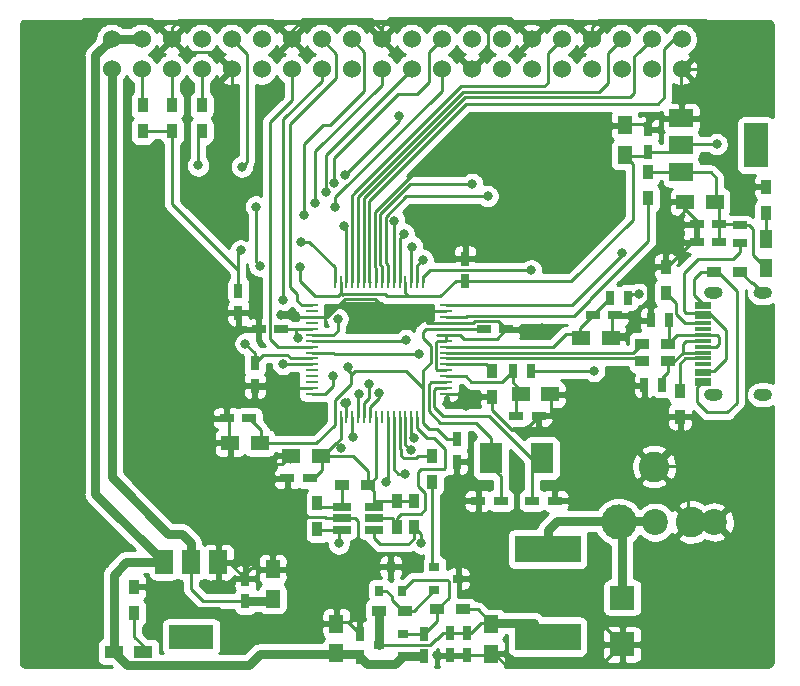
<source format=gtl>
%TF.GenerationSoftware,KiCad,Pcbnew,(5.1.8)-1*%
%TF.CreationDate,2021-02-22T22:13:28+01:00*%
%TF.ProjectId,radioberry-juice,72616469-6f62-4657-9272-792d6a756963,rev?*%
%TF.SameCoordinates,Original*%
%TF.FileFunction,Copper,L1,Top*%
%TF.FilePolarity,Positive*%
%FSLAX46Y46*%
G04 Gerber Fmt 4.6, Leading zero omitted, Abs format (unit mm)*
G04 Created by KiCad (PCBNEW (5.1.8)-1) date 2021-02-22 22:13:28*
%MOMM*%
%LPD*%
G01*
G04 APERTURE LIST*
%TA.AperFunction,ComponentPad*%
%ADD10C,2.200000*%
%TD*%
%TA.AperFunction,ComponentPad*%
%ADD11C,2.600000*%
%TD*%
%TA.AperFunction,ComponentPad*%
%ADD12C,3.000000*%
%TD*%
%TA.AperFunction,SMDPad,CuDef*%
%ADD13R,1.500000X1.250000*%
%TD*%
%TA.AperFunction,SMDPad,CuDef*%
%ADD14R,1.250000X1.500000*%
%TD*%
%TA.AperFunction,SMDPad,CuDef*%
%ADD15R,1.100000X1.600000*%
%TD*%
%TA.AperFunction,SMDPad,CuDef*%
%ADD16R,0.900000X1.200000*%
%TD*%
%TA.AperFunction,SMDPad,CuDef*%
%ADD17R,1.600000X1.100000*%
%TD*%
%TA.AperFunction,SMDPad,CuDef*%
%ADD18R,1.900000X2.600000*%
%TD*%
%TA.AperFunction,SMDPad,CuDef*%
%ADD19R,1.200000X0.900000*%
%TD*%
%TA.AperFunction,SMDPad,CuDef*%
%ADD20R,0.900000X0.800000*%
%TD*%
%TA.AperFunction,SMDPad,CuDef*%
%ADD21R,0.800000X0.900000*%
%TD*%
%TA.AperFunction,SMDPad,CuDef*%
%ADD22R,2.000000X1.500000*%
%TD*%
%TA.AperFunction,SMDPad,CuDef*%
%ADD23R,2.000000X3.800000*%
%TD*%
%TA.AperFunction,SMDPad,CuDef*%
%ADD24R,0.635000X1.143000*%
%TD*%
%TA.AperFunction,SMDPad,CuDef*%
%ADD25R,2.100000X2.000000*%
%TD*%
%TA.AperFunction,SMDPad,CuDef*%
%ADD26R,0.750000X1.200000*%
%TD*%
%TA.AperFunction,SMDPad,CuDef*%
%ADD27R,1.450000X0.300000*%
%TD*%
%TA.AperFunction,SMDPad,CuDef*%
%ADD28R,1.560000X0.650000*%
%TD*%
%TA.AperFunction,SMDPad,CuDef*%
%ADD29R,1.500000X2.000000*%
%TD*%
%TA.AperFunction,SMDPad,CuDef*%
%ADD30R,3.800000X2.000000*%
%TD*%
%TA.AperFunction,SMDPad,CuDef*%
%ADD31R,1.000000X0.250000*%
%TD*%
%TA.AperFunction,SMDPad,CuDef*%
%ADD32R,0.250000X1.000000*%
%TD*%
%TA.AperFunction,ComponentPad*%
%ADD33C,5.300000*%
%TD*%
%TA.AperFunction,SMDPad,CuDef*%
%ADD34R,5.600000X2.300000*%
%TD*%
%TA.AperFunction,ComponentPad*%
%ADD35C,1.524000*%
%TD*%
%TA.AperFunction,SMDPad,CuDef*%
%ADD36R,1.143000X0.635000*%
%TD*%
%TA.AperFunction,SMDPad,CuDef*%
%ADD37R,1.200000X0.750000*%
%TD*%
%TA.AperFunction,ViaPad*%
%ADD38C,0.800000*%
%TD*%
%TA.AperFunction,Conductor*%
%ADD39C,0.250000*%
%TD*%
%TA.AperFunction,Conductor*%
%ADD40C,0.750000*%
%TD*%
%TA.AperFunction,Conductor*%
%ADD41C,0.254000*%
%TD*%
%TA.AperFunction,Conductor*%
%ADD42C,0.100000*%
%TD*%
G04 APERTURE END LIST*
D10*
%TO.P,CN1,2*%
%TO.N,GND*%
X149400000Y-114100000D03*
%TO.P,CN1,1*%
%TO.N,Net-(CN1-Pad1)*%
X144400000Y-114100000D03*
D11*
%TO.P,CN1,2*%
%TO.N,GND*%
X144300000Y-109400000D03*
X147450000Y-114100000D03*
D12*
%TO.P,CN1,1*%
%TO.N,Net-(CN1-Pad1)*%
X141300000Y-114100000D03*
%TD*%
D13*
%TO.P,C28,1*%
%TO.N,VPLL*%
X138150000Y-98500000D03*
%TO.P,C28,2*%
%TO.N,GND*%
X140650000Y-98500000D03*
%TD*%
%TO.P,C26,1*%
%TO.N,VPHY*%
X133000000Y-103300000D03*
%TO.P,C26,2*%
%TO.N,GND*%
X135500000Y-103300000D03*
%TD*%
%TO.P,C24,1*%
%TO.N,UBUS*%
X149450000Y-87000000D03*
%TO.P,C24,2*%
%TO.N,GND*%
X146950000Y-87000000D03*
%TD*%
D14*
%TO.P,C22,1*%
%TO.N,VCC3V3*%
X141800000Y-83000000D03*
%TO.P,C22,2*%
%TO.N,GND*%
X141800000Y-80500000D03*
%TD*%
D13*
%TO.P,C11,1*%
%TO.N,VCC3V3*%
X116100000Y-108500000D03*
%TO.P,C11,2*%
%TO.N,GND*%
X113600000Y-108500000D03*
%TD*%
%TO.P,C9,1*%
%TO.N,VCORE*%
X110900000Y-107400000D03*
%TO.P,C9,2*%
%TO.N,GND*%
X108400000Y-107400000D03*
%TD*%
D14*
%TO.P,C7,1*%
%TO.N,+5V*%
X117400000Y-125200000D03*
%TO.P,C7,2*%
%TO.N,GND*%
X117400000Y-122700000D03*
%TD*%
%TO.P,C5,1*%
%TO.N,+3V3*%
X112000000Y-120600000D03*
%TO.P,C5,2*%
%TO.N,GND*%
X112000000Y-118100000D03*
%TD*%
%TO.P,C1,1*%
%TO.N,Net-(C1-Pad1)*%
X130500000Y-122750000D03*
%TO.P,C1,2*%
%TO.N,GND*%
X130500000Y-125250000D03*
%TD*%
D15*
%TO.P,D4,1*%
%TO.N,Net-(D4-Pad1)*%
X153800000Y-90100000D03*
%TO.P,D4,2*%
%TO.N,UBUS*%
X153800000Y-92600000D03*
%TD*%
D16*
%TO.P,R19,1*%
%TO.N,GND*%
X100300000Y-119600000D03*
%TO.P,R19,2*%
%TO.N,Net-(D5-Pad1)*%
X100300000Y-121800000D03*
%TD*%
%TO.P,R18,1*%
%TO.N,GND*%
X153800000Y-85700000D03*
%TO.P,R18,2*%
%TO.N,Net-(D4-Pad1)*%
X153800000Y-87900000D03*
%TD*%
D17*
%TO.P,D5,1*%
%TO.N,Net-(D5-Pad1)*%
X101050000Y-125100000D03*
%TO.P,D5,2*%
%TO.N,+5V*%
X98550000Y-125100000D03*
%TD*%
D18*
%TO.P,Y1,2*%
%TO.N,Net-(C14-Pad1)*%
X130500000Y-108700000D03*
%TO.P,Y1,1*%
%TO.N,Net-(C13-Pad1)*%
X134800000Y-108700000D03*
%TD*%
D16*
%TO.P,R3,1*%
%TO.N,Net-(Q3-Pad1)*%
X125500000Y-110700000D03*
%TO.P,R3,2*%
%TO.N,PWREN#*%
X125500000Y-108500000D03*
%TD*%
D19*
%TO.P,R1,1*%
%TO.N,Net-(Q2-Pad1)*%
X123200000Y-121600000D03*
%TO.P,R1,2*%
%TO.N,Net-(C1-Pad1)*%
X121000000Y-121600000D03*
%TD*%
D20*
%TO.P,Q3,2*%
%TO.N,Net-(Q2-Pad1)*%
X125700000Y-119850000D03*
%TO.P,Q3,3*%
%TO.N,GND*%
X127700000Y-118900000D03*
%TO.P,Q3,1*%
%TO.N,Net-(Q3-Pad1)*%
X125700000Y-117950000D03*
%TD*%
D21*
%TO.P,Q2,2*%
%TO.N,Net-(C4-Pad2)*%
X122950000Y-119900000D03*
%TO.P,Q2,3*%
%TO.N,GND*%
X122000000Y-117900000D03*
%TO.P,Q2,1*%
%TO.N,Net-(Q2-Pad1)*%
X121050000Y-119900000D03*
%TD*%
D22*
%TO.P,U4,1*%
%TO.N,GND*%
X146600000Y-79900000D03*
%TO.P,U4,2*%
%TO.N,VCC3V3*%
X146600000Y-82200000D03*
%TO.P,U4,3*%
%TO.N,UBUS*%
X146600000Y-84500001D03*
D23*
%TO.P,U4,4*%
%TO.N,N/C*%
X152900001Y-82200000D03*
%TD*%
D24*
%TO.P,D3,2*%
%TO.N,GND*%
X144000000Y-97000000D03*
%TO.P,D3,1*%
%TO.N,Net-(D3-Pad1)*%
X145524000Y-97000000D03*
%TD*%
%TO.P,D2,2*%
%TO.N,Net-(D2-Pad2)*%
X145000000Y-102500000D03*
%TO.P,D2,1*%
%TO.N,GND*%
X143476000Y-102500000D03*
%TD*%
D25*
%TO.P,D1,2*%
%TO.N,GND*%
X141600000Y-124460000D03*
%TO.P,D1,1*%
%TO.N,Net-(CN1-Pad1)*%
X141600000Y-120500000D03*
%TD*%
D20*
%TO.P,Q1,2*%
%TO.N,Net-(C4-Pad2)*%
X123000000Y-123550000D03*
%TO.P,Q1,3*%
%TO.N,Net-(C1-Pad1)*%
X121000000Y-124500000D03*
%TO.P,Q1,1*%
%TO.N,+5V*%
X123000000Y-125450000D03*
%TD*%
D19*
%TO.P,R11,1*%
%TO.N,Net-(J2-PadS1)*%
X151600000Y-92900000D03*
%TO.P,R11,2*%
%TO.N,Net-(J2-PadA1)*%
X149400000Y-92900000D03*
%TD*%
D16*
%TO.P,R5,1*%
%TO.N,GND*%
X146500000Y-105200000D03*
%TO.P,R5,2*%
%TO.N,Net-(J2-PadA5)*%
X146500000Y-103000000D03*
%TD*%
%TO.P,R4,1*%
%TO.N,GND*%
X145300000Y-92500000D03*
%TO.P,R4,2*%
%TO.N,Net-(J2-PadB5)*%
X145300000Y-94700000D03*
%TD*%
D19*
%TO.P,R2,1*%
%TO.N,Net-(C4-Pad2)*%
X125900000Y-121500000D03*
%TO.P,R2,2*%
%TO.N,Net-(C1-Pad1)*%
X128100000Y-121500000D03*
%TD*%
D26*
%TO.P,C4,1*%
%TO.N,+5V*%
X124800000Y-125450000D03*
%TO.P,C4,2*%
%TO.N,Net-(C4-Pad2)*%
X124800000Y-123550000D03*
%TD*%
D27*
%TO.P,J2,A1*%
%TO.N,Net-(J2-PadA1)*%
X148400000Y-102400000D03*
%TO.P,J2,A4*%
%TO.N,Net-(FB1-Pad2)*%
X148400000Y-101600000D03*
%TO.P,J2,B8*%
%TO.N,Net-(J2-PadB8)*%
X148400000Y-100750000D03*
%TO.P,J2,S1*%
%TO.N,Net-(J2-PadS1)*%
%TA.AperFunction,ComponentPad*%
G36*
G01*
X153800000Y-103820000D02*
X153200000Y-103820000D01*
G75*
G02*
X152700000Y-103320000I0J500000D01*
G01*
X152700000Y-103320000D01*
G75*
G02*
X153200000Y-102820000I500000J0D01*
G01*
X153800000Y-102820000D01*
G75*
G02*
X154300000Y-103320000I0J-500000D01*
G01*
X154300000Y-103320000D01*
G75*
G02*
X153800000Y-103820000I-500000J0D01*
G01*
G37*
%TD.AperFunction*%
%TA.AperFunction,ComponentPad*%
G36*
G01*
X153800000Y-95180000D02*
X153200000Y-95180000D01*
G75*
G02*
X152700000Y-94680000I0J500000D01*
G01*
X152700000Y-94680000D01*
G75*
G02*
X153200000Y-94180000I500000J0D01*
G01*
X153800000Y-94180000D01*
G75*
G02*
X154300000Y-94680000I0J-500000D01*
G01*
X154300000Y-94680000D01*
G75*
G02*
X153800000Y-95180000I-500000J0D01*
G01*
G37*
%TD.AperFunction*%
%TA.AperFunction,ComponentPad*%
G36*
G01*
X149620000Y-95180000D02*
X149020000Y-95180000D01*
G75*
G02*
X148520000Y-94680000I0J500000D01*
G01*
X148520000Y-94680000D01*
G75*
G02*
X149020000Y-94180000I500000J0D01*
G01*
X149620000Y-94180000D01*
G75*
G02*
X150120000Y-94680000I0J-500000D01*
G01*
X150120000Y-94680000D01*
G75*
G02*
X149620000Y-95180000I-500000J0D01*
G01*
G37*
%TD.AperFunction*%
%TA.AperFunction,ComponentPad*%
G36*
G01*
X149620000Y-103820000D02*
X149020000Y-103820000D01*
G75*
G02*
X148520000Y-103320000I0J500000D01*
G01*
X148520000Y-103320000D01*
G75*
G02*
X149020000Y-102820000I500000J0D01*
G01*
X149620000Y-102820000D01*
G75*
G02*
X150120000Y-103320000I0J-500000D01*
G01*
X150120000Y-103320000D01*
G75*
G02*
X149620000Y-103820000I-500000J0D01*
G01*
G37*
%TD.AperFunction*%
%TO.P,J2,B12*%
%TO.N,Net-(J2-PadA1)*%
X148400000Y-102100000D03*
%TO.P,J2,B9*%
%TO.N,Net-(FB1-Pad2)*%
X148400000Y-101300000D03*
%TO.P,J2,A5*%
%TO.N,Net-(J2-PadA5)*%
X148400000Y-100250000D03*
%TO.P,J2,B5*%
%TO.N,Net-(J2-PadB5)*%
X148400000Y-97250000D03*
%TO.P,J2,A9*%
%TO.N,Net-(FB1-Pad2)*%
X148400000Y-96400000D03*
%TO.P,J2,A12*%
%TO.N,Net-(J2-PadA1)*%
X148400000Y-95600000D03*
%TO.P,J2,B1*%
X148400000Y-95900000D03*
%TO.P,J2,B4*%
%TO.N,Net-(FB1-Pad2)*%
X148400000Y-96700000D03*
%TO.P,J2,A8*%
%TO.N,Net-(J2-PadA8)*%
X148400000Y-97750000D03*
%TO.P,J2,B6*%
%TO.N,Net-(D3-Pad1)*%
X148400000Y-98250000D03*
%TO.P,J2,A7*%
%TO.N,Net-(D2-Pad2)*%
X148400000Y-98750000D03*
%TO.P,J2,A6*%
%TO.N,Net-(D3-Pad1)*%
X148400000Y-99250000D03*
%TO.P,J2,B7*%
%TO.N,Net-(D2-Pad2)*%
X148400000Y-99750000D03*
%TD*%
D28*
%TO.P,U3,1*%
%TO.N,Net-(R14-Pad1)*%
X117850000Y-112850000D03*
%TO.P,U3,2*%
%TO.N,GND*%
X117850000Y-113800000D03*
%TO.P,U3,3*%
%TO.N,Net-(R17-Pad1)*%
X117850000Y-114750000D03*
%TO.P,U3,4*%
%TO.N,Net-(R13-Pad1)*%
X120550000Y-114750000D03*
%TO.P,U3,6*%
%TO.N,VCC3V3*%
X120550000Y-112850000D03*
%TO.P,U3,5*%
%TO.N,EECS*%
X120550000Y-113800000D03*
%TD*%
D29*
%TO.P,U1,1*%
%TO.N,GND*%
X107400001Y-117500000D03*
%TO.P,U1,2*%
%TO.N,+3V3*%
X105100001Y-117500000D03*
%TO.P,U1,3*%
%TO.N,+5V*%
X102800000Y-117500000D03*
D30*
%TO.P,U1,4*%
%TO.N,N/C*%
X105100001Y-123800001D03*
%TD*%
D31*
%TO.P,U2,1*%
%TO.N,GND*%
X126700000Y-103250000D03*
%TO.P,U2,2*%
%TO.N,Net-(C13-Pad1)*%
X126700000Y-102750000D03*
%TO.P,U2,3*%
%TO.N,Net-(C14-Pad1)*%
X126700000Y-102250000D03*
%TO.P,U2,4*%
%TO.N,VPHY*%
X126700000Y-101750000D03*
%TO.P,U2,5*%
%TO.N,GND*%
X126700000Y-101250000D03*
%TO.P,U2,6*%
%TO.N,Net-(R8-Pad2)*%
X126700000Y-100750000D03*
%TO.P,U2,7*%
%TO.N,Net-(R6-Pad1)*%
X126700000Y-100250000D03*
%TO.P,U2,8*%
%TO.N,Net-(R7-Pad1)*%
X126700000Y-99750000D03*
%TO.P,U2,9*%
%TO.N,VPLL*%
X126700000Y-99250000D03*
%TO.P,U2,10*%
%TO.N,GND*%
X126700000Y-98750000D03*
%TO.P,U2,11*%
X126700000Y-98250000D03*
%TO.P,U2,12*%
%TO.N,VCORE*%
X126700000Y-97750000D03*
%TO.P,U2,13*%
%TO.N,GND*%
X126700000Y-97250000D03*
%TO.P,U2,14*%
%TO.N,Net-(R10-Pad2)*%
X126700000Y-96750000D03*
%TO.P,U2,15*%
%TO.N,GND*%
X126700000Y-96250000D03*
%TO.P,U2,16*%
%TO.N,DATA0*%
X126700000Y-95750000D03*
D32*
%TO.P,U2,17*%
%TO.N,DATA1*%
X124750000Y-93800000D03*
%TO.P,U2,18*%
%TO.N,DATA2*%
X124250000Y-93800000D03*
%TO.P,U2,19*%
%TO.N,DATA3*%
X123750000Y-93800000D03*
%TO.P,U2,20*%
%TO.N,VCC3V3*%
X123250000Y-93800000D03*
%TO.P,U2,21*%
%TO.N,DATA4*%
X122750000Y-93800000D03*
%TO.P,U2,22*%
%TO.N,DATA5*%
X122250000Y-93800000D03*
%TO.P,U2,23*%
%TO.N,DATA6*%
X121750000Y-93800000D03*
%TO.P,U2,24*%
%TO.N,DATA7*%
X121250000Y-93800000D03*
%TO.P,U2,25*%
%TO.N,GND*%
X120750000Y-93800000D03*
%TO.P,U2,26*%
%TO.N,RXF#*%
X120250000Y-93800000D03*
%TO.P,U2,27*%
%TO.N,TXE#*%
X119750000Y-93800000D03*
%TO.P,U2,28*%
%TO.N,RD#*%
X119250000Y-93800000D03*
%TO.P,U2,29*%
%TO.N,WR#*%
X118750000Y-93800000D03*
%TO.P,U2,30*%
%TO.N,SI*%
X118250000Y-93800000D03*
%TO.P,U2,31*%
%TO.N,VCC3V3*%
X117750000Y-93800000D03*
%TO.P,U2,32*%
%TO.N,Net-(R9-Pad1)*%
X117250000Y-93800000D03*
D31*
%TO.P,U2,33*%
%TO.N,OE#*%
X115300000Y-95750000D03*
%TO.P,U2,34*%
%TO.N,Net-(U2-Pad34)*%
X115300000Y-96250000D03*
%TO.P,U2,35*%
%TO.N,GND*%
X115300000Y-96750000D03*
%TO.P,U2,36*%
%TO.N,Net-(U2-Pad36)*%
X115300000Y-97250000D03*
%TO.P,U2,37*%
%TO.N,VCORE*%
X115300000Y-97750000D03*
%TO.P,U2,38*%
%TO.N,DCLK*%
X115300000Y-98250000D03*
%TO.P,U2,39*%
%TO.N,P_DATA0*%
X115300000Y-98750000D03*
%TO.P,U2,40*%
%TO.N,NCONFIG*%
X115300000Y-99250000D03*
%TO.P,U2,41*%
%TO.N,NSTATUS*%
X115300000Y-99750000D03*
%TO.P,U2,42*%
%TO.N,VCC3V3*%
X115300000Y-100250000D03*
%TO.P,U2,43*%
%TO.N,CONF_DONE*%
X115300000Y-100750000D03*
%TO.P,U2,44*%
%TO.N,Net-(U2-Pad44)*%
X115300000Y-101250000D03*
%TO.P,U2,45*%
%TO.N,Net-(U2-Pad45)*%
X115300000Y-101750000D03*
%TO.P,U2,46*%
%TO.N,Net-(U2-Pad46)*%
X115300000Y-102250000D03*
%TO.P,U2,47*%
%TO.N,GND*%
X115300000Y-102750000D03*
%TO.P,U2,48*%
%TO.N,CE0*%
X115300000Y-103250000D03*
D32*
%TO.P,U2,49*%
%TO.N,VCORE*%
X117250000Y-105200000D03*
%TO.P,U2,50*%
%TO.N,VCC3V3*%
X117750000Y-105200000D03*
%TO.P,U2,51*%
%TO.N,GND*%
X118250000Y-105200000D03*
%TO.P,U2,52*%
%TO.N,CE1*%
X118750000Y-105200000D03*
%TO.P,U2,53*%
%TO.N,MOSI*%
X119250000Y-105200000D03*
%TO.P,U2,54*%
%TO.N,MISO*%
X119750000Y-105200000D03*
%TO.P,U2,55*%
%TO.N,SCLK*%
X120250000Y-105200000D03*
%TO.P,U2,56*%
%TO.N,VCC3V3*%
X120750000Y-105200000D03*
%TO.P,U2,57*%
%TO.N,Net-(U2-Pad57)*%
X121250000Y-105200000D03*
%TO.P,U2,58*%
%TO.N,SCL*%
X121750000Y-105200000D03*
%TO.P,U2,59*%
%TO.N,SDA*%
X122250000Y-105200000D03*
%TO.P,U2,60*%
%TO.N,PWREN#*%
X122750000Y-105200000D03*
%TO.P,U2,61*%
%TO.N,Net-(R17-Pad1)*%
X123250000Y-105200000D03*
%TO.P,U2,62*%
%TO.N,Net-(R13-Pad1)*%
X123750000Y-105200000D03*
%TO.P,U2,63*%
%TO.N,EECS*%
X124250000Y-105200000D03*
%TO.P,U2,64*%
%TO.N,VCORE*%
X124750000Y-105200000D03*
%TD*%
D16*
%TO.P,R13,1*%
%TO.N,Net-(R13-Pad1)*%
X124000000Y-114500000D03*
%TO.P,R13,2*%
%TO.N,VCC3V3*%
X124000000Y-112300000D03*
%TD*%
%TO.P,R12,1*%
%TO.N,EECS*%
X122500000Y-114500000D03*
%TO.P,R12,2*%
%TO.N,VCC3V3*%
X122500000Y-112300000D03*
%TD*%
D33*
%TO.P,J7,1*%
%TO.N,GND*%
X151500000Y-123500000D03*
%TD*%
%TO.P,J6,1*%
%TO.N,GND*%
X93500000Y-123500000D03*
%TD*%
%TO.P,J5,1*%
%TO.N,GND*%
X151500000Y-74500000D03*
%TD*%
%TO.P,J4,1*%
%TO.N,GND*%
X93500000Y-74500000D03*
%TD*%
D34*
%TO.P,F1,2*%
%TO.N,Net-(CN1-Pad1)*%
X135300000Y-116400000D03*
%TO.P,F1,1*%
%TO.N,Net-(C1-Pad1)*%
X135300000Y-123800000D03*
%TD*%
D16*
%TO.P,R17,1*%
%TO.N,Net-(R17-Pad1)*%
X115800000Y-114700000D03*
%TO.P,R17,2*%
%TO.N,Net-(R14-Pad1)*%
X115800000Y-112500000D03*
%TD*%
D19*
%TO.P,R14,1*%
%TO.N,Net-(R14-Pad1)*%
X117900000Y-111000000D03*
%TO.P,R14,2*%
%TO.N,VCC3V3*%
X120100000Y-111000000D03*
%TD*%
D16*
%TO.P,R10,1*%
%TO.N,UBUS*%
X143800000Y-84500000D03*
%TO.P,R10,2*%
%TO.N,Net-(R10-Pad2)*%
X143800000Y-86700000D03*
%TD*%
%TO.P,R9,1*%
%TO.N,Net-(R9-Pad1)*%
X106000000Y-81000000D03*
%TO.P,R9,2*%
%TO.N,CLKOUT*%
X106000000Y-78800000D03*
%TD*%
%TO.P,R8,1*%
%TO.N,GND*%
X130600000Y-103500000D03*
%TO.P,R8,2*%
%TO.N,Net-(R8-Pad2)*%
X130600000Y-101300000D03*
%TD*%
D19*
%TO.P,R7,1*%
%TO.N,Net-(R7-Pad1)*%
X143300000Y-99000000D03*
%TO.P,R7,2*%
%TO.N,Net-(D3-Pad1)*%
X145500000Y-99000000D03*
%TD*%
D16*
%TO.P,R16,1*%
%TO.N,SDA*%
X101000000Y-78800000D03*
%TO.P,R16,2*%
%TO.N,VCC3V3*%
X101000000Y-81000000D03*
%TD*%
%TO.P,R15,1*%
%TO.N,SCL*%
X103500000Y-78800000D03*
%TO.P,R15,2*%
%TO.N,VCC3V3*%
X103500000Y-81000000D03*
%TD*%
D19*
%TO.P,R6,1*%
%TO.N,Net-(R6-Pad1)*%
X143300000Y-100500000D03*
%TO.P,R6,2*%
%TO.N,Net-(D2-Pad2)*%
X145500000Y-100500000D03*
%TD*%
D35*
%TO.P,J3,40*%
%TO.N,RXF#*%
X146630000Y-73230000D03*
%TO.P,J3,39*%
%TO.N,GND*%
X146630000Y-75770000D03*
%TO.P,J3,38*%
%TO.N,TXE#*%
X144090000Y-73230000D03*
%TO.P,J3,37*%
%TO.N,NSTATUS*%
X144090000Y-75770000D03*
%TO.P,J3,36*%
%TO.N,RD#*%
X141550000Y-73230000D03*
%TO.P,J3,35*%
%TO.N,DATA0*%
X141550000Y-75770000D03*
%TO.P,J3,34*%
%TO.N,GND*%
X139010000Y-73230000D03*
%TO.P,J3,33*%
%TO.N,P_DATA0*%
X139010000Y-75770000D03*
%TO.P,J3,32*%
%TO.N,WR#*%
X136470000Y-73230000D03*
%TO.P,J3,31*%
%TO.N,Net-(J3-Pad31)*%
X136470000Y-75770000D03*
%TO.P,J3,30*%
%TO.N,GND*%
X133930000Y-73230000D03*
%TO.P,J3,29*%
%TO.N,DATA1*%
X133930000Y-75770000D03*
%TO.P,J3,28*%
%TO.N,DATA7*%
X131390000Y-73230000D03*
%TO.P,J3,27*%
%TO.N,DATA6*%
X131390000Y-75770000D03*
%TO.P,J3,26*%
%TO.N,CE1*%
X128850000Y-73230000D03*
%TO.P,J3,25*%
%TO.N,GND*%
X128850000Y-75770000D03*
%TO.P,J3,24*%
%TO.N,CE0*%
X126310000Y-73230000D03*
%TO.P,J3,23*%
%TO.N,SCLK*%
X126310000Y-75770000D03*
%TO.P,J3,22*%
%TO.N,SI*%
X123770000Y-73230000D03*
%TO.P,J3,21*%
%TO.N,MISO*%
X123770000Y-75770000D03*
%TO.P,J3,20*%
%TO.N,GND*%
X121230000Y-73230000D03*
%TO.P,J3,19*%
%TO.N,MOSI*%
X121230000Y-75770000D03*
%TO.P,J3,18*%
%TO.N,DCLK*%
X118690000Y-73230000D03*
%TO.P,J3,17*%
%TO.N,+3V3*%
X118690000Y-75770000D03*
%TO.P,J3,16*%
%TO.N,OE#*%
X116150000Y-73230000D03*
%TO.P,J3,15*%
%TO.N,CONF_DONE*%
X116150000Y-75770000D03*
%TO.P,J3,14*%
%TO.N,GND*%
X113610000Y-73230000D03*
%TO.P,J3,13*%
%TO.N,NCONFIG*%
X113610000Y-75770000D03*
%TO.P,J3,12*%
%TO.N,DATA2*%
X111070000Y-73230000D03*
%TO.P,J3,11*%
%TO.N,DATA3*%
X111070000Y-75770000D03*
%TO.P,J3,10*%
%TO.N,DATA5*%
X108530000Y-73230000D03*
%TO.P,J3,9*%
%TO.N,GND*%
X108530000Y-75770000D03*
%TO.P,J3,8*%
%TO.N,DATA4*%
X105990000Y-73230000D03*
%TO.P,J3,7*%
%TO.N,CLKOUT*%
X105990000Y-75770000D03*
%TO.P,J3,6*%
%TO.N,GND*%
X103450000Y-73230000D03*
%TO.P,J3,5*%
%TO.N,SCL*%
X103450000Y-75770000D03*
%TO.P,J3,4*%
%TO.N,+5V*%
X100910000Y-73230000D03*
%TO.P,J3,3*%
%TO.N,SDA*%
X100910000Y-75770000D03*
%TO.P,J3,2*%
%TO.N,+5V*%
X98370000Y-73230000D03*
%TO.P,J3,1*%
%TO.N,+3V3*%
X98370000Y-75770000D03*
%TD*%
D24*
%TO.P,FB3,2*%
%TO.N,VCC3V3*%
X133862000Y-101300000D03*
%TO.P,FB3,1*%
%TO.N,VPHY*%
X132338000Y-101300000D03*
%TD*%
%TO.P,FB2,2*%
%TO.N,VCC3V3*%
X142100000Y-95100000D03*
%TO.P,FB2,1*%
%TO.N,VPLL*%
X140576000Y-95100000D03*
%TD*%
D36*
%TO.P,FB1,2*%
%TO.N,Net-(FB1-Pad2)*%
X151600000Y-90500000D03*
%TO.P,FB1,1*%
%TO.N,UBUS*%
X151600000Y-88976000D03*
%TD*%
D37*
%TO.P,C29,1*%
%TO.N,VPLL*%
X139100000Y-96600000D03*
%TO.P,C29,2*%
%TO.N,GND*%
X141000000Y-96600000D03*
%TD*%
%TO.P,C27,1*%
%TO.N,VPHY*%
X132650000Y-105100000D03*
%TO.P,C27,2*%
%TO.N,GND*%
X134550000Y-105100000D03*
%TD*%
%TO.P,C25,1*%
%TO.N,UBUS*%
X149800000Y-88900000D03*
%TO.P,C25,2*%
%TO.N,GND*%
X147900000Y-88900000D03*
%TD*%
D26*
%TO.P,C23,1*%
%TO.N,VCC3V3*%
X143800000Y-82750000D03*
%TO.P,C23,2*%
%TO.N,GND*%
X143800000Y-80850000D03*
%TD*%
%TO.P,C21,1*%
%TO.N,VCORE*%
X127600000Y-107100000D03*
%TO.P,C21,2*%
%TO.N,GND*%
X127600000Y-109000000D03*
%TD*%
D37*
%TO.P,C20,1*%
%TO.N,VCORE*%
X112710000Y-97790000D03*
%TO.P,C20,2*%
%TO.N,GND*%
X110810000Y-97790000D03*
%TD*%
%TO.P,C19,1*%
%TO.N,VCORE*%
X129900000Y-97800000D03*
%TO.P,C19,2*%
%TO.N,GND*%
X131800000Y-97800000D03*
%TD*%
%TO.P,C18,1*%
%TO.N,VCC3V3*%
X115150000Y-110400000D03*
%TO.P,C18,2*%
%TO.N,GND*%
X113250000Y-110400000D03*
%TD*%
D26*
%TO.P,C17,1*%
%TO.N,VCC3V3*%
X110490000Y-100650000D03*
%TO.P,C17,2*%
%TO.N,GND*%
X110490000Y-102550000D03*
%TD*%
%TO.P,C16,1*%
%TO.N,VCC3V3*%
X109100000Y-94500000D03*
%TO.P,C16,2*%
%TO.N,GND*%
X109100000Y-96400000D03*
%TD*%
%TO.P,C15,1*%
%TO.N,VCC3V3*%
X128300000Y-93700000D03*
%TO.P,C15,2*%
%TO.N,GND*%
X128300000Y-91800000D03*
%TD*%
D37*
%TO.P,C14,1*%
%TO.N,Net-(C14-Pad1)*%
X131300000Y-112300000D03*
%TO.P,C14,2*%
%TO.N,GND*%
X129400000Y-112300000D03*
%TD*%
%TO.P,C13,1*%
%TO.N,Net-(C13-Pad1)*%
X134000000Y-112300000D03*
%TO.P,C13,2*%
%TO.N,GND*%
X135900000Y-112300000D03*
%TD*%
%TO.P,C12,1*%
%TO.N,UBUS*%
X149800000Y-90400000D03*
%TO.P,C12,2*%
%TO.N,GND*%
X147900000Y-90400000D03*
%TD*%
%TO.P,C10,1*%
%TO.N,VCORE*%
X110000000Y-105300000D03*
%TO.P,C10,2*%
%TO.N,GND*%
X108100000Y-105300000D03*
%TD*%
D26*
%TO.P,C8,1*%
%TO.N,+5V*%
X119400000Y-125500000D03*
%TO.P,C8,2*%
%TO.N,GND*%
X119400000Y-123600000D03*
%TD*%
%TO.P,C6,1*%
%TO.N,+3V3*%
X109700000Y-120800000D03*
%TO.P,C6,2*%
%TO.N,GND*%
X109700000Y-118900000D03*
%TD*%
%TO.P,C3,1*%
%TO.N,Net-(C1-Pad1)*%
X127000000Y-123500000D03*
%TO.P,C3,2*%
%TO.N,GND*%
X127000000Y-125400000D03*
%TD*%
%TO.P,C2,1*%
%TO.N,Net-(C1-Pad1)*%
X128500000Y-123500000D03*
%TO.P,C2,2*%
%TO.N,GND*%
X128500000Y-125400000D03*
%TD*%
D38*
%TO.N,GND*%
X118700000Y-119900000D03*
X130500000Y-120500000D03*
X142400000Y-97600000D03*
X141500000Y-102600000D03*
X112675000Y-96600000D03*
X110800000Y-96600000D03*
X145400000Y-89300000D03*
X118100000Y-104000000D03*
X112700000Y-102100000D03*
X134800000Y-97700000D03*
X132400000Y-89100000D03*
X128400000Y-104300000D03*
X128700000Y-82700000D03*
X125900000Y-125400000D03*
%TO.N,VCORE*%
X114125000Y-98525000D03*
X118400000Y-101000000D03*
%TO.N,VCC3V3*%
X109300000Y-91100000D03*
X114300000Y-92500000D03*
X117800000Y-107800000D03*
X139200000Y-101300000D03*
X143000000Y-94800000D03*
X149600000Y-82100000D03*
X109700000Y-99000000D03*
%TO.N,NSTATUS*%
X124400000Y-99900000D03*
%TO.N,DATA7*%
X128900000Y-85500000D03*
%TO.N,DATA3*%
X123800000Y-90800000D03*
%TO.N,P_DATA0*%
X123300000Y-98700000D03*
%TO.N,DATA6*%
X130200000Y-86500000D03*
%TO.N,DATA2*%
X124700000Y-91900000D03*
%TO.N,CE1*%
X118800000Y-106900000D03*
%TO.N,CE0*%
X117225000Y-85400000D03*
X117100000Y-101700000D03*
X110600000Y-87400000D03*
X110900000Y-92400000D03*
%TO.N,SCLK*%
X117300000Y-87400000D03*
X121000000Y-103200000D03*
%TO.N,DATA5*%
X122300000Y-88600000D03*
X109400000Y-84000000D03*
%TO.N,MISO*%
X116500000Y-86200000D03*
X120200000Y-102400000D03*
%TO.N,MOSI*%
X115600000Y-87100000D03*
X119300000Y-103300000D03*
%TO.N,DCLK*%
X114700000Y-88100000D03*
X117500000Y-96900000D03*
%TO.N,DATA4*%
X123100000Y-89700000D03*
%TO.N,CONF_DONE*%
X112900000Y-95300000D03*
X112900000Y-100700000D03*
%TO.N,DATA1*%
X133900000Y-92800000D03*
%TO.N,DATA0*%
X141600000Y-91300000D03*
%TO.N,SI*%
X118025000Y-89000000D03*
X118100000Y-84725000D03*
X122700000Y-79700000D03*
%TO.N,SCL*%
X121600000Y-110700000D03*
%TO.N,SDA*%
X123200000Y-110000000D03*
%TO.N,Net-(R9-Pad1)*%
X114400000Y-90400000D03*
X105700000Y-83900000D03*
%TO.N,Net-(R17-Pad1)*%
X117600000Y-115900000D03*
X123700000Y-107975000D03*
%TO.N,Net-(R13-Pad1)*%
X124000000Y-107000000D03*
X124600000Y-115900000D03*
%TD*%
D39*
%TO.N,Net-(C1-Pad1)*%
X128500000Y-123500000D02*
X128800000Y-123500000D01*
X129650000Y-122650000D02*
X130500000Y-122650000D01*
X128800000Y-123500000D02*
X129650000Y-122650000D01*
X128500000Y-123500000D02*
X127000000Y-123500000D01*
X127000000Y-123500000D02*
X126400000Y-123500000D01*
X126400000Y-123500000D02*
X125900000Y-124000000D01*
X125800000Y-124000000D02*
X125300000Y-124500000D01*
X125300000Y-124500000D02*
X121000000Y-124500000D01*
X125900000Y-124000000D02*
X125800000Y-124000000D01*
D40*
X121000000Y-124500000D02*
X121000000Y-121600000D01*
D39*
X129350000Y-121500000D02*
X130500000Y-122650000D01*
X128100000Y-121500000D02*
X129350000Y-121500000D01*
X134150000Y-122650000D02*
X135300000Y-123800000D01*
D40*
X130500000Y-122650000D02*
X134150000Y-122650000D01*
D39*
%TO.N,GND*%
X146500000Y-105200000D02*
X144600000Y-105200000D01*
X143476000Y-104076000D02*
X143476000Y-102500000D01*
X144600000Y-105200000D02*
X143476000Y-104076000D01*
X150540000Y-124460000D02*
X151500000Y-123500000D01*
X141600000Y-124460000D02*
X150540000Y-124460000D01*
X144000000Y-109350000D02*
X146750000Y-109350000D01*
X147150000Y-109750000D02*
X147150000Y-114000000D01*
X146750000Y-109350000D02*
X147150000Y-109750000D01*
X148500000Y-114000000D02*
X149500000Y-114000000D01*
X151500000Y-116000000D02*
X151500000Y-123500000D01*
X149500000Y-114000000D02*
X151500000Y-116000000D01*
X130500000Y-125350000D02*
X130850000Y-125350000D01*
X130850000Y-125350000D02*
X131900000Y-126400000D01*
X139660000Y-126400000D02*
X141600000Y-124460000D01*
X131900000Y-126400000D02*
X139660000Y-126400000D01*
X128550000Y-125350000D02*
X128500000Y-125400000D01*
X130500000Y-125350000D02*
X128550000Y-125350000D01*
X128500000Y-125400000D02*
X127000000Y-125400000D01*
X127700000Y-118900000D02*
X133800000Y-118900000D01*
X133800000Y-118900000D02*
X135800000Y-120900000D01*
X135800000Y-120900000D02*
X138700000Y-120900000D01*
X138700000Y-120900000D02*
X139700000Y-121900000D01*
X139700000Y-122560000D02*
X141600000Y-124460000D01*
X139700000Y-121900000D02*
X139700000Y-122560000D01*
X108300000Y-117500000D02*
X109700000Y-118900000D01*
X107400001Y-117500000D02*
X108300000Y-117500000D01*
X109700000Y-118900000D02*
X109700000Y-118500000D01*
X110200000Y-118000000D02*
X112000000Y-118000000D01*
X109700000Y-118500000D02*
X110200000Y-118000000D01*
X112000000Y-118000000D02*
X116000000Y-118000000D01*
X116000000Y-118000000D02*
X117400000Y-119400000D01*
X117400000Y-119500000D02*
X117400000Y-122600000D01*
X117400000Y-119400000D02*
X117400000Y-119500000D01*
X118400000Y-122600000D02*
X119400000Y-123600000D01*
X117400000Y-122600000D02*
X118400000Y-122600000D01*
X147900000Y-88650000D02*
X147950000Y-88600000D01*
X147900000Y-90000000D02*
X147900000Y-88650000D01*
X117850000Y-113800000D02*
X119000000Y-113800000D01*
X119200000Y-114000000D02*
X119200000Y-117900000D01*
X119000000Y-113800000D02*
X119200000Y-114000000D01*
X119200000Y-117900000D02*
X119000000Y-117900000D01*
X122000000Y-117900000D02*
X119200000Y-117900000D01*
X108530000Y-75770000D02*
X108530000Y-81770000D01*
X107077001Y-74317001D02*
X108530000Y-75770000D01*
X104537001Y-74317001D02*
X107077001Y-74317001D01*
X103450000Y-73230000D02*
X104537001Y-74317001D01*
X93500000Y-74500000D02*
X93500000Y-74000000D01*
X93500000Y-74000000D02*
X96000000Y-71500000D01*
X101720000Y-71500000D02*
X103450000Y-73230000D01*
X96000000Y-71500000D02*
X101720000Y-71500000D01*
X103450000Y-73230000D02*
X103450000Y-72250000D01*
X103450000Y-72250000D02*
X104100000Y-71600000D01*
X111980000Y-71600000D02*
X113610000Y-73230000D01*
X104100000Y-71600000D02*
X111980000Y-71600000D01*
X113610000Y-73230000D02*
X113610000Y-72490000D01*
X113610000Y-72490000D02*
X114600000Y-71500000D01*
X114600000Y-71500000D02*
X120300000Y-71500000D01*
X121230000Y-72430000D02*
X121230000Y-73230000D01*
X120300000Y-71500000D02*
X121230000Y-72430000D01*
X121230000Y-73230000D02*
X121230000Y-72070000D01*
X121230000Y-72070000D02*
X121900000Y-71400000D01*
X132100000Y-71400000D02*
X133930000Y-73230000D01*
X121900000Y-71400000D02*
X132100000Y-71400000D01*
X133930000Y-73230000D02*
X135560000Y-71600000D01*
X137380000Y-71600000D02*
X139010000Y-73230000D01*
X135560000Y-71600000D02*
X137380000Y-71600000D01*
X151500000Y-74500000D02*
X150500000Y-74500000D01*
X149230000Y-75770000D02*
X146630000Y-75770000D01*
X150500000Y-74500000D02*
X149230000Y-75770000D01*
X139010000Y-73230000D02*
X139010000Y-72190000D01*
X139010000Y-72190000D02*
X139600000Y-71600000D01*
X148600000Y-71600000D02*
X151500000Y-74500000D01*
X139600000Y-71600000D02*
X148600000Y-71600000D01*
X128850000Y-75770000D02*
X130200000Y-74420000D01*
X130200000Y-74420000D02*
X130200000Y-71500000D01*
X126700000Y-96250000D02*
X124730000Y-96250000D01*
X124460000Y-96520000D02*
X124730000Y-96250000D01*
X126700000Y-98250000D02*
X126700000Y-98750000D01*
X126700000Y-98250000D02*
X125950000Y-98250000D01*
X110690000Y-102750000D02*
X110490000Y-102550000D01*
X108300000Y-107400000D02*
X108300000Y-108300000D01*
X108300000Y-108300000D02*
X109220000Y-109220000D01*
X112780000Y-109220000D02*
X113500000Y-108500000D01*
X109220000Y-109220000D02*
X112780000Y-109220000D01*
X113500000Y-108500000D02*
X113500000Y-109000000D01*
X146500000Y-106850000D02*
X144000000Y-109350000D01*
X146500000Y-105200000D02*
X146500000Y-106850000D01*
X110925001Y-97674999D02*
X110810000Y-97790000D01*
X110490000Y-102550000D02*
X109050000Y-102550000D01*
X108590000Y-102090000D02*
X108590000Y-97790000D01*
X109050000Y-102550000D02*
X108590000Y-102090000D01*
X144600000Y-92500000D02*
X145300000Y-92500000D01*
X145400000Y-92500000D02*
X147900000Y-90000000D01*
X145300000Y-92500000D02*
X145400000Y-92500000D01*
X146850000Y-87500000D02*
X147950000Y-88600000D01*
X146850000Y-87000000D02*
X146850000Y-87500000D01*
X143800000Y-80850000D02*
X143800000Y-80400000D01*
X144300000Y-79900000D02*
X146600000Y-79900000D01*
X143800000Y-80400000D02*
X144300000Y-79900000D01*
X143350000Y-80400000D02*
X143800000Y-80850000D01*
X141800000Y-80400000D02*
X143350000Y-80400000D01*
X126700000Y-103250000D02*
X128050000Y-103250000D01*
X128300000Y-103500000D02*
X130600000Y-103500000D01*
X128050000Y-103250000D02*
X128300000Y-103500000D01*
X130600000Y-104610002D02*
X132289998Y-106300000D01*
X130600000Y-103500000D02*
X130600000Y-104610002D01*
X133350000Y-106300000D02*
X134550000Y-105100000D01*
X132289998Y-106300000D02*
X133350000Y-106300000D01*
X134550000Y-105100000D02*
X135300000Y-105100000D01*
X135600000Y-104800000D02*
X135600000Y-103300000D01*
X135300000Y-105100000D02*
X135600000Y-104800000D01*
X127250000Y-98250000D02*
X127850000Y-98250000D01*
X126700000Y-98250000D02*
X127250000Y-98250000D01*
X127250000Y-98250000D02*
X127460000Y-98250000D01*
X127850000Y-98250000D02*
X128200000Y-98600000D01*
X131000000Y-98600000D02*
X131800000Y-97800000D01*
X128200000Y-98600000D02*
X131000000Y-98600000D01*
X128974999Y-97250000D02*
X129124999Y-97100000D01*
X126700000Y-97250000D02*
X128974999Y-97250000D01*
X131100000Y-97100000D02*
X131800000Y-97800000D01*
X129124999Y-97100000D02*
X131100000Y-97100000D01*
X146600000Y-75800000D02*
X146630000Y-75770000D01*
X146600000Y-79900000D02*
X146600000Y-75800000D01*
X140700000Y-96900000D02*
X141000000Y-96600000D01*
X140700000Y-98200000D02*
X140700000Y-96900000D01*
X141000000Y-96600000D02*
X142500000Y-96600000D01*
X142500000Y-96600000D02*
X143800000Y-95300000D01*
X143800000Y-93300000D02*
X144600000Y-92500000D01*
X143800000Y-95300000D02*
X143800000Y-93300000D01*
X118250000Y-119450000D02*
X118700000Y-119900000D01*
X118250000Y-118650000D02*
X118250000Y-119450000D01*
X119000000Y-117900000D02*
X118250000Y-118650000D01*
X118250000Y-118650000D02*
X117400000Y-119500000D01*
X128900000Y-118900000D02*
X130500000Y-120500000D01*
X127700000Y-118900000D02*
X128900000Y-118900000D01*
X127800000Y-118800000D02*
X127700000Y-118900000D01*
X141800000Y-98200000D02*
X142400000Y-97600000D01*
X140700000Y-98200000D02*
X141800000Y-98200000D01*
X143376000Y-102600000D02*
X143476000Y-102500000D01*
X141500000Y-102600000D02*
X143376000Y-102600000D01*
X112825000Y-96750000D02*
X112675000Y-96600000D01*
X115300000Y-96750000D02*
X112825000Y-96750000D01*
X110800000Y-97780000D02*
X110810000Y-97790000D01*
X110800000Y-96600000D02*
X110800000Y-97780000D01*
X109100000Y-96400000D02*
X109100000Y-97400000D01*
X108710000Y-97790000D02*
X108590000Y-97790000D01*
X110810000Y-97790000D02*
X108710000Y-97790000D01*
X109100000Y-97400000D02*
X108710000Y-97790000D01*
X146850000Y-87850000D02*
X145400000Y-89300000D01*
X146850000Y-87000000D02*
X146850000Y-87850000D01*
X118250000Y-104150000D02*
X118100000Y-104000000D01*
X118250000Y-105200000D02*
X118250000Y-104150000D01*
X112700000Y-102700000D02*
X112750000Y-102750000D01*
X112700000Y-102100000D02*
X112700000Y-102700000D01*
X112750000Y-102750000D02*
X110690000Y-102750000D01*
X115300000Y-102750000D02*
X112750000Y-102750000D01*
X126150000Y-97250000D02*
X125190000Y-97250000D01*
X125190000Y-97250000D02*
X124460000Y-96520000D01*
X126700000Y-97250000D02*
X126150000Y-97250000D01*
X126150000Y-97250000D02*
X125950000Y-97250000D01*
X134700000Y-97800000D02*
X134800000Y-97700000D01*
X131800000Y-97800000D02*
X134700000Y-97800000D01*
X128300000Y-91800000D02*
X129700000Y-91800000D01*
X129700000Y-91800000D02*
X132400000Y-89100000D01*
X129200000Y-103500000D02*
X128400000Y-104300000D01*
X130600000Y-103500000D02*
X129200000Y-103500000D01*
X126700000Y-101250000D02*
X125950000Y-101250000D01*
X125989998Y-98750000D02*
X126700000Y-98750000D01*
X125850010Y-98889988D02*
X125989998Y-98750000D01*
X125850010Y-101150010D02*
X125850010Y-98889988D01*
X125950000Y-101250000D02*
X125850010Y-101150010D01*
X120750000Y-92586408D02*
X120650011Y-92486419D01*
X120750000Y-93800000D02*
X120750000Y-92586408D01*
X125827180Y-82700000D02*
X128700000Y-82700000D01*
X120650011Y-87877169D02*
X125827180Y-82700000D01*
X120650011Y-92486419D02*
X120650011Y-87877169D01*
X116610000Y-96750000D02*
X115300000Y-96750000D01*
X118110000Y-95250000D02*
X116610000Y-96750000D01*
X120650000Y-95250000D02*
X118110000Y-95250000D01*
X121920000Y-96520000D02*
X120650000Y-95250000D01*
X124460000Y-96520000D02*
X121920000Y-96520000D01*
X127000000Y-125400000D02*
X125900000Y-125400000D01*
X100300000Y-119600000D02*
X103200000Y-119600000D01*
X103200000Y-119600000D02*
X105000000Y-121400000D01*
X105000000Y-121400000D02*
X107400000Y-121400000D01*
X108600000Y-122600000D02*
X117400000Y-122600000D01*
X107400000Y-121400000D02*
X108600000Y-122600000D01*
X147100000Y-114000000D02*
X148600000Y-114000000D01*
X108300000Y-105500000D02*
X108100000Y-105300000D01*
X108300000Y-107400000D02*
X108300000Y-105500000D01*
X116535002Y-113800000D02*
X116435002Y-113700000D01*
X117850000Y-113800000D02*
X116535002Y-113800000D01*
X116435002Y-113700000D02*
X114500000Y-113700000D01*
X113250000Y-112450000D02*
X113250000Y-110400000D01*
X114500000Y-113700000D02*
X113250000Y-112450000D01*
%TO.N,+3V3*%
X105100001Y-117500000D02*
X105100001Y-119599999D01*
X109700000Y-120800000D02*
X106100000Y-120800000D01*
X105100001Y-119800001D02*
X105100001Y-119599999D01*
X106100000Y-120800000D02*
X105100001Y-119800001D01*
X111900000Y-120800000D02*
X112000000Y-120700000D01*
D40*
X109700000Y-120800000D02*
X111900000Y-120800000D01*
D39*
X98370000Y-75770000D02*
X98370000Y-77130000D01*
D40*
X98370000Y-110284998D02*
X103185002Y-115100000D01*
X98370000Y-75770000D02*
X98370000Y-110284998D01*
X103185002Y-115100000D02*
X104300000Y-115100000D01*
X105100001Y-115900001D02*
X105100001Y-117500000D01*
X104300000Y-115100000D02*
X105100001Y-115900001D01*
D39*
%TO.N,+5V*%
X98550000Y-125100000D02*
X98550000Y-125350000D01*
D40*
X97000000Y-111700000D02*
X102800000Y-117500000D01*
X97000000Y-74600000D02*
X97000000Y-111700000D01*
X98370000Y-73230000D02*
X97000000Y-74600000D01*
X98550000Y-125100000D02*
X98550000Y-118550000D01*
X99600000Y-117500000D02*
X102800000Y-117500000D01*
X98550000Y-118550000D02*
X99600000Y-117500000D01*
X117400000Y-125300000D02*
X110900000Y-125300000D01*
X99675001Y-126225001D02*
X98550000Y-125100000D01*
X109974999Y-126225001D02*
X99675001Y-126225001D01*
X110900000Y-125300000D02*
X109974999Y-126225001D01*
X99870000Y-73230000D02*
X98370000Y-73230000D01*
D39*
X100910000Y-73230000D02*
X99870000Y-73230000D01*
D40*
X100910000Y-73230000D02*
X98370000Y-73230000D01*
X119200000Y-125300000D02*
X119400000Y-125500000D01*
X117400000Y-125300000D02*
X119200000Y-125300000D01*
X119400000Y-125500000D02*
X120000000Y-126100000D01*
X122350000Y-126100000D02*
X123000000Y-125450000D01*
X120000000Y-126100000D02*
X122350000Y-126100000D01*
X123000000Y-125450000D02*
X124350000Y-125450000D01*
D39*
X124350000Y-125450000D02*
X124800000Y-125450000D01*
%TO.N,VCORE*%
X117250000Y-105200000D02*
X117250000Y-105850000D01*
X115700000Y-107400000D02*
X111000000Y-107400000D01*
X117250000Y-105850000D02*
X115700000Y-107400000D01*
X128870000Y-97750000D02*
X128910000Y-97790000D01*
X126700000Y-97750000D02*
X128870000Y-97750000D01*
X117250000Y-105200000D02*
X117250000Y-103750000D01*
X117250000Y-103750000D02*
X118600000Y-102400000D01*
X118600000Y-102400000D02*
X118600000Y-101700000D01*
X119000000Y-101300000D02*
X123300000Y-101300000D01*
X124750000Y-102750000D02*
X124750000Y-105200000D01*
X123300000Y-101300000D02*
X124750000Y-102750000D01*
X126700000Y-97750000D02*
X124950000Y-97750000D01*
X124950000Y-97750000D02*
X124700000Y-98000000D01*
X124700000Y-98000000D02*
X124700000Y-98500000D01*
X124700000Y-98500000D02*
X125400000Y-99200000D01*
X125400000Y-99200000D02*
X125400000Y-100600000D01*
X124750000Y-101250000D02*
X124750000Y-102750000D01*
X125400000Y-100600000D02*
X124750000Y-101250000D01*
X124750000Y-105200000D02*
X124750000Y-105750000D01*
X124750000Y-105750000D02*
X125200000Y-106200000D01*
X125200000Y-106200000D02*
X125900000Y-106200000D01*
X126800000Y-107100000D02*
X127600000Y-107100000D01*
X125900000Y-106200000D02*
X126800000Y-107100000D01*
X129850000Y-97750000D02*
X129900000Y-97800000D01*
X128870000Y-97750000D02*
X129850000Y-97750000D01*
X112750000Y-97750000D02*
X112710000Y-97790000D01*
X113950000Y-97750000D02*
X113950000Y-98450000D01*
X115300000Y-97750000D02*
X113950000Y-97750000D01*
X113950000Y-97750000D02*
X112750000Y-97750000D01*
X113950000Y-98450000D02*
X114100000Y-98600000D01*
X114125000Y-98575000D02*
X114125000Y-98525000D01*
X114100000Y-98600000D02*
X114125000Y-98575000D01*
X118400000Y-101200000D02*
X118750000Y-101550000D01*
X118400000Y-101000000D02*
X118400000Y-101200000D01*
X118750000Y-101550000D02*
X119000000Y-101300000D01*
X118600000Y-101700000D02*
X118750000Y-101550000D01*
X111000000Y-106300000D02*
X110000000Y-105300000D01*
X111000000Y-107400000D02*
X111000000Y-106300000D01*
%TO.N,VCC3V3*%
X103500000Y-81000000D02*
X101000000Y-81000000D01*
X120550000Y-111450000D02*
X120100000Y-111000000D01*
X120550000Y-112850000D02*
X120550000Y-111450000D01*
X116200000Y-108500000D02*
X116300000Y-108500000D01*
X117750000Y-107050000D02*
X117750000Y-105200000D01*
X124000000Y-112300000D02*
X122500000Y-112300000D01*
X120550000Y-112850000D02*
X120550000Y-112550000D01*
X120800000Y-112300000D02*
X122500000Y-112300000D01*
X120550000Y-112550000D02*
X120800000Y-112300000D01*
X120750000Y-110350000D02*
X120100000Y-111000000D01*
X120750000Y-105200000D02*
X120750000Y-110350000D01*
X113248001Y-99974999D02*
X111165001Y-99974999D01*
X111165001Y-99974999D02*
X110490000Y-100650000D01*
X113523002Y-100250000D02*
X113248001Y-99974999D01*
X115300000Y-100250000D02*
X113523002Y-100250000D01*
X116300000Y-108600000D02*
X116200000Y-108500000D01*
X116200000Y-108500000D02*
X118800000Y-108500000D01*
X120100000Y-109800000D02*
X120100000Y-111000000D01*
X118800000Y-108500000D02*
X120100000Y-109800000D01*
X146050000Y-82750000D02*
X146600000Y-82200000D01*
X143800000Y-82750000D02*
X146050000Y-82750000D01*
X143450000Y-83100000D02*
X143800000Y-82750000D01*
X141800000Y-83100000D02*
X143450000Y-83100000D01*
X103500000Y-81000000D02*
X103500000Y-87200000D01*
X109100000Y-92800000D02*
X109100000Y-94500000D01*
X103500000Y-87200000D02*
X109100000Y-92800000D01*
X109100000Y-91300000D02*
X109300000Y-91100000D01*
X109100000Y-92800000D02*
X109100000Y-91300000D01*
X117750000Y-94750000D02*
X117750000Y-93800000D01*
X117500000Y-95000000D02*
X117750000Y-94750000D01*
X115600000Y-95000000D02*
X117500000Y-95000000D01*
X114300000Y-93700000D02*
X115600000Y-95000000D01*
X114300000Y-92500000D02*
X114300000Y-93700000D01*
X117450000Y-107450000D02*
X117800000Y-107800000D01*
X117350000Y-107450000D02*
X117450000Y-107450000D01*
X116300000Y-108500000D02*
X117350000Y-107450000D01*
X117350000Y-107450000D02*
X117750000Y-107050000D01*
X123250000Y-94750000D02*
X123250000Y-93800000D01*
X123500000Y-95000000D02*
X123250000Y-94750000D01*
X127500000Y-93700000D02*
X126200000Y-95000000D01*
X128300000Y-93700000D02*
X127500000Y-93700000D01*
X128300000Y-93700000D02*
X137300000Y-93700000D01*
X137300000Y-93700000D02*
X142500000Y-88500000D01*
X142500000Y-83800000D02*
X141800000Y-83100000D01*
X142500000Y-88500000D02*
X142500000Y-83800000D01*
X133862000Y-101300000D02*
X139200000Y-101300000D01*
X142400000Y-94800000D02*
X142100000Y-95100000D01*
X143000000Y-94800000D02*
X142400000Y-94800000D01*
X146700000Y-82100000D02*
X146600000Y-82200000D01*
X149600000Y-82100000D02*
X146700000Y-82100000D01*
X110490000Y-99790000D02*
X109700000Y-99000000D01*
X110490000Y-100650000D02*
X110490000Y-99790000D01*
X124200000Y-95000000D02*
X121700000Y-95000000D01*
X126200000Y-95000000D02*
X124200000Y-95000000D01*
X124200000Y-95000000D02*
X123500000Y-95000000D01*
X117750000Y-94750000D02*
X117861795Y-94861795D01*
X121499990Y-94799990D02*
X121700000Y-95000000D01*
X117923600Y-94799990D02*
X121499990Y-94799990D01*
X117861795Y-94861795D02*
X117923600Y-94799990D01*
X115150000Y-110400000D02*
X115500000Y-110400000D01*
X116200000Y-109700000D02*
X116200000Y-108500000D01*
X115500000Y-110400000D02*
X116200000Y-109700000D01*
%TO.N,Net-(C13-Pad1)*%
X126400000Y-105100000D02*
X130300000Y-105100000D01*
X125650020Y-104350020D02*
X126400000Y-105100000D01*
X125650020Y-102900000D02*
X125650020Y-104350020D01*
X125800020Y-102750000D02*
X125650020Y-102900000D01*
X126700000Y-102750000D02*
X125800020Y-102750000D01*
X133900000Y-108700000D02*
X134800000Y-108700000D01*
X130300000Y-105100000D02*
X133900000Y-108700000D01*
X134800000Y-108700000D02*
X134800000Y-109100000D01*
X134000000Y-109900000D02*
X134000000Y-112300000D01*
X134800000Y-109100000D02*
X134000000Y-109900000D01*
%TO.N,VPHY*%
X126700000Y-101750000D02*
X128350000Y-101750000D01*
X128350000Y-101750000D02*
X128825001Y-102225001D01*
X131412999Y-102225001D02*
X132338000Y-101300000D01*
X128825001Y-102225001D02*
X131412999Y-102225001D01*
X132900000Y-103300000D02*
X132900000Y-102800000D01*
X132338000Y-102238000D02*
X132338000Y-101300000D01*
X132900000Y-102800000D02*
X132338000Y-102238000D01*
X132650000Y-103550000D02*
X132900000Y-103300000D01*
X132650000Y-105100000D02*
X132650000Y-103550000D01*
%TO.N,VPLL*%
X126700000Y-99250000D02*
X135750000Y-99250000D01*
X136800000Y-98200000D02*
X138000000Y-98200000D01*
X135750000Y-99250000D02*
X136800000Y-98200000D01*
X138000000Y-97700000D02*
X139100000Y-96600000D01*
X138000000Y-98200000D02*
X138000000Y-97700000D01*
X139100000Y-96576000D02*
X140576000Y-95100000D01*
X139100000Y-96600000D02*
X139100000Y-96576000D01*
%TO.N,Net-(D3-Pad1)*%
X148474999Y-98225001D02*
X149625001Y-98225001D01*
X148450000Y-98250000D02*
X148474999Y-98225001D01*
X148400000Y-98250000D02*
X148450000Y-98250000D01*
X149625001Y-98225001D02*
X149800000Y-98400000D01*
X149800000Y-98400000D02*
X149800000Y-99000000D01*
X149550000Y-99250000D02*
X148400000Y-99250000D01*
X149800000Y-99000000D02*
X149550000Y-99250000D01*
X145524000Y-98976000D02*
X145500000Y-99000000D01*
X145524000Y-97000000D02*
X145524000Y-98976000D01*
X146225001Y-98274999D02*
X145500000Y-99000000D01*
X147825001Y-98274999D02*
X146225001Y-98274999D01*
X147850000Y-98250000D02*
X147825001Y-98274999D01*
X148400000Y-98250000D02*
X147850000Y-98250000D01*
%TO.N,Net-(FB1-Pad2)*%
X149375000Y-101300000D02*
X150400000Y-100275000D01*
X148400000Y-101300000D02*
X149375000Y-101300000D01*
X148975000Y-96400000D02*
X148400000Y-96400000D01*
X150400000Y-97825000D02*
X148975000Y-96400000D01*
X150400000Y-100275000D02*
X150400000Y-97825000D01*
X148400000Y-96400000D02*
X148400000Y-96700000D01*
X148400000Y-101300000D02*
X148400000Y-101600000D01*
X151600000Y-91200000D02*
X151600000Y-90500000D01*
X148000000Y-91800000D02*
X151000000Y-91800000D01*
X146800000Y-93000000D02*
X148000000Y-91800000D01*
X146800000Y-96200000D02*
X146800000Y-93000000D01*
X147000000Y-96400000D02*
X146800000Y-96200000D01*
X151000000Y-91800000D02*
X151600000Y-91200000D01*
X148400000Y-96400000D02*
X147000000Y-96400000D01*
%TO.N,TXE#*%
X144090000Y-73230000D02*
X143002999Y-74317001D01*
X119750000Y-88750000D02*
X119750000Y-93800000D01*
X119749992Y-88749992D02*
X119749992Y-86650008D01*
X119750000Y-88750000D02*
X119749992Y-88749992D01*
X119749992Y-86650008D02*
X128300000Y-78100000D01*
X128300000Y-78100000D02*
X142300000Y-78100000D01*
X142637001Y-74682999D02*
X143002999Y-74317001D01*
X142637001Y-77762999D02*
X142637001Y-74682999D01*
X142300000Y-78100000D02*
X142637001Y-77762999D01*
%TO.N,RXF#*%
X146630000Y-73230000D02*
X145970000Y-73230000D01*
X144600000Y-78700000D02*
X145177001Y-78122999D01*
X145177001Y-74022999D02*
X145550000Y-73650000D01*
X145177001Y-78122999D02*
X145177001Y-74022999D01*
X128400000Y-78700000D02*
X144600000Y-78700000D01*
X120200001Y-86899999D02*
X128400000Y-78700000D01*
X120200001Y-93750001D02*
X120200001Y-86899999D01*
X120250000Y-93800000D02*
X120200001Y-93750001D01*
X145550000Y-73650000D02*
X145400000Y-73800000D01*
X145970000Y-73230000D02*
X145550000Y-73650000D01*
%TO.N,NSTATUS*%
X118500000Y-99900000D02*
X117300000Y-99900000D01*
X117150000Y-99750000D02*
X115300000Y-99750000D01*
X117300000Y-99900000D02*
X117150000Y-99750000D01*
X118500000Y-99900000D02*
X124400000Y-99900000D01*
%TO.N,DATA7*%
X121250000Y-93800000D02*
X121250000Y-92450000D01*
X121250000Y-92450000D02*
X121124989Y-92324989D01*
X123663590Y-85500000D02*
X128900000Y-85500000D01*
X121124989Y-88038601D02*
X123663590Y-85500000D01*
X121124989Y-92324989D02*
X121124989Y-88038601D01*
%TO.N,DATA3*%
X123750000Y-90850000D02*
X123800000Y-90800000D01*
X123750000Y-93800000D02*
X123750000Y-90850000D01*
%TO.N,P_DATA0*%
X123250000Y-98750000D02*
X123300000Y-98700000D01*
X115300000Y-98750000D02*
X123250000Y-98750000D01*
%TO.N,DATA6*%
X121750000Y-92313590D02*
X121574999Y-92138589D01*
X121750000Y-93800000D02*
X121750000Y-92313590D01*
X123300000Y-86526998D02*
X123300000Y-86500000D01*
X121574999Y-88251999D02*
X123300000Y-86526998D01*
X121574999Y-92138589D02*
X121574999Y-88251999D01*
X123300000Y-86500000D02*
X130200000Y-86500000D01*
%TO.N,DATA2*%
X124250000Y-92350000D02*
X124700000Y-91900000D01*
X124250000Y-93800000D02*
X124250000Y-92350000D01*
%TO.N,WR#*%
X136470000Y-73230000D02*
X137130000Y-73230000D01*
X118750000Y-87650000D02*
X118750000Y-87850000D01*
X118750000Y-87850000D02*
X118750000Y-93800000D01*
X135300000Y-74400000D02*
X136470000Y-73230000D01*
X135300000Y-76900000D02*
X135300000Y-74400000D01*
X135000020Y-77199980D02*
X135300000Y-76900000D01*
X118849974Y-86277206D02*
X127927200Y-77199980D01*
X118849974Y-86313616D02*
X118849974Y-86277206D01*
X127927200Y-77199980D02*
X135000020Y-77199980D01*
X118750000Y-86413590D02*
X118849974Y-86313616D01*
X118750000Y-87850000D02*
X118750000Y-86413590D01*
%TO.N,RD#*%
X140870000Y-73230000D02*
X141550000Y-73230000D01*
X140400000Y-74380000D02*
X141550000Y-73230000D01*
X140400000Y-76900000D02*
X140400000Y-74380000D01*
X128113600Y-77649990D02*
X139650010Y-77649990D01*
X119299983Y-86463607D02*
X128113600Y-77649990D01*
X119299982Y-86500018D02*
X119299983Y-86463607D01*
X139650010Y-77649990D02*
X140400000Y-76900000D01*
X119250000Y-86550000D02*
X119299982Y-86500018D01*
X119250000Y-93800000D02*
X119250000Y-86550000D01*
%TO.N,CE1*%
X118750000Y-106850000D02*
X118800000Y-106900000D01*
X118750000Y-105200000D02*
X118750000Y-106850000D01*
%TO.N,CE0*%
X125222999Y-74317001D02*
X125222999Y-76877001D01*
X126310000Y-73230000D02*
X125222999Y-74317001D01*
X125222999Y-76877001D02*
X124200000Y-77900000D01*
X124200000Y-77900000D02*
X122600000Y-77900000D01*
X117225000Y-83275000D02*
X117225000Y-85400000D01*
X122600000Y-77900000D02*
X117225000Y-83275000D01*
X117100000Y-101700000D02*
X117100000Y-102600000D01*
X116450000Y-103250000D02*
X115300000Y-103250000D01*
X117100000Y-102600000D02*
X116450000Y-103250000D01*
X110600000Y-92100000D02*
X110900000Y-92400000D01*
X110600000Y-87400000D02*
X110600000Y-92100000D01*
%TO.N,SCLK*%
X121000000Y-103200000D02*
X121000000Y-103600000D01*
X120250000Y-104350000D02*
X120250000Y-105200000D01*
X121000000Y-103600000D02*
X120250000Y-104350000D01*
X117300000Y-86600000D02*
X117300000Y-87400000D01*
X126310000Y-77590000D02*
X117300000Y-86600000D01*
X126310000Y-75770000D02*
X126310000Y-77590000D01*
%TO.N,DATA5*%
X109799999Y-74499999D02*
X108530000Y-73230000D01*
X109799999Y-83600001D02*
X109799999Y-74499999D01*
X109400000Y-84000000D02*
X109799999Y-83600001D01*
X122250000Y-88650000D02*
X122300000Y-88600000D01*
X122250000Y-93800000D02*
X122250000Y-88650000D01*
%TO.N,MISO*%
X123770000Y-75770000D02*
X116500000Y-83040000D01*
X116500000Y-83040000D02*
X116500000Y-86200000D01*
X120200000Y-102400000D02*
X120200000Y-103600000D01*
X119750000Y-104050000D02*
X120200000Y-103600000D01*
X119750000Y-105200000D02*
X119750000Y-104050000D01*
%TO.N,MOSI*%
X121230000Y-75770000D02*
X121230000Y-77070000D01*
X121230000Y-77070000D02*
X115600000Y-82700000D01*
X115600000Y-82700000D02*
X115600000Y-85700000D01*
X115600000Y-85700000D02*
X115600000Y-87100000D01*
X119250000Y-103350000D02*
X119300000Y-103300000D01*
X119250000Y-105200000D02*
X119250000Y-103350000D01*
%TO.N,DCLK*%
X119777001Y-74317001D02*
X119777001Y-77622999D01*
X118690000Y-73230000D02*
X119777001Y-74317001D01*
X119777001Y-77622999D02*
X116900000Y-80500000D01*
X116900000Y-80500000D02*
X116300000Y-80500000D01*
X116300000Y-80500000D02*
X114700000Y-82100000D01*
X114700000Y-82100000D02*
X114700000Y-88100000D01*
X117500000Y-96900000D02*
X117500000Y-97900000D01*
X117150000Y-98250000D02*
X115300000Y-98250000D01*
X117500000Y-97900000D02*
X117150000Y-98250000D01*
%TO.N,DATA4*%
X122750000Y-90050000D02*
X123100000Y-89700000D01*
X122750000Y-93800000D02*
X122750000Y-90050000D01*
%TO.N,CONF_DONE*%
X116150000Y-75770000D02*
X116150000Y-76750000D01*
X116150000Y-76750000D02*
X112900000Y-80000000D01*
X112900000Y-80000000D02*
X112900000Y-95300000D01*
X112950000Y-100750000D02*
X112900000Y-100700000D01*
X115300000Y-100750000D02*
X112950000Y-100750000D01*
%TO.N,NCONFIG*%
X111784999Y-80215001D02*
X113610000Y-78390000D01*
X113610000Y-78390000D02*
X113610000Y-75770000D01*
X111784999Y-98584999D02*
X111784999Y-80215001D01*
X112450000Y-99250000D02*
X111784999Y-98584999D01*
X115300000Y-99250000D02*
X112450000Y-99250000D01*
%TO.N,DATA1*%
X124750000Y-93800000D02*
X124750000Y-93350000D01*
X124750000Y-93350000D02*
X125300000Y-92800000D01*
X133874999Y-92774999D02*
X133900000Y-92800000D01*
X127585001Y-92774999D02*
X133874999Y-92774999D01*
X127560000Y-92800000D02*
X127585001Y-92774999D01*
X125300000Y-92800000D02*
X127560000Y-92800000D01*
%TO.N,DATA0*%
X126700000Y-95750000D02*
X137350000Y-95750000D01*
X137350000Y-95750000D02*
X141600000Y-91500000D01*
X141600000Y-91500000D02*
X141600000Y-91300000D01*
%TO.N,SI*%
X118250000Y-89225000D02*
X118025000Y-89000000D01*
X118250000Y-93800000D02*
X118250000Y-89225000D01*
X122700000Y-80125000D02*
X122700000Y-79700000D01*
X118100000Y-84725000D02*
X122700000Y-80125000D01*
%TO.N,OE#*%
X116150000Y-73230000D02*
X117400000Y-74480000D01*
X117400000Y-74480000D02*
X117400000Y-76500000D01*
X113474999Y-80425001D02*
X113474999Y-94174999D01*
X117400000Y-76500000D02*
X113474999Y-80425001D01*
X113474999Y-94174999D02*
X114100000Y-94800000D01*
X114100000Y-94800000D02*
X114100000Y-95400000D01*
X114450000Y-95750000D02*
X115300000Y-95750000D01*
X114100000Y-95400000D02*
X114450000Y-95750000D01*
%TO.N,CLKOUT*%
X105990000Y-78790000D02*
X106000000Y-78800000D01*
X105990000Y-75770000D02*
X105990000Y-78790000D01*
%TO.N,SCL*%
X103450000Y-78750000D02*
X103500000Y-78800000D01*
X103450000Y-75770000D02*
X103450000Y-78750000D01*
X121750000Y-110550000D02*
X121750000Y-105200000D01*
X121600000Y-110700000D02*
X121750000Y-110550000D01*
%TO.N,SDA*%
X100910000Y-78710000D02*
X101000000Y-78800000D01*
X100910000Y-75770000D02*
X100910000Y-78710000D01*
X123200000Y-110000000D02*
X122600000Y-110000000D01*
X122250000Y-109650000D02*
X122250000Y-105200000D01*
X122600000Y-110000000D02*
X122250000Y-109650000D01*
%TO.N,Net-(D2-Pad2)*%
X145500000Y-100500000D02*
X146000000Y-100500000D01*
X146750000Y-99750000D02*
X148400000Y-99750000D01*
X146000000Y-100500000D02*
X146750000Y-99750000D01*
X147625001Y-98774999D02*
X147025001Y-98774999D01*
X147650000Y-98750000D02*
X147625001Y-98774999D01*
X148400000Y-98750000D02*
X147650000Y-98750000D01*
X146750000Y-99050000D02*
X146750000Y-99750000D01*
X147025001Y-98774999D02*
X146750000Y-99050000D01*
X145000000Y-102500000D02*
X145000000Y-101900000D01*
X145500000Y-101400000D02*
X145500000Y-100500000D01*
X145000000Y-101900000D02*
X145500000Y-101400000D01*
%TO.N,Net-(R10-Pad2)*%
X126700000Y-96750000D02*
X128350000Y-96750000D01*
X128450010Y-96649990D02*
X137550010Y-96649990D01*
X128350000Y-96750000D02*
X128450010Y-96649990D01*
X137550010Y-96649990D02*
X138900000Y-95300000D01*
X138900000Y-95300000D02*
X138900000Y-95200000D01*
X143800000Y-90300000D02*
X143800000Y-86700000D01*
X138900000Y-95200000D02*
X143800000Y-90300000D01*
%TO.N,EECS*%
X120550000Y-113800000D02*
X122200000Y-113800000D01*
X122200000Y-114200000D02*
X122500000Y-114500000D01*
X122200000Y-113800000D02*
X122200000Y-114200000D01*
X122500000Y-114500000D02*
X122500000Y-113800000D01*
X122500000Y-113800000D02*
X122900000Y-113400000D01*
X124535002Y-113400000D02*
X124900000Y-113035002D01*
X122900000Y-113400000D02*
X124535002Y-113400000D01*
X124900000Y-111625001D02*
X124300000Y-111025001D01*
X124900000Y-113035002D02*
X124900000Y-111625001D01*
X124300000Y-111025001D02*
X124300000Y-109900000D01*
X124300000Y-109900000D02*
X124600000Y-109600000D01*
X124600000Y-109600000D02*
X126500000Y-109600000D01*
X126500000Y-109600000D02*
X126600000Y-109500000D01*
X126600000Y-109500000D02*
X126600000Y-107900000D01*
X126600000Y-107900000D02*
X125700000Y-107000000D01*
X125700000Y-107000000D02*
X125100000Y-107000000D01*
X124250000Y-106150000D02*
X124250000Y-105200000D01*
X125100000Y-107000000D02*
X124250000Y-106150000D01*
%TO.N,Net-(C14-Pad1)*%
X130500000Y-107000000D02*
X130500000Y-108700000D01*
X129200000Y-105700000D02*
X130500000Y-107000000D01*
X126200000Y-105700000D02*
X129200000Y-105700000D01*
X125200010Y-104700010D02*
X126200000Y-105700000D01*
X125200010Y-102499990D02*
X125200010Y-104700010D01*
X125450000Y-102250000D02*
X125200010Y-102499990D01*
X126700000Y-102250000D02*
X125450000Y-102250000D01*
X130500000Y-108700000D02*
X130500000Y-109400000D01*
X131300000Y-110200000D02*
X131300000Y-112300000D01*
X130500000Y-109400000D02*
X131300000Y-110200000D01*
%TO.N,Net-(J2-PadA1)*%
X148400000Y-95600000D02*
X148400000Y-95900000D01*
X148400000Y-102100000D02*
X148400000Y-102400000D01*
X147700000Y-94900000D02*
X148400000Y-95600000D01*
X147700000Y-93500000D02*
X147700000Y-94900000D01*
X148300000Y-92900000D02*
X147700000Y-93500000D01*
X149400000Y-92900000D02*
X148300000Y-92900000D01*
X151300000Y-94500000D02*
X149700000Y-92900000D01*
X151300000Y-104000000D02*
X151300000Y-94500000D01*
X150500000Y-104800000D02*
X151300000Y-104000000D01*
X148800000Y-104800000D02*
X150500000Y-104800000D01*
X147900000Y-103900000D02*
X148800000Y-104800000D01*
X147900000Y-102700000D02*
X147900000Y-103900000D01*
X148200000Y-102400000D02*
X147900000Y-102700000D01*
X149700000Y-92900000D02*
X149400000Y-92900000D01*
X148400000Y-102400000D02*
X148200000Y-102400000D01*
%TO.N,Net-(J2-PadS1)*%
X152700000Y-93880000D02*
X153500000Y-94680000D01*
X152580000Y-93880000D02*
X151600000Y-92900000D01*
X152700000Y-93880000D02*
X152580000Y-93880000D01*
%TO.N,Net-(J2-PadA5)*%
X146500000Y-103000000D02*
X146500000Y-100700000D01*
X146950000Y-100250000D02*
X148400000Y-100250000D01*
X146500000Y-100700000D02*
X146950000Y-100250000D01*
%TO.N,Net-(J2-PadB5)*%
X146166501Y-95566501D02*
X145300000Y-94700000D01*
X146166501Y-96466501D02*
X146166501Y-95566501D01*
X146950000Y-97250000D02*
X146166501Y-96466501D01*
X148400000Y-97250000D02*
X146950000Y-97250000D01*
%TO.N,Net-(R7-Pad1)*%
X142550000Y-99750000D02*
X143300000Y-99000000D01*
X126700000Y-99750000D02*
X142550000Y-99750000D01*
%TO.N,Net-(R8-Pad2)*%
X130050000Y-100750000D02*
X130600000Y-101300000D01*
X126700000Y-100750000D02*
X130050000Y-100750000D01*
%TO.N,Net-(R9-Pad1)*%
X117250000Y-92850000D02*
X117250000Y-93800000D01*
X117250000Y-92850000D02*
X117250000Y-92550000D01*
X117250000Y-92550000D02*
X115100000Y-90400000D01*
X115100000Y-90400000D02*
X114400000Y-90400000D01*
X105700000Y-81300000D02*
X106000000Y-81000000D01*
X105700000Y-83900000D02*
X105700000Y-81300000D01*
%TO.N,UBUS*%
X149800000Y-88650000D02*
X149850000Y-88600000D01*
X149800000Y-90000000D02*
X149800000Y-88650000D01*
X149850000Y-87300000D02*
X149550000Y-87000000D01*
X146600000Y-84500001D02*
X149100001Y-84500001D01*
X149550000Y-84950000D02*
X149550000Y-87000000D01*
X149100001Y-84500001D02*
X149550000Y-84950000D01*
X145349999Y-84500000D02*
X143800000Y-84500000D01*
X146600000Y-84500001D02*
X145349999Y-84500000D01*
X152696501Y-91496501D02*
X153800000Y-92600000D01*
X149800000Y-87250000D02*
X149550000Y-87000000D01*
X149800000Y-88900000D02*
X149800000Y-87250000D01*
X151524000Y-88900000D02*
X151600000Y-88976000D01*
X149800000Y-88900000D02*
X151524000Y-88900000D01*
X149800000Y-90400000D02*
X149800000Y-88900000D01*
X151600000Y-88976000D02*
X152376000Y-88976000D01*
X152696501Y-89296501D02*
X152696501Y-91496501D01*
X152376000Y-88976000D02*
X152696501Y-89296501D01*
%TO.N,Net-(C4-Pad2)*%
X123850000Y-119000000D02*
X122950000Y-119900000D01*
X126900000Y-119100000D02*
X126800000Y-119000000D01*
X126900000Y-120500000D02*
X126900000Y-119100000D01*
X126800000Y-119000000D02*
X123850000Y-119000000D01*
X125900000Y-121500000D02*
X126900000Y-120500000D01*
X123000000Y-123550000D02*
X124800000Y-123550000D01*
X125900000Y-122450000D02*
X124800000Y-123550000D01*
X125900000Y-121500000D02*
X125900000Y-122450000D01*
%TO.N,Net-(Q2-Pad1)*%
X121050000Y-119900000D02*
X121600000Y-119900000D01*
X121600000Y-119900000D02*
X122100000Y-120400000D01*
X122100000Y-120400000D02*
X122100000Y-120700000D01*
X123000000Y-121600000D02*
X123200000Y-121600000D01*
X122100000Y-120700000D02*
X123000000Y-121600000D01*
X123950000Y-121600000D02*
X125700000Y-119850000D01*
X123200000Y-121600000D02*
X123950000Y-121600000D01*
%TO.N,Net-(Q3-Pad1)*%
X125500000Y-117750000D02*
X125700000Y-117950000D01*
X125500000Y-110700000D02*
X125500000Y-117750000D01*
%TO.N,PWREN#*%
X124300000Y-108500000D02*
X125500000Y-108500000D01*
X124100000Y-108700000D02*
X124300000Y-108500000D01*
X123100000Y-108700000D02*
X124100000Y-108700000D01*
X122874999Y-107974999D02*
X122874999Y-108474999D01*
X122750000Y-107850000D02*
X122874999Y-107974999D01*
X122874999Y-108474999D02*
X123100000Y-108700000D01*
X122750000Y-105200000D02*
X122750000Y-107850000D01*
%TO.N,Net-(R6-Pad1)*%
X143050000Y-100250000D02*
X143300000Y-100500000D01*
X126700000Y-100250000D02*
X143050000Y-100250000D01*
%TO.N,Net-(R17-Pad1)*%
X117600000Y-115000000D02*
X117850000Y-114750000D01*
X117600000Y-115900000D02*
X117600000Y-115000000D01*
X123250000Y-107550000D02*
X123600000Y-107900000D01*
X123250000Y-105200000D02*
X123250000Y-107550000D01*
X115850000Y-114750000D02*
X115800000Y-114700000D01*
X117850000Y-114750000D02*
X115850000Y-114750000D01*
%TO.N,Net-(R13-Pad1)*%
X120550000Y-114750000D02*
X120550000Y-115450000D01*
X120550000Y-115450000D02*
X121100000Y-116000000D01*
X121100000Y-116000000D02*
X123500000Y-116000000D01*
X124000000Y-115500000D02*
X124000000Y-114500000D01*
X123500000Y-116000000D02*
X124000000Y-115500000D01*
X123750000Y-105200000D02*
X123750000Y-106750000D01*
X123750000Y-106750000D02*
X124000000Y-107000000D01*
X124600000Y-115100000D02*
X124000000Y-114500000D01*
X124600000Y-115900000D02*
X124600000Y-115100000D01*
%TO.N,Net-(R14-Pad1)*%
X117900000Y-112800000D02*
X117850000Y-112850000D01*
X117900000Y-111000000D02*
X117900000Y-112800000D01*
X116150000Y-112850000D02*
X115800000Y-112500000D01*
X117850000Y-112850000D02*
X116150000Y-112850000D01*
%TO.N,Net-(D4-Pad1)*%
X153800000Y-87900000D02*
X153800000Y-90100000D01*
%TO.N,Net-(D5-Pad1)*%
X101050000Y-125100000D02*
X101050000Y-124550000D01*
X100300000Y-123800000D02*
X100300000Y-121800000D01*
X101050000Y-124550000D02*
X100300000Y-123800000D01*
D40*
%TO.N,Net-(CN1-Pad1)*%
X141600000Y-114600000D02*
X141000000Y-114000000D01*
X141600000Y-120500000D02*
X141600000Y-114600000D01*
X135300000Y-116400000D02*
X135300000Y-114800000D01*
X136100000Y-114000000D02*
X141000000Y-114000000D01*
X135300000Y-114800000D02*
X136100000Y-114000000D01*
X143000000Y-114000000D02*
X144100000Y-114000000D01*
X143000000Y-114000000D02*
X141000000Y-114000000D01*
%TD*%
D41*
%TO.N,GND*%
X154065424Y-71669580D02*
X154128356Y-71688580D01*
X154186405Y-71719445D01*
X154237343Y-71760989D01*
X154279248Y-71811644D01*
X154310515Y-71869471D01*
X154329956Y-71932272D01*
X154340001Y-72027845D01*
X154340001Y-79839636D01*
X154254495Y-79769463D01*
X154144181Y-79710498D01*
X154024483Y-79674188D01*
X153900001Y-79661928D01*
X151900001Y-79661928D01*
X151775519Y-79674188D01*
X151655821Y-79710498D01*
X151545507Y-79769463D01*
X151448816Y-79848815D01*
X151369464Y-79945506D01*
X151310499Y-80055820D01*
X151274189Y-80175518D01*
X151261929Y-80300000D01*
X151261929Y-84100000D01*
X151274189Y-84224482D01*
X151310499Y-84344180D01*
X151369464Y-84454494D01*
X151448816Y-84551185D01*
X151545507Y-84630537D01*
X151655821Y-84689502D01*
X151775519Y-84725812D01*
X151900001Y-84738072D01*
X152825564Y-84738072D01*
X152819463Y-84745506D01*
X152760498Y-84855820D01*
X152724188Y-84975518D01*
X152711928Y-85100000D01*
X152715000Y-85414250D01*
X152873750Y-85573000D01*
X153673000Y-85573000D01*
X153673000Y-85553000D01*
X153927000Y-85553000D01*
X153927000Y-85573000D01*
X153947000Y-85573000D01*
X153947000Y-85827000D01*
X153927000Y-85827000D01*
X153927000Y-85847000D01*
X153673000Y-85847000D01*
X153673000Y-85827000D01*
X152873750Y-85827000D01*
X152715000Y-85985750D01*
X152711928Y-86300000D01*
X152724188Y-86424482D01*
X152760498Y-86544180D01*
X152819463Y-86654494D01*
X152898815Y-86751185D01*
X152958296Y-86800000D01*
X152898815Y-86848815D01*
X152819463Y-86945506D01*
X152760498Y-87055820D01*
X152724188Y-87175518D01*
X152711928Y-87300000D01*
X152711928Y-88293802D01*
X152679390Y-88276410D01*
X152622685Y-88207315D01*
X152525994Y-88127963D01*
X152415680Y-88068998D01*
X152295982Y-88032688D01*
X152171500Y-88020428D01*
X151028500Y-88020428D01*
X150904018Y-88032688D01*
X150828854Y-88055489D01*
X150754494Y-87994463D01*
X150729303Y-87980998D01*
X150730537Y-87979494D01*
X150789502Y-87869180D01*
X150825812Y-87749482D01*
X150838072Y-87625000D01*
X150838072Y-86375000D01*
X150825812Y-86250518D01*
X150789502Y-86130820D01*
X150730537Y-86020506D01*
X150651185Y-85923815D01*
X150554494Y-85844463D01*
X150444180Y-85785498D01*
X150324482Y-85749188D01*
X150310000Y-85747762D01*
X150310000Y-84987325D01*
X150313676Y-84950000D01*
X150310000Y-84912675D01*
X150310000Y-84912667D01*
X150299003Y-84801014D01*
X150255546Y-84657753D01*
X150184974Y-84525724D01*
X150090001Y-84409999D01*
X150060998Y-84386197D01*
X149663805Y-83989004D01*
X149640002Y-83960000D01*
X149524277Y-83865027D01*
X149392248Y-83794455D01*
X149248987Y-83750998D01*
X149137334Y-83740001D01*
X149137323Y-83740001D01*
X149100001Y-83736325D01*
X149062679Y-83740001D01*
X148237087Y-83740001D01*
X148225812Y-83625519D01*
X148189502Y-83505821D01*
X148130537Y-83395507D01*
X148093191Y-83350001D01*
X148130537Y-83304494D01*
X148189502Y-83194180D01*
X148225812Y-83074482D01*
X148238072Y-82950000D01*
X148238072Y-82860000D01*
X148896289Y-82860000D01*
X148940226Y-82903937D01*
X149109744Y-83017205D01*
X149298102Y-83095226D01*
X149498061Y-83135000D01*
X149701939Y-83135000D01*
X149901898Y-83095226D01*
X150090256Y-83017205D01*
X150259774Y-82903937D01*
X150403937Y-82759774D01*
X150517205Y-82590256D01*
X150595226Y-82401898D01*
X150635000Y-82201939D01*
X150635000Y-81998061D01*
X150595226Y-81798102D01*
X150517205Y-81609744D01*
X150403937Y-81440226D01*
X150259774Y-81296063D01*
X150090256Y-81182795D01*
X149901898Y-81104774D01*
X149701939Y-81065000D01*
X149498061Y-81065000D01*
X149298102Y-81104774D01*
X149109744Y-81182795D01*
X148940226Y-81296063D01*
X148896289Y-81340000D01*
X148227238Y-81340000D01*
X148225812Y-81325518D01*
X148189502Y-81205820D01*
X148130537Y-81095506D01*
X148093191Y-81050000D01*
X148130537Y-81004494D01*
X148189502Y-80894180D01*
X148225812Y-80774482D01*
X148238072Y-80650000D01*
X148235000Y-80185750D01*
X148076250Y-80027000D01*
X146727000Y-80027000D01*
X146727000Y-80047000D01*
X146473000Y-80047000D01*
X146473000Y-80027000D01*
X145123750Y-80027000D01*
X144965000Y-80185750D01*
X144961928Y-80650000D01*
X144974188Y-80774482D01*
X145010498Y-80894180D01*
X145069463Y-81004494D01*
X145106809Y-81050000D01*
X145069463Y-81095506D01*
X145010498Y-81205820D01*
X144974188Y-81325518D01*
X144961928Y-81450000D01*
X144961928Y-81990000D01*
X144790038Y-81990000D01*
X144764502Y-81905820D01*
X144707939Y-81800000D01*
X144764502Y-81694180D01*
X144800812Y-81574482D01*
X144813072Y-81450000D01*
X144810000Y-81135750D01*
X144651250Y-80977000D01*
X143927000Y-80977000D01*
X143927000Y-80997000D01*
X143673000Y-80997000D01*
X143673000Y-80977000D01*
X143653000Y-80977000D01*
X143653000Y-80723000D01*
X143673000Y-80723000D01*
X143673000Y-79773750D01*
X143927000Y-79773750D01*
X143927000Y-80723000D01*
X144651250Y-80723000D01*
X144810000Y-80564250D01*
X144813072Y-80250000D01*
X144800812Y-80125518D01*
X144764502Y-80005820D01*
X144705537Y-79895506D01*
X144626185Y-79798815D01*
X144529494Y-79719463D01*
X144419180Y-79660498D01*
X144299482Y-79624188D01*
X144175000Y-79611928D01*
X144085750Y-79615000D01*
X143927000Y-79773750D01*
X143673000Y-79773750D01*
X143514250Y-79615000D01*
X143425000Y-79611928D01*
X143300518Y-79624188D01*
X143180820Y-79660498D01*
X143070506Y-79719463D01*
X143060845Y-79727391D01*
X143050812Y-79625518D01*
X143014502Y-79505820D01*
X142990010Y-79460000D01*
X144562678Y-79460000D01*
X144600000Y-79463676D01*
X144637322Y-79460000D01*
X144637333Y-79460000D01*
X144748986Y-79449003D01*
X144892247Y-79405546D01*
X144963367Y-79367531D01*
X144965000Y-79614250D01*
X145123750Y-79773000D01*
X146473000Y-79773000D01*
X146473000Y-78673750D01*
X146727000Y-78673750D01*
X146727000Y-79773000D01*
X148076250Y-79773000D01*
X148235000Y-79614250D01*
X148238072Y-79150000D01*
X148225812Y-79025518D01*
X148189502Y-78905820D01*
X148130537Y-78795506D01*
X148051185Y-78698815D01*
X147954494Y-78619463D01*
X147844180Y-78560498D01*
X147724482Y-78524188D01*
X147600000Y-78511928D01*
X146885750Y-78515000D01*
X146727000Y-78673750D01*
X146473000Y-78673750D01*
X146314250Y-78515000D01*
X145830339Y-78512919D01*
X145882547Y-78415246D01*
X145926004Y-78271985D01*
X145937001Y-78160332D01*
X145937001Y-78160324D01*
X145940677Y-78122999D01*
X145937001Y-78085674D01*
X145937001Y-76987873D01*
X146160048Y-77092756D01*
X146427135Y-77159023D01*
X146702017Y-77171910D01*
X146974133Y-77130922D01*
X147233023Y-77037636D01*
X147348980Y-76975656D01*
X147415960Y-76735565D01*
X146630000Y-75949605D01*
X146615858Y-75963748D01*
X146436253Y-75784143D01*
X146450395Y-75770000D01*
X146809605Y-75770000D01*
X147595565Y-76555960D01*
X147835656Y-76488980D01*
X147952756Y-76239952D01*
X148019023Y-75972865D01*
X148031910Y-75697983D01*
X147990922Y-75425867D01*
X147897636Y-75166977D01*
X147835656Y-75051020D01*
X147595565Y-74984040D01*
X146809605Y-75770000D01*
X146450395Y-75770000D01*
X146436253Y-75755858D01*
X146615858Y-75576253D01*
X146630000Y-75590395D01*
X147415960Y-74804435D01*
X147348980Y-74564344D01*
X147213240Y-74500515D01*
X147291727Y-74468005D01*
X147520535Y-74315120D01*
X147715120Y-74120535D01*
X147868005Y-73891727D01*
X147973314Y-73637490D01*
X148027000Y-73367592D01*
X148027000Y-73092408D01*
X147973314Y-72822510D01*
X147868005Y-72568273D01*
X147715120Y-72339465D01*
X147520535Y-72144880D01*
X147291727Y-71991995D01*
X147037490Y-71886686D01*
X146767592Y-71833000D01*
X146492408Y-71833000D01*
X146222510Y-71886686D01*
X145968273Y-71991995D01*
X145739465Y-72144880D01*
X145544880Y-72339465D01*
X145391995Y-72568273D01*
X145360000Y-72645515D01*
X145328005Y-72568273D01*
X145175120Y-72339465D01*
X144980535Y-72144880D01*
X144751727Y-71991995D01*
X144497490Y-71886686D01*
X144227592Y-71833000D01*
X143952408Y-71833000D01*
X143682510Y-71886686D01*
X143428273Y-71991995D01*
X143199465Y-72144880D01*
X143004880Y-72339465D01*
X142851995Y-72568273D01*
X142820000Y-72645515D01*
X142788005Y-72568273D01*
X142635120Y-72339465D01*
X142440535Y-72144880D01*
X142211727Y-71991995D01*
X141957490Y-71886686D01*
X141687592Y-71833000D01*
X141412408Y-71833000D01*
X141142510Y-71886686D01*
X140888273Y-71991995D01*
X140659465Y-72144880D01*
X140464880Y-72339465D01*
X140311995Y-72568273D01*
X140282308Y-72639943D01*
X140277636Y-72626977D01*
X140215656Y-72511020D01*
X139975565Y-72444040D01*
X139189605Y-73230000D01*
X139203748Y-73244143D01*
X139024143Y-73423748D01*
X139010000Y-73409605D01*
X138224040Y-74195565D01*
X138291020Y-74435656D01*
X138426760Y-74499485D01*
X138348273Y-74531995D01*
X138119465Y-74684880D01*
X137924880Y-74879465D01*
X137771995Y-75108273D01*
X137740000Y-75185515D01*
X137708005Y-75108273D01*
X137555120Y-74879465D01*
X137360535Y-74684880D01*
X137131727Y-74531995D01*
X137054485Y-74500000D01*
X137131727Y-74468005D01*
X137360535Y-74315120D01*
X137555120Y-74120535D01*
X137708005Y-73891727D01*
X137737692Y-73820057D01*
X137742364Y-73833023D01*
X137804344Y-73948980D01*
X138044435Y-74015960D01*
X138830395Y-73230000D01*
X138044435Y-72444040D01*
X137804344Y-72511020D01*
X137740515Y-72646760D01*
X137708005Y-72568273D01*
X137555120Y-72339465D01*
X137480090Y-72264435D01*
X138224040Y-72264435D01*
X139010000Y-73050395D01*
X139795960Y-72264435D01*
X139728980Y-72024344D01*
X139479952Y-71907244D01*
X139212865Y-71840977D01*
X138937983Y-71828090D01*
X138665867Y-71869078D01*
X138406977Y-71962364D01*
X138291020Y-72024344D01*
X138224040Y-72264435D01*
X137480090Y-72264435D01*
X137360535Y-72144880D01*
X137131727Y-71991995D01*
X136877490Y-71886686D01*
X136607592Y-71833000D01*
X136332408Y-71833000D01*
X136062510Y-71886686D01*
X135808273Y-71991995D01*
X135579465Y-72144880D01*
X135384880Y-72339465D01*
X135231995Y-72568273D01*
X135202308Y-72639943D01*
X135197636Y-72626977D01*
X135135656Y-72511020D01*
X134895565Y-72444040D01*
X134109605Y-73230000D01*
X134123748Y-73244143D01*
X133944143Y-73423748D01*
X133930000Y-73409605D01*
X133144040Y-74195565D01*
X133211020Y-74435656D01*
X133346760Y-74499485D01*
X133268273Y-74531995D01*
X133039465Y-74684880D01*
X132844880Y-74879465D01*
X132691995Y-75108273D01*
X132660000Y-75185515D01*
X132628005Y-75108273D01*
X132475120Y-74879465D01*
X132280535Y-74684880D01*
X132051727Y-74531995D01*
X131974485Y-74500000D01*
X132051727Y-74468005D01*
X132280535Y-74315120D01*
X132475120Y-74120535D01*
X132628005Y-73891727D01*
X132657692Y-73820057D01*
X132662364Y-73833023D01*
X132724344Y-73948980D01*
X132964435Y-74015960D01*
X133750395Y-73230000D01*
X132964435Y-72444040D01*
X132724344Y-72511020D01*
X132660515Y-72646760D01*
X132628005Y-72568273D01*
X132475120Y-72339465D01*
X132400090Y-72264435D01*
X133144040Y-72264435D01*
X133930000Y-73050395D01*
X134715960Y-72264435D01*
X134648980Y-72024344D01*
X134399952Y-71907244D01*
X134132865Y-71840977D01*
X133857983Y-71828090D01*
X133585867Y-71869078D01*
X133326977Y-71962364D01*
X133211020Y-72024344D01*
X133144040Y-72264435D01*
X132400090Y-72264435D01*
X132280535Y-72144880D01*
X132051727Y-71991995D01*
X131797490Y-71886686D01*
X131527592Y-71833000D01*
X131252408Y-71833000D01*
X130982510Y-71886686D01*
X130728273Y-71991995D01*
X130499465Y-72144880D01*
X130304880Y-72339465D01*
X130151995Y-72568273D01*
X130120000Y-72645515D01*
X130088005Y-72568273D01*
X129935120Y-72339465D01*
X129740535Y-72144880D01*
X129511727Y-71991995D01*
X129257490Y-71886686D01*
X128987592Y-71833000D01*
X128712408Y-71833000D01*
X128442510Y-71886686D01*
X128188273Y-71991995D01*
X127959465Y-72144880D01*
X127764880Y-72339465D01*
X127611995Y-72568273D01*
X127580000Y-72645515D01*
X127548005Y-72568273D01*
X127395120Y-72339465D01*
X127200535Y-72144880D01*
X126971727Y-71991995D01*
X126717490Y-71886686D01*
X126447592Y-71833000D01*
X126172408Y-71833000D01*
X125902510Y-71886686D01*
X125648273Y-71991995D01*
X125419465Y-72144880D01*
X125224880Y-72339465D01*
X125071995Y-72568273D01*
X125040000Y-72645515D01*
X125008005Y-72568273D01*
X124855120Y-72339465D01*
X124660535Y-72144880D01*
X124431727Y-71991995D01*
X124177490Y-71886686D01*
X123907592Y-71833000D01*
X123632408Y-71833000D01*
X123362510Y-71886686D01*
X123108273Y-71991995D01*
X122879465Y-72144880D01*
X122684880Y-72339465D01*
X122531995Y-72568273D01*
X122502308Y-72639943D01*
X122497636Y-72626977D01*
X122435656Y-72511020D01*
X122195565Y-72444040D01*
X121409605Y-73230000D01*
X122195565Y-74015960D01*
X122435656Y-73948980D01*
X122499485Y-73813240D01*
X122531995Y-73891727D01*
X122684880Y-74120535D01*
X122879465Y-74315120D01*
X123108273Y-74468005D01*
X123185515Y-74500000D01*
X123108273Y-74531995D01*
X122879465Y-74684880D01*
X122684880Y-74879465D01*
X122531995Y-75108273D01*
X122500000Y-75185515D01*
X122468005Y-75108273D01*
X122315120Y-74879465D01*
X122120535Y-74684880D01*
X121891727Y-74531995D01*
X121820057Y-74502308D01*
X121833023Y-74497636D01*
X121948980Y-74435656D01*
X122015960Y-74195565D01*
X121230000Y-73409605D01*
X121215858Y-73423748D01*
X121036253Y-73244143D01*
X121050395Y-73230000D01*
X120264435Y-72444040D01*
X120024344Y-72511020D01*
X119960515Y-72646760D01*
X119928005Y-72568273D01*
X119775120Y-72339465D01*
X119700090Y-72264435D01*
X120444040Y-72264435D01*
X121230000Y-73050395D01*
X122015960Y-72264435D01*
X121948980Y-72024344D01*
X121699952Y-71907244D01*
X121432865Y-71840977D01*
X121157983Y-71828090D01*
X120885867Y-71869078D01*
X120626977Y-71962364D01*
X120511020Y-72024344D01*
X120444040Y-72264435D01*
X119700090Y-72264435D01*
X119580535Y-72144880D01*
X119351727Y-71991995D01*
X119097490Y-71886686D01*
X118827592Y-71833000D01*
X118552408Y-71833000D01*
X118282510Y-71886686D01*
X118028273Y-71991995D01*
X117799465Y-72144880D01*
X117604880Y-72339465D01*
X117451995Y-72568273D01*
X117420000Y-72645515D01*
X117388005Y-72568273D01*
X117235120Y-72339465D01*
X117040535Y-72144880D01*
X116811727Y-71991995D01*
X116557490Y-71886686D01*
X116287592Y-71833000D01*
X116012408Y-71833000D01*
X115742510Y-71886686D01*
X115488273Y-71991995D01*
X115259465Y-72144880D01*
X115064880Y-72339465D01*
X114911995Y-72568273D01*
X114882308Y-72639943D01*
X114877636Y-72626977D01*
X114815656Y-72511020D01*
X114575565Y-72444040D01*
X113789605Y-73230000D01*
X114575565Y-74015960D01*
X114815656Y-73948980D01*
X114879485Y-73813240D01*
X114911995Y-73891727D01*
X115064880Y-74120535D01*
X115259465Y-74315120D01*
X115488273Y-74468005D01*
X115565515Y-74500000D01*
X115488273Y-74531995D01*
X115259465Y-74684880D01*
X115064880Y-74879465D01*
X114911995Y-75108273D01*
X114880000Y-75185515D01*
X114848005Y-75108273D01*
X114695120Y-74879465D01*
X114500535Y-74684880D01*
X114271727Y-74531995D01*
X114200057Y-74502308D01*
X114213023Y-74497636D01*
X114328980Y-74435656D01*
X114395960Y-74195565D01*
X113610000Y-73409605D01*
X112824040Y-74195565D01*
X112891020Y-74435656D01*
X113026760Y-74499485D01*
X112948273Y-74531995D01*
X112719465Y-74684880D01*
X112524880Y-74879465D01*
X112371995Y-75108273D01*
X112340000Y-75185515D01*
X112308005Y-75108273D01*
X112155120Y-74879465D01*
X111960535Y-74684880D01*
X111731727Y-74531995D01*
X111654485Y-74500000D01*
X111731727Y-74468005D01*
X111960535Y-74315120D01*
X112155120Y-74120535D01*
X112308005Y-73891727D01*
X112337692Y-73820057D01*
X112342364Y-73833023D01*
X112404344Y-73948980D01*
X112644435Y-74015960D01*
X113430395Y-73230000D01*
X112644435Y-72444040D01*
X112404344Y-72511020D01*
X112340515Y-72646760D01*
X112308005Y-72568273D01*
X112155120Y-72339465D01*
X112080090Y-72264435D01*
X112824040Y-72264435D01*
X113610000Y-73050395D01*
X114395960Y-72264435D01*
X114328980Y-72024344D01*
X114079952Y-71907244D01*
X113812865Y-71840977D01*
X113537983Y-71828090D01*
X113265867Y-71869078D01*
X113006977Y-71962364D01*
X112891020Y-72024344D01*
X112824040Y-72264435D01*
X112080090Y-72264435D01*
X111960535Y-72144880D01*
X111731727Y-71991995D01*
X111477490Y-71886686D01*
X111207592Y-71833000D01*
X110932408Y-71833000D01*
X110662510Y-71886686D01*
X110408273Y-71991995D01*
X110179465Y-72144880D01*
X109984880Y-72339465D01*
X109831995Y-72568273D01*
X109800000Y-72645515D01*
X109768005Y-72568273D01*
X109615120Y-72339465D01*
X109420535Y-72144880D01*
X109191727Y-71991995D01*
X108937490Y-71886686D01*
X108667592Y-71833000D01*
X108392408Y-71833000D01*
X108122510Y-71886686D01*
X107868273Y-71991995D01*
X107639465Y-72144880D01*
X107444880Y-72339465D01*
X107291995Y-72568273D01*
X107260000Y-72645515D01*
X107228005Y-72568273D01*
X107075120Y-72339465D01*
X106880535Y-72144880D01*
X106651727Y-71991995D01*
X106397490Y-71886686D01*
X106127592Y-71833000D01*
X105852408Y-71833000D01*
X105582510Y-71886686D01*
X105328273Y-71991995D01*
X105099465Y-72144880D01*
X104904880Y-72339465D01*
X104751995Y-72568273D01*
X104722308Y-72639943D01*
X104717636Y-72626977D01*
X104655656Y-72511020D01*
X104415565Y-72444040D01*
X103629605Y-73230000D01*
X104415565Y-74015960D01*
X104655656Y-73948980D01*
X104719485Y-73813240D01*
X104751995Y-73891727D01*
X104904880Y-74120535D01*
X105099465Y-74315120D01*
X105328273Y-74468005D01*
X105405515Y-74500000D01*
X105328273Y-74531995D01*
X105099465Y-74684880D01*
X104904880Y-74879465D01*
X104751995Y-75108273D01*
X104720000Y-75185515D01*
X104688005Y-75108273D01*
X104535120Y-74879465D01*
X104340535Y-74684880D01*
X104111727Y-74531995D01*
X104040057Y-74502308D01*
X104053023Y-74497636D01*
X104168980Y-74435656D01*
X104235960Y-74195565D01*
X103450000Y-73409605D01*
X102664040Y-74195565D01*
X102731020Y-74435656D01*
X102866760Y-74499485D01*
X102788273Y-74531995D01*
X102559465Y-74684880D01*
X102364880Y-74879465D01*
X102211995Y-75108273D01*
X102180000Y-75185515D01*
X102148005Y-75108273D01*
X101995120Y-74879465D01*
X101800535Y-74684880D01*
X101571727Y-74531995D01*
X101494485Y-74500000D01*
X101571727Y-74468005D01*
X101800535Y-74315120D01*
X101995120Y-74120535D01*
X102148005Y-73891727D01*
X102177692Y-73820057D01*
X102182364Y-73833023D01*
X102244344Y-73948980D01*
X102484435Y-74015960D01*
X103270395Y-73230000D01*
X102484435Y-72444040D01*
X102244344Y-72511020D01*
X102180515Y-72646760D01*
X102148005Y-72568273D01*
X101995120Y-72339465D01*
X101920090Y-72264435D01*
X102664040Y-72264435D01*
X103450000Y-73050395D01*
X104235960Y-72264435D01*
X104168980Y-72024344D01*
X103919952Y-71907244D01*
X103652865Y-71840977D01*
X103377983Y-71828090D01*
X103105867Y-71869078D01*
X102846977Y-71962364D01*
X102731020Y-72024344D01*
X102664040Y-72264435D01*
X101920090Y-72264435D01*
X101800535Y-72144880D01*
X101571727Y-71991995D01*
X101317490Y-71886686D01*
X101047592Y-71833000D01*
X100772408Y-71833000D01*
X100502510Y-71886686D01*
X100248273Y-71991995D01*
X100019465Y-72144880D01*
X99944345Y-72220000D01*
X99335655Y-72220000D01*
X99260535Y-72144880D01*
X99031727Y-71991995D01*
X98777490Y-71886686D01*
X98507592Y-71833000D01*
X98232408Y-71833000D01*
X97962510Y-71886686D01*
X97708273Y-71991995D01*
X97479465Y-72144880D01*
X97284880Y-72339465D01*
X97131995Y-72568273D01*
X97026686Y-72822510D01*
X96973000Y-73092408D01*
X96973000Y-73198644D01*
X96320906Y-73850739D01*
X96282367Y-73882367D01*
X96156153Y-74036160D01*
X96075126Y-74187753D01*
X96062368Y-74211621D01*
X96004615Y-74402006D01*
X95985114Y-74600000D01*
X95990000Y-74649608D01*
X95990001Y-111650382D01*
X95985114Y-111700000D01*
X96004615Y-111897994D01*
X96062368Y-112088379D01*
X96156154Y-112263840D01*
X96194036Y-112309999D01*
X96282368Y-112417633D01*
X96320901Y-112449256D01*
X100361644Y-116490000D01*
X99649604Y-116490000D01*
X99599999Y-116485114D01*
X99550394Y-116490000D01*
X99550392Y-116490000D01*
X99402006Y-116504615D01*
X99211620Y-116562368D01*
X99036160Y-116656153D01*
X98882367Y-116782367D01*
X98850739Y-116820906D01*
X97870901Y-117800744D01*
X97832368Y-117832367D01*
X97800745Y-117870900D01*
X97800744Y-117870901D01*
X97706154Y-117986160D01*
X97612368Y-118161621D01*
X97554615Y-118352006D01*
X97535114Y-118550000D01*
X97540001Y-118599618D01*
X97540000Y-123950130D01*
X97505820Y-123960498D01*
X97395506Y-124019463D01*
X97298815Y-124098815D01*
X97219463Y-124195506D01*
X97160498Y-124305820D01*
X97124188Y-124425518D01*
X97111928Y-124550000D01*
X97111928Y-125650000D01*
X97124188Y-125774482D01*
X97160498Y-125894180D01*
X97219463Y-126004494D01*
X97298815Y-126101185D01*
X97395506Y-126180537D01*
X97505820Y-126239502D01*
X97625518Y-126275812D01*
X97750000Y-126288072D01*
X98309717Y-126288072D01*
X98361645Y-126340000D01*
X91032279Y-126340000D01*
X90934576Y-126330420D01*
X90871643Y-126311420D01*
X90813594Y-126280554D01*
X90762657Y-126239011D01*
X90720752Y-126188356D01*
X90689485Y-126130529D01*
X90670044Y-126067728D01*
X90660000Y-125972165D01*
X90660000Y-72032279D01*
X90669580Y-71934576D01*
X90688580Y-71871644D01*
X90719445Y-71813595D01*
X90760989Y-71762657D01*
X90811644Y-71720752D01*
X90869471Y-71689485D01*
X90932272Y-71670044D01*
X91027835Y-71660000D01*
X153967721Y-71660000D01*
X154065424Y-71669580D01*
%TA.AperFunction,Conductor*%
D42*
G36*
X154065424Y-71669580D02*
G01*
X154128356Y-71688580D01*
X154186405Y-71719445D01*
X154237343Y-71760989D01*
X154279248Y-71811644D01*
X154310515Y-71869471D01*
X154329956Y-71932272D01*
X154340001Y-72027845D01*
X154340001Y-79839636D01*
X154254495Y-79769463D01*
X154144181Y-79710498D01*
X154024483Y-79674188D01*
X153900001Y-79661928D01*
X151900001Y-79661928D01*
X151775519Y-79674188D01*
X151655821Y-79710498D01*
X151545507Y-79769463D01*
X151448816Y-79848815D01*
X151369464Y-79945506D01*
X151310499Y-80055820D01*
X151274189Y-80175518D01*
X151261929Y-80300000D01*
X151261929Y-84100000D01*
X151274189Y-84224482D01*
X151310499Y-84344180D01*
X151369464Y-84454494D01*
X151448816Y-84551185D01*
X151545507Y-84630537D01*
X151655821Y-84689502D01*
X151775519Y-84725812D01*
X151900001Y-84738072D01*
X152825564Y-84738072D01*
X152819463Y-84745506D01*
X152760498Y-84855820D01*
X152724188Y-84975518D01*
X152711928Y-85100000D01*
X152715000Y-85414250D01*
X152873750Y-85573000D01*
X153673000Y-85573000D01*
X153673000Y-85553000D01*
X153927000Y-85553000D01*
X153927000Y-85573000D01*
X153947000Y-85573000D01*
X153947000Y-85827000D01*
X153927000Y-85827000D01*
X153927000Y-85847000D01*
X153673000Y-85847000D01*
X153673000Y-85827000D01*
X152873750Y-85827000D01*
X152715000Y-85985750D01*
X152711928Y-86300000D01*
X152724188Y-86424482D01*
X152760498Y-86544180D01*
X152819463Y-86654494D01*
X152898815Y-86751185D01*
X152958296Y-86800000D01*
X152898815Y-86848815D01*
X152819463Y-86945506D01*
X152760498Y-87055820D01*
X152724188Y-87175518D01*
X152711928Y-87300000D01*
X152711928Y-88293802D01*
X152679390Y-88276410D01*
X152622685Y-88207315D01*
X152525994Y-88127963D01*
X152415680Y-88068998D01*
X152295982Y-88032688D01*
X152171500Y-88020428D01*
X151028500Y-88020428D01*
X150904018Y-88032688D01*
X150828854Y-88055489D01*
X150754494Y-87994463D01*
X150729303Y-87980998D01*
X150730537Y-87979494D01*
X150789502Y-87869180D01*
X150825812Y-87749482D01*
X150838072Y-87625000D01*
X150838072Y-86375000D01*
X150825812Y-86250518D01*
X150789502Y-86130820D01*
X150730537Y-86020506D01*
X150651185Y-85923815D01*
X150554494Y-85844463D01*
X150444180Y-85785498D01*
X150324482Y-85749188D01*
X150310000Y-85747762D01*
X150310000Y-84987325D01*
X150313676Y-84950000D01*
X150310000Y-84912675D01*
X150310000Y-84912667D01*
X150299003Y-84801014D01*
X150255546Y-84657753D01*
X150184974Y-84525724D01*
X150090001Y-84409999D01*
X150060998Y-84386197D01*
X149663805Y-83989004D01*
X149640002Y-83960000D01*
X149524277Y-83865027D01*
X149392248Y-83794455D01*
X149248987Y-83750998D01*
X149137334Y-83740001D01*
X149137323Y-83740001D01*
X149100001Y-83736325D01*
X149062679Y-83740001D01*
X148237087Y-83740001D01*
X148225812Y-83625519D01*
X148189502Y-83505821D01*
X148130537Y-83395507D01*
X148093191Y-83350001D01*
X148130537Y-83304494D01*
X148189502Y-83194180D01*
X148225812Y-83074482D01*
X148238072Y-82950000D01*
X148238072Y-82860000D01*
X148896289Y-82860000D01*
X148940226Y-82903937D01*
X149109744Y-83017205D01*
X149298102Y-83095226D01*
X149498061Y-83135000D01*
X149701939Y-83135000D01*
X149901898Y-83095226D01*
X150090256Y-83017205D01*
X150259774Y-82903937D01*
X150403937Y-82759774D01*
X150517205Y-82590256D01*
X150595226Y-82401898D01*
X150635000Y-82201939D01*
X150635000Y-81998061D01*
X150595226Y-81798102D01*
X150517205Y-81609744D01*
X150403937Y-81440226D01*
X150259774Y-81296063D01*
X150090256Y-81182795D01*
X149901898Y-81104774D01*
X149701939Y-81065000D01*
X149498061Y-81065000D01*
X149298102Y-81104774D01*
X149109744Y-81182795D01*
X148940226Y-81296063D01*
X148896289Y-81340000D01*
X148227238Y-81340000D01*
X148225812Y-81325518D01*
X148189502Y-81205820D01*
X148130537Y-81095506D01*
X148093191Y-81050000D01*
X148130537Y-81004494D01*
X148189502Y-80894180D01*
X148225812Y-80774482D01*
X148238072Y-80650000D01*
X148235000Y-80185750D01*
X148076250Y-80027000D01*
X146727000Y-80027000D01*
X146727000Y-80047000D01*
X146473000Y-80047000D01*
X146473000Y-80027000D01*
X145123750Y-80027000D01*
X144965000Y-80185750D01*
X144961928Y-80650000D01*
X144974188Y-80774482D01*
X145010498Y-80894180D01*
X145069463Y-81004494D01*
X145106809Y-81050000D01*
X145069463Y-81095506D01*
X145010498Y-81205820D01*
X144974188Y-81325518D01*
X144961928Y-81450000D01*
X144961928Y-81990000D01*
X144790038Y-81990000D01*
X144764502Y-81905820D01*
X144707939Y-81800000D01*
X144764502Y-81694180D01*
X144800812Y-81574482D01*
X144813072Y-81450000D01*
X144810000Y-81135750D01*
X144651250Y-80977000D01*
X143927000Y-80977000D01*
X143927000Y-80997000D01*
X143673000Y-80997000D01*
X143673000Y-80977000D01*
X143653000Y-80977000D01*
X143653000Y-80723000D01*
X143673000Y-80723000D01*
X143673000Y-79773750D01*
X143927000Y-79773750D01*
X143927000Y-80723000D01*
X144651250Y-80723000D01*
X144810000Y-80564250D01*
X144813072Y-80250000D01*
X144800812Y-80125518D01*
X144764502Y-80005820D01*
X144705537Y-79895506D01*
X144626185Y-79798815D01*
X144529494Y-79719463D01*
X144419180Y-79660498D01*
X144299482Y-79624188D01*
X144175000Y-79611928D01*
X144085750Y-79615000D01*
X143927000Y-79773750D01*
X143673000Y-79773750D01*
X143514250Y-79615000D01*
X143425000Y-79611928D01*
X143300518Y-79624188D01*
X143180820Y-79660498D01*
X143070506Y-79719463D01*
X143060845Y-79727391D01*
X143050812Y-79625518D01*
X143014502Y-79505820D01*
X142990010Y-79460000D01*
X144562678Y-79460000D01*
X144600000Y-79463676D01*
X144637322Y-79460000D01*
X144637333Y-79460000D01*
X144748986Y-79449003D01*
X144892247Y-79405546D01*
X144963367Y-79367531D01*
X144965000Y-79614250D01*
X145123750Y-79773000D01*
X146473000Y-79773000D01*
X146473000Y-78673750D01*
X146727000Y-78673750D01*
X146727000Y-79773000D01*
X148076250Y-79773000D01*
X148235000Y-79614250D01*
X148238072Y-79150000D01*
X148225812Y-79025518D01*
X148189502Y-78905820D01*
X148130537Y-78795506D01*
X148051185Y-78698815D01*
X147954494Y-78619463D01*
X147844180Y-78560498D01*
X147724482Y-78524188D01*
X147600000Y-78511928D01*
X146885750Y-78515000D01*
X146727000Y-78673750D01*
X146473000Y-78673750D01*
X146314250Y-78515000D01*
X145830339Y-78512919D01*
X145882547Y-78415246D01*
X145926004Y-78271985D01*
X145937001Y-78160332D01*
X145937001Y-78160324D01*
X145940677Y-78122999D01*
X145937001Y-78085674D01*
X145937001Y-76987873D01*
X146160048Y-77092756D01*
X146427135Y-77159023D01*
X146702017Y-77171910D01*
X146974133Y-77130922D01*
X147233023Y-77037636D01*
X147348980Y-76975656D01*
X147415960Y-76735565D01*
X146630000Y-75949605D01*
X146615858Y-75963748D01*
X146436253Y-75784143D01*
X146450395Y-75770000D01*
X146809605Y-75770000D01*
X147595565Y-76555960D01*
X147835656Y-76488980D01*
X147952756Y-76239952D01*
X148019023Y-75972865D01*
X148031910Y-75697983D01*
X147990922Y-75425867D01*
X147897636Y-75166977D01*
X147835656Y-75051020D01*
X147595565Y-74984040D01*
X146809605Y-75770000D01*
X146450395Y-75770000D01*
X146436253Y-75755858D01*
X146615858Y-75576253D01*
X146630000Y-75590395D01*
X147415960Y-74804435D01*
X147348980Y-74564344D01*
X147213240Y-74500515D01*
X147291727Y-74468005D01*
X147520535Y-74315120D01*
X147715120Y-74120535D01*
X147868005Y-73891727D01*
X147973314Y-73637490D01*
X148027000Y-73367592D01*
X148027000Y-73092408D01*
X147973314Y-72822510D01*
X147868005Y-72568273D01*
X147715120Y-72339465D01*
X147520535Y-72144880D01*
X147291727Y-71991995D01*
X147037490Y-71886686D01*
X146767592Y-71833000D01*
X146492408Y-71833000D01*
X146222510Y-71886686D01*
X145968273Y-71991995D01*
X145739465Y-72144880D01*
X145544880Y-72339465D01*
X145391995Y-72568273D01*
X145360000Y-72645515D01*
X145328005Y-72568273D01*
X145175120Y-72339465D01*
X144980535Y-72144880D01*
X144751727Y-71991995D01*
X144497490Y-71886686D01*
X144227592Y-71833000D01*
X143952408Y-71833000D01*
X143682510Y-71886686D01*
X143428273Y-71991995D01*
X143199465Y-72144880D01*
X143004880Y-72339465D01*
X142851995Y-72568273D01*
X142820000Y-72645515D01*
X142788005Y-72568273D01*
X142635120Y-72339465D01*
X142440535Y-72144880D01*
X142211727Y-71991995D01*
X141957490Y-71886686D01*
X141687592Y-71833000D01*
X141412408Y-71833000D01*
X141142510Y-71886686D01*
X140888273Y-71991995D01*
X140659465Y-72144880D01*
X140464880Y-72339465D01*
X140311995Y-72568273D01*
X140282308Y-72639943D01*
X140277636Y-72626977D01*
X140215656Y-72511020D01*
X139975565Y-72444040D01*
X139189605Y-73230000D01*
X139203748Y-73244143D01*
X139024143Y-73423748D01*
X139010000Y-73409605D01*
X138224040Y-74195565D01*
X138291020Y-74435656D01*
X138426760Y-74499485D01*
X138348273Y-74531995D01*
X138119465Y-74684880D01*
X137924880Y-74879465D01*
X137771995Y-75108273D01*
X137740000Y-75185515D01*
X137708005Y-75108273D01*
X137555120Y-74879465D01*
X137360535Y-74684880D01*
X137131727Y-74531995D01*
X137054485Y-74500000D01*
X137131727Y-74468005D01*
X137360535Y-74315120D01*
X137555120Y-74120535D01*
X137708005Y-73891727D01*
X137737692Y-73820057D01*
X137742364Y-73833023D01*
X137804344Y-73948980D01*
X138044435Y-74015960D01*
X138830395Y-73230000D01*
X138044435Y-72444040D01*
X137804344Y-72511020D01*
X137740515Y-72646760D01*
X137708005Y-72568273D01*
X137555120Y-72339465D01*
X137480090Y-72264435D01*
X138224040Y-72264435D01*
X139010000Y-73050395D01*
X139795960Y-72264435D01*
X139728980Y-72024344D01*
X139479952Y-71907244D01*
X139212865Y-71840977D01*
X138937983Y-71828090D01*
X138665867Y-71869078D01*
X138406977Y-71962364D01*
X138291020Y-72024344D01*
X138224040Y-72264435D01*
X137480090Y-72264435D01*
X137360535Y-72144880D01*
X137131727Y-71991995D01*
X136877490Y-71886686D01*
X136607592Y-71833000D01*
X136332408Y-71833000D01*
X136062510Y-71886686D01*
X135808273Y-71991995D01*
X135579465Y-72144880D01*
X135384880Y-72339465D01*
X135231995Y-72568273D01*
X135202308Y-72639943D01*
X135197636Y-72626977D01*
X135135656Y-72511020D01*
X134895565Y-72444040D01*
X134109605Y-73230000D01*
X134123748Y-73244143D01*
X133944143Y-73423748D01*
X133930000Y-73409605D01*
X133144040Y-74195565D01*
X133211020Y-74435656D01*
X133346760Y-74499485D01*
X133268273Y-74531995D01*
X133039465Y-74684880D01*
X132844880Y-74879465D01*
X132691995Y-75108273D01*
X132660000Y-75185515D01*
X132628005Y-75108273D01*
X132475120Y-74879465D01*
X132280535Y-74684880D01*
X132051727Y-74531995D01*
X131974485Y-74500000D01*
X132051727Y-74468005D01*
X132280535Y-74315120D01*
X132475120Y-74120535D01*
X132628005Y-73891727D01*
X132657692Y-73820057D01*
X132662364Y-73833023D01*
X132724344Y-73948980D01*
X132964435Y-74015960D01*
X133750395Y-73230000D01*
X132964435Y-72444040D01*
X132724344Y-72511020D01*
X132660515Y-72646760D01*
X132628005Y-72568273D01*
X132475120Y-72339465D01*
X132400090Y-72264435D01*
X133144040Y-72264435D01*
X133930000Y-73050395D01*
X134715960Y-72264435D01*
X134648980Y-72024344D01*
X134399952Y-71907244D01*
X134132865Y-71840977D01*
X133857983Y-71828090D01*
X133585867Y-71869078D01*
X133326977Y-71962364D01*
X133211020Y-72024344D01*
X133144040Y-72264435D01*
X132400090Y-72264435D01*
X132280535Y-72144880D01*
X132051727Y-71991995D01*
X131797490Y-71886686D01*
X131527592Y-71833000D01*
X131252408Y-71833000D01*
X130982510Y-71886686D01*
X130728273Y-71991995D01*
X130499465Y-72144880D01*
X130304880Y-72339465D01*
X130151995Y-72568273D01*
X130120000Y-72645515D01*
X130088005Y-72568273D01*
X129935120Y-72339465D01*
X129740535Y-72144880D01*
X129511727Y-71991995D01*
X129257490Y-71886686D01*
X128987592Y-71833000D01*
X128712408Y-71833000D01*
X128442510Y-71886686D01*
X128188273Y-71991995D01*
X127959465Y-72144880D01*
X127764880Y-72339465D01*
X127611995Y-72568273D01*
X127580000Y-72645515D01*
X127548005Y-72568273D01*
X127395120Y-72339465D01*
X127200535Y-72144880D01*
X126971727Y-71991995D01*
X126717490Y-71886686D01*
X126447592Y-71833000D01*
X126172408Y-71833000D01*
X125902510Y-71886686D01*
X125648273Y-71991995D01*
X125419465Y-72144880D01*
X125224880Y-72339465D01*
X125071995Y-72568273D01*
X125040000Y-72645515D01*
X125008005Y-72568273D01*
X124855120Y-72339465D01*
X124660535Y-72144880D01*
X124431727Y-71991995D01*
X124177490Y-71886686D01*
X123907592Y-71833000D01*
X123632408Y-71833000D01*
X123362510Y-71886686D01*
X123108273Y-71991995D01*
X122879465Y-72144880D01*
X122684880Y-72339465D01*
X122531995Y-72568273D01*
X122502308Y-72639943D01*
X122497636Y-72626977D01*
X122435656Y-72511020D01*
X122195565Y-72444040D01*
X121409605Y-73230000D01*
X122195565Y-74015960D01*
X122435656Y-73948980D01*
X122499485Y-73813240D01*
X122531995Y-73891727D01*
X122684880Y-74120535D01*
X122879465Y-74315120D01*
X123108273Y-74468005D01*
X123185515Y-74500000D01*
X123108273Y-74531995D01*
X122879465Y-74684880D01*
X122684880Y-74879465D01*
X122531995Y-75108273D01*
X122500000Y-75185515D01*
X122468005Y-75108273D01*
X122315120Y-74879465D01*
X122120535Y-74684880D01*
X121891727Y-74531995D01*
X121820057Y-74502308D01*
X121833023Y-74497636D01*
X121948980Y-74435656D01*
X122015960Y-74195565D01*
X121230000Y-73409605D01*
X121215858Y-73423748D01*
X121036253Y-73244143D01*
X121050395Y-73230000D01*
X120264435Y-72444040D01*
X120024344Y-72511020D01*
X119960515Y-72646760D01*
X119928005Y-72568273D01*
X119775120Y-72339465D01*
X119700090Y-72264435D01*
X120444040Y-72264435D01*
X121230000Y-73050395D01*
X122015960Y-72264435D01*
X121948980Y-72024344D01*
X121699952Y-71907244D01*
X121432865Y-71840977D01*
X121157983Y-71828090D01*
X120885867Y-71869078D01*
X120626977Y-71962364D01*
X120511020Y-72024344D01*
X120444040Y-72264435D01*
X119700090Y-72264435D01*
X119580535Y-72144880D01*
X119351727Y-71991995D01*
X119097490Y-71886686D01*
X118827592Y-71833000D01*
X118552408Y-71833000D01*
X118282510Y-71886686D01*
X118028273Y-71991995D01*
X117799465Y-72144880D01*
X117604880Y-72339465D01*
X117451995Y-72568273D01*
X117420000Y-72645515D01*
X117388005Y-72568273D01*
X117235120Y-72339465D01*
X117040535Y-72144880D01*
X116811727Y-71991995D01*
X116557490Y-71886686D01*
X116287592Y-71833000D01*
X116012408Y-71833000D01*
X115742510Y-71886686D01*
X115488273Y-71991995D01*
X115259465Y-72144880D01*
X115064880Y-72339465D01*
X114911995Y-72568273D01*
X114882308Y-72639943D01*
X114877636Y-72626977D01*
X114815656Y-72511020D01*
X114575565Y-72444040D01*
X113789605Y-73230000D01*
X114575565Y-74015960D01*
X114815656Y-73948980D01*
X114879485Y-73813240D01*
X114911995Y-73891727D01*
X115064880Y-74120535D01*
X115259465Y-74315120D01*
X115488273Y-74468005D01*
X115565515Y-74500000D01*
X115488273Y-74531995D01*
X115259465Y-74684880D01*
X115064880Y-74879465D01*
X114911995Y-75108273D01*
X114880000Y-75185515D01*
X114848005Y-75108273D01*
X114695120Y-74879465D01*
X114500535Y-74684880D01*
X114271727Y-74531995D01*
X114200057Y-74502308D01*
X114213023Y-74497636D01*
X114328980Y-74435656D01*
X114395960Y-74195565D01*
X113610000Y-73409605D01*
X112824040Y-74195565D01*
X112891020Y-74435656D01*
X113026760Y-74499485D01*
X112948273Y-74531995D01*
X112719465Y-74684880D01*
X112524880Y-74879465D01*
X112371995Y-75108273D01*
X112340000Y-75185515D01*
X112308005Y-75108273D01*
X112155120Y-74879465D01*
X111960535Y-74684880D01*
X111731727Y-74531995D01*
X111654485Y-74500000D01*
X111731727Y-74468005D01*
X111960535Y-74315120D01*
X112155120Y-74120535D01*
X112308005Y-73891727D01*
X112337692Y-73820057D01*
X112342364Y-73833023D01*
X112404344Y-73948980D01*
X112644435Y-74015960D01*
X113430395Y-73230000D01*
X112644435Y-72444040D01*
X112404344Y-72511020D01*
X112340515Y-72646760D01*
X112308005Y-72568273D01*
X112155120Y-72339465D01*
X112080090Y-72264435D01*
X112824040Y-72264435D01*
X113610000Y-73050395D01*
X114395960Y-72264435D01*
X114328980Y-72024344D01*
X114079952Y-71907244D01*
X113812865Y-71840977D01*
X113537983Y-71828090D01*
X113265867Y-71869078D01*
X113006977Y-71962364D01*
X112891020Y-72024344D01*
X112824040Y-72264435D01*
X112080090Y-72264435D01*
X111960535Y-72144880D01*
X111731727Y-71991995D01*
X111477490Y-71886686D01*
X111207592Y-71833000D01*
X110932408Y-71833000D01*
X110662510Y-71886686D01*
X110408273Y-71991995D01*
X110179465Y-72144880D01*
X109984880Y-72339465D01*
X109831995Y-72568273D01*
X109800000Y-72645515D01*
X109768005Y-72568273D01*
X109615120Y-72339465D01*
X109420535Y-72144880D01*
X109191727Y-71991995D01*
X108937490Y-71886686D01*
X108667592Y-71833000D01*
X108392408Y-71833000D01*
X108122510Y-71886686D01*
X107868273Y-71991995D01*
X107639465Y-72144880D01*
X107444880Y-72339465D01*
X107291995Y-72568273D01*
X107260000Y-72645515D01*
X107228005Y-72568273D01*
X107075120Y-72339465D01*
X106880535Y-72144880D01*
X106651727Y-71991995D01*
X106397490Y-71886686D01*
X106127592Y-71833000D01*
X105852408Y-71833000D01*
X105582510Y-71886686D01*
X105328273Y-71991995D01*
X105099465Y-72144880D01*
X104904880Y-72339465D01*
X104751995Y-72568273D01*
X104722308Y-72639943D01*
X104717636Y-72626977D01*
X104655656Y-72511020D01*
X104415565Y-72444040D01*
X103629605Y-73230000D01*
X104415565Y-74015960D01*
X104655656Y-73948980D01*
X104719485Y-73813240D01*
X104751995Y-73891727D01*
X104904880Y-74120535D01*
X105099465Y-74315120D01*
X105328273Y-74468005D01*
X105405515Y-74500000D01*
X105328273Y-74531995D01*
X105099465Y-74684880D01*
X104904880Y-74879465D01*
X104751995Y-75108273D01*
X104720000Y-75185515D01*
X104688005Y-75108273D01*
X104535120Y-74879465D01*
X104340535Y-74684880D01*
X104111727Y-74531995D01*
X104040057Y-74502308D01*
X104053023Y-74497636D01*
X104168980Y-74435656D01*
X104235960Y-74195565D01*
X103450000Y-73409605D01*
X102664040Y-74195565D01*
X102731020Y-74435656D01*
X102866760Y-74499485D01*
X102788273Y-74531995D01*
X102559465Y-74684880D01*
X102364880Y-74879465D01*
X102211995Y-75108273D01*
X102180000Y-75185515D01*
X102148005Y-75108273D01*
X101995120Y-74879465D01*
X101800535Y-74684880D01*
X101571727Y-74531995D01*
X101494485Y-74500000D01*
X101571727Y-74468005D01*
X101800535Y-74315120D01*
X101995120Y-74120535D01*
X102148005Y-73891727D01*
X102177692Y-73820057D01*
X102182364Y-73833023D01*
X102244344Y-73948980D01*
X102484435Y-74015960D01*
X103270395Y-73230000D01*
X102484435Y-72444040D01*
X102244344Y-72511020D01*
X102180515Y-72646760D01*
X102148005Y-72568273D01*
X101995120Y-72339465D01*
X101920090Y-72264435D01*
X102664040Y-72264435D01*
X103450000Y-73050395D01*
X104235960Y-72264435D01*
X104168980Y-72024344D01*
X103919952Y-71907244D01*
X103652865Y-71840977D01*
X103377983Y-71828090D01*
X103105867Y-71869078D01*
X102846977Y-71962364D01*
X102731020Y-72024344D01*
X102664040Y-72264435D01*
X101920090Y-72264435D01*
X101800535Y-72144880D01*
X101571727Y-71991995D01*
X101317490Y-71886686D01*
X101047592Y-71833000D01*
X100772408Y-71833000D01*
X100502510Y-71886686D01*
X100248273Y-71991995D01*
X100019465Y-72144880D01*
X99944345Y-72220000D01*
X99335655Y-72220000D01*
X99260535Y-72144880D01*
X99031727Y-71991995D01*
X98777490Y-71886686D01*
X98507592Y-71833000D01*
X98232408Y-71833000D01*
X97962510Y-71886686D01*
X97708273Y-71991995D01*
X97479465Y-72144880D01*
X97284880Y-72339465D01*
X97131995Y-72568273D01*
X97026686Y-72822510D01*
X96973000Y-73092408D01*
X96973000Y-73198644D01*
X96320906Y-73850739D01*
X96282367Y-73882367D01*
X96156153Y-74036160D01*
X96075126Y-74187753D01*
X96062368Y-74211621D01*
X96004615Y-74402006D01*
X95985114Y-74600000D01*
X95990000Y-74649608D01*
X95990001Y-111650382D01*
X95985114Y-111700000D01*
X96004615Y-111897994D01*
X96062368Y-112088379D01*
X96156154Y-112263840D01*
X96194036Y-112309999D01*
X96282368Y-112417633D01*
X96320901Y-112449256D01*
X100361644Y-116490000D01*
X99649604Y-116490000D01*
X99599999Y-116485114D01*
X99550394Y-116490000D01*
X99550392Y-116490000D01*
X99402006Y-116504615D01*
X99211620Y-116562368D01*
X99036160Y-116656153D01*
X98882367Y-116782367D01*
X98850739Y-116820906D01*
X97870901Y-117800744D01*
X97832368Y-117832367D01*
X97800745Y-117870900D01*
X97800744Y-117870901D01*
X97706154Y-117986160D01*
X97612368Y-118161621D01*
X97554615Y-118352006D01*
X97535114Y-118550000D01*
X97540001Y-118599618D01*
X97540000Y-123950130D01*
X97505820Y-123960498D01*
X97395506Y-124019463D01*
X97298815Y-124098815D01*
X97219463Y-124195506D01*
X97160498Y-124305820D01*
X97124188Y-124425518D01*
X97111928Y-124550000D01*
X97111928Y-125650000D01*
X97124188Y-125774482D01*
X97160498Y-125894180D01*
X97219463Y-126004494D01*
X97298815Y-126101185D01*
X97395506Y-126180537D01*
X97505820Y-126239502D01*
X97625518Y-126275812D01*
X97750000Y-126288072D01*
X98309717Y-126288072D01*
X98361645Y-126340000D01*
X91032279Y-126340000D01*
X90934576Y-126330420D01*
X90871643Y-126311420D01*
X90813594Y-126280554D01*
X90762657Y-126239011D01*
X90720752Y-126188356D01*
X90689485Y-126130529D01*
X90670044Y-126067728D01*
X90660000Y-125972165D01*
X90660000Y-72032279D01*
X90669580Y-71934576D01*
X90688580Y-71871644D01*
X90719445Y-71813595D01*
X90760989Y-71762657D01*
X90811644Y-71720752D01*
X90869471Y-71689485D01*
X90932272Y-71670044D01*
X91027835Y-71660000D01*
X153967721Y-71660000D01*
X154065424Y-71669580D01*
G37*
%TD.AperFunction*%
D41*
X125990000Y-125114250D02*
X126148750Y-125273000D01*
X126873000Y-125273000D01*
X126873000Y-125253000D01*
X127127000Y-125253000D01*
X127127000Y-125273000D01*
X128373000Y-125273000D01*
X128373000Y-125253000D01*
X128627000Y-125253000D01*
X128627000Y-125273000D01*
X128647000Y-125273000D01*
X128647000Y-125527000D01*
X128627000Y-125527000D01*
X128627000Y-125547000D01*
X128373000Y-125547000D01*
X128373000Y-125527000D01*
X127127000Y-125527000D01*
X127127000Y-125547000D01*
X126873000Y-125547000D01*
X126873000Y-125527000D01*
X126148750Y-125527000D01*
X125990000Y-125685750D01*
X125986928Y-126000000D01*
X125999188Y-126124482D01*
X126035498Y-126244180D01*
X126086716Y-126340000D01*
X125740010Y-126340000D01*
X125764502Y-126294180D01*
X125800812Y-126174482D01*
X125813072Y-126050000D01*
X125813072Y-125062101D01*
X125840001Y-125040001D01*
X125863804Y-125010997D01*
X125987779Y-124887022D01*
X125990000Y-125114250D01*
%TA.AperFunction,Conductor*%
D42*
G36*
X125990000Y-125114250D02*
G01*
X126148750Y-125273000D01*
X126873000Y-125273000D01*
X126873000Y-125253000D01*
X127127000Y-125253000D01*
X127127000Y-125273000D01*
X128373000Y-125273000D01*
X128373000Y-125253000D01*
X128627000Y-125253000D01*
X128627000Y-125273000D01*
X128647000Y-125273000D01*
X128647000Y-125527000D01*
X128627000Y-125527000D01*
X128627000Y-125547000D01*
X128373000Y-125547000D01*
X128373000Y-125527000D01*
X127127000Y-125527000D01*
X127127000Y-125547000D01*
X126873000Y-125547000D01*
X126873000Y-125527000D01*
X126148750Y-125527000D01*
X125990000Y-125685750D01*
X125986928Y-126000000D01*
X125999188Y-126124482D01*
X126035498Y-126244180D01*
X126086716Y-126340000D01*
X125740010Y-126340000D01*
X125764502Y-126294180D01*
X125800812Y-126174482D01*
X125813072Y-126050000D01*
X125813072Y-125062101D01*
X125840001Y-125040001D01*
X125863804Y-125010997D01*
X125987779Y-124887022D01*
X125990000Y-125114250D01*
G37*
%TD.AperFunction*%
D41*
X152084289Y-94456348D02*
X152083796Y-94457972D01*
X152061928Y-94679999D01*
X152061928Y-94680001D01*
X152083796Y-94902028D01*
X152148559Y-95115522D01*
X152253728Y-95312280D01*
X152395262Y-95484739D01*
X152567721Y-95626273D01*
X152764479Y-95731442D01*
X152977973Y-95796205D01*
X153200000Y-95818073D01*
X153800000Y-95818073D01*
X154022027Y-95796205D01*
X154235521Y-95731442D01*
X154340001Y-95675597D01*
X154340000Y-102324403D01*
X154235521Y-102268558D01*
X154022027Y-102203795D01*
X153800000Y-102181927D01*
X153200000Y-102181927D01*
X152977973Y-102203795D01*
X152764479Y-102268558D01*
X152567721Y-102373727D01*
X152395262Y-102515261D01*
X152253728Y-102687720D01*
X152148559Y-102884478D01*
X152083796Y-103097972D01*
X152061928Y-103319999D01*
X152061928Y-103320001D01*
X152083796Y-103542028D01*
X152148559Y-103755522D01*
X152253728Y-103952280D01*
X152395262Y-104124739D01*
X152567721Y-104266273D01*
X152764479Y-104371442D01*
X152977973Y-104436205D01*
X153200000Y-104458073D01*
X153800000Y-104458073D01*
X154022027Y-104436205D01*
X154235521Y-104371442D01*
X154340000Y-104315597D01*
X154340000Y-125967721D01*
X154330420Y-126065424D01*
X154311420Y-126128357D01*
X154280554Y-126186406D01*
X154239011Y-126237343D01*
X154188356Y-126279248D01*
X154130529Y-126310515D01*
X154067728Y-126329956D01*
X153972165Y-126340000D01*
X131663284Y-126340000D01*
X131714502Y-126244180D01*
X131750812Y-126124482D01*
X131763072Y-126000000D01*
X131760000Y-125535750D01*
X131601250Y-125377000D01*
X130627000Y-125377000D01*
X130627000Y-125397000D01*
X130373000Y-125397000D01*
X130373000Y-125377000D01*
X130353000Y-125377000D01*
X130353000Y-125123000D01*
X130373000Y-125123000D01*
X130373000Y-125103000D01*
X130627000Y-125103000D01*
X130627000Y-125123000D01*
X131601250Y-125123000D01*
X131760000Y-124964250D01*
X131763072Y-124500000D01*
X131750812Y-124375518D01*
X131714502Y-124255820D01*
X131655537Y-124145506D01*
X131576185Y-124048815D01*
X131516704Y-124000000D01*
X131576185Y-123951185D01*
X131655537Y-123854494D01*
X131714502Y-123744180D01*
X131740038Y-123660000D01*
X131861928Y-123660000D01*
X131861928Y-124950000D01*
X131874188Y-125074482D01*
X131910498Y-125194180D01*
X131969463Y-125304494D01*
X132048815Y-125401185D01*
X132145506Y-125480537D01*
X132255820Y-125539502D01*
X132375518Y-125575812D01*
X132500000Y-125588072D01*
X138100000Y-125588072D01*
X138224482Y-125575812D01*
X138344180Y-125539502D01*
X138454494Y-125480537D01*
X138479518Y-125460000D01*
X139911928Y-125460000D01*
X139924188Y-125584482D01*
X139960498Y-125704180D01*
X140019463Y-125814494D01*
X140098815Y-125911185D01*
X140195506Y-125990537D01*
X140305820Y-126049502D01*
X140425518Y-126085812D01*
X140550000Y-126098072D01*
X141314250Y-126095000D01*
X141473000Y-125936250D01*
X141473000Y-124587000D01*
X141727000Y-124587000D01*
X141727000Y-125936250D01*
X141885750Y-126095000D01*
X142650000Y-126098072D01*
X142774482Y-126085812D01*
X142894180Y-126049502D01*
X143004494Y-125990537D01*
X143101185Y-125911185D01*
X143180537Y-125814494D01*
X143239502Y-125704180D01*
X143275812Y-125584482D01*
X143288072Y-125460000D01*
X143285000Y-124745750D01*
X143126250Y-124587000D01*
X141727000Y-124587000D01*
X141473000Y-124587000D01*
X140073750Y-124587000D01*
X139915000Y-124745750D01*
X139911928Y-125460000D01*
X138479518Y-125460000D01*
X138551185Y-125401185D01*
X138630537Y-125304494D01*
X138689502Y-125194180D01*
X138725812Y-125074482D01*
X138738072Y-124950000D01*
X138738072Y-123460000D01*
X139911928Y-123460000D01*
X139915000Y-124174250D01*
X140073750Y-124333000D01*
X141473000Y-124333000D01*
X141473000Y-122983750D01*
X141727000Y-122983750D01*
X141727000Y-124333000D01*
X143126250Y-124333000D01*
X143285000Y-124174250D01*
X143288072Y-123460000D01*
X143275812Y-123335518D01*
X143239502Y-123215820D01*
X143180537Y-123105506D01*
X143101185Y-123008815D01*
X143004494Y-122929463D01*
X142894180Y-122870498D01*
X142774482Y-122834188D01*
X142650000Y-122821928D01*
X141885750Y-122825000D01*
X141727000Y-122983750D01*
X141473000Y-122983750D01*
X141314250Y-122825000D01*
X140550000Y-122821928D01*
X140425518Y-122834188D01*
X140305820Y-122870498D01*
X140195506Y-122929463D01*
X140098815Y-123008815D01*
X140019463Y-123105506D01*
X139960498Y-123215820D01*
X139924188Y-123335518D01*
X139911928Y-123460000D01*
X138738072Y-123460000D01*
X138738072Y-122650000D01*
X138725812Y-122525518D01*
X138689502Y-122405820D01*
X138630537Y-122295506D01*
X138551185Y-122198815D01*
X138454494Y-122119463D01*
X138344180Y-122060498D01*
X138224482Y-122024188D01*
X138100000Y-122011928D01*
X134932927Y-122011928D01*
X134867633Y-121932367D01*
X134713840Y-121806153D01*
X134538380Y-121712368D01*
X134347994Y-121654615D01*
X134199608Y-121640000D01*
X131651018Y-121640000D01*
X131576185Y-121548815D01*
X131479494Y-121469463D01*
X131369180Y-121410498D01*
X131249482Y-121374188D01*
X131125000Y-121361928D01*
X130286729Y-121361928D01*
X129913804Y-120989003D01*
X129890001Y-120959999D01*
X129774276Y-120865026D01*
X129642247Y-120794454D01*
X129498986Y-120750997D01*
X129387333Y-120740000D01*
X129387322Y-120740000D01*
X129350000Y-120736324D01*
X129312678Y-120740000D01*
X129254320Y-120740000D01*
X129230537Y-120695506D01*
X129151185Y-120598815D01*
X129054494Y-120519463D01*
X128944180Y-120460498D01*
X128824482Y-120424188D01*
X128700000Y-120411928D01*
X127660000Y-120411928D01*
X127660000Y-119137322D01*
X127663676Y-119099999D01*
X127660000Y-119062677D01*
X127660000Y-119062667D01*
X127656488Y-119027000D01*
X127827000Y-119027000D01*
X127827000Y-119776250D01*
X127985750Y-119935000D01*
X128150000Y-119938072D01*
X128274482Y-119925812D01*
X128394180Y-119889502D01*
X128504494Y-119830537D01*
X128601185Y-119751185D01*
X128680537Y-119654494D01*
X128739502Y-119544180D01*
X128775812Y-119424482D01*
X128788072Y-119300000D01*
X128785000Y-119185750D01*
X128626250Y-119027000D01*
X127827000Y-119027000D01*
X127656488Y-119027000D01*
X127649003Y-118951014D01*
X127605546Y-118807753D01*
X127573000Y-118746865D01*
X127573000Y-118023750D01*
X127827000Y-118023750D01*
X127827000Y-118773000D01*
X128626250Y-118773000D01*
X128785000Y-118614250D01*
X128788072Y-118500000D01*
X128775812Y-118375518D01*
X128739502Y-118255820D01*
X128680537Y-118145506D01*
X128601185Y-118048815D01*
X128504494Y-117969463D01*
X128394180Y-117910498D01*
X128274482Y-117874188D01*
X128150000Y-117861928D01*
X127985750Y-117865000D01*
X127827000Y-118023750D01*
X127573000Y-118023750D01*
X127414250Y-117865000D01*
X127250000Y-117861928D01*
X127125518Y-117874188D01*
X127005820Y-117910498D01*
X126895506Y-117969463D01*
X126798815Y-118048815D01*
X126788072Y-118061905D01*
X126788072Y-117550000D01*
X126775812Y-117425518D01*
X126739502Y-117305820D01*
X126680537Y-117195506D01*
X126601185Y-117098815D01*
X126504494Y-117019463D01*
X126394180Y-116960498D01*
X126274482Y-116924188D01*
X126260000Y-116922762D01*
X126260000Y-112675000D01*
X128161928Y-112675000D01*
X128174188Y-112799482D01*
X128210498Y-112919180D01*
X128269463Y-113029494D01*
X128348815Y-113126185D01*
X128445506Y-113205537D01*
X128555820Y-113264502D01*
X128675518Y-113300812D01*
X128800000Y-113313072D01*
X129114250Y-113310000D01*
X129273000Y-113151250D01*
X129273000Y-112427000D01*
X128323750Y-112427000D01*
X128165000Y-112585750D01*
X128161928Y-112675000D01*
X126260000Y-112675000D01*
X126260000Y-111925000D01*
X128161928Y-111925000D01*
X128165000Y-112014250D01*
X128323750Y-112173000D01*
X129273000Y-112173000D01*
X129273000Y-111448750D01*
X129114250Y-111290000D01*
X128800000Y-111286928D01*
X128675518Y-111299188D01*
X128555820Y-111335498D01*
X128445506Y-111394463D01*
X128348815Y-111473815D01*
X128269463Y-111570506D01*
X128210498Y-111680820D01*
X128174188Y-111800518D01*
X128161928Y-111925000D01*
X126260000Y-111925000D01*
X126260000Y-111854320D01*
X126304494Y-111830537D01*
X126401185Y-111751185D01*
X126480537Y-111654494D01*
X126539502Y-111544180D01*
X126575812Y-111424482D01*
X126588072Y-111300000D01*
X126588072Y-110355003D01*
X126648986Y-110349003D01*
X126792247Y-110305546D01*
X126924276Y-110234974D01*
X126980132Y-110189134D01*
X126980820Y-110189502D01*
X127100518Y-110225812D01*
X127225000Y-110238072D01*
X127314250Y-110235000D01*
X127473000Y-110076250D01*
X127473000Y-109127000D01*
X127727000Y-109127000D01*
X127727000Y-110076250D01*
X127885750Y-110235000D01*
X127975000Y-110238072D01*
X128099482Y-110225812D01*
X128219180Y-110189502D01*
X128329494Y-110130537D01*
X128426185Y-110051185D01*
X128505537Y-109954494D01*
X128564502Y-109844180D01*
X128600812Y-109724482D01*
X128613072Y-109600000D01*
X128610000Y-109285750D01*
X128451250Y-109127000D01*
X127727000Y-109127000D01*
X127473000Y-109127000D01*
X127453000Y-109127000D01*
X127453000Y-108873000D01*
X127473000Y-108873000D01*
X127473000Y-108853000D01*
X127727000Y-108853000D01*
X127727000Y-108873000D01*
X128451250Y-108873000D01*
X128610000Y-108714250D01*
X128613072Y-108400000D01*
X128600812Y-108275518D01*
X128564502Y-108155820D01*
X128507939Y-108050000D01*
X128564502Y-107944180D01*
X128600812Y-107824482D01*
X128613072Y-107700000D01*
X128613072Y-106500000D01*
X128609132Y-106460000D01*
X128885199Y-106460000D01*
X129260123Y-106834924D01*
X129195506Y-106869463D01*
X129098815Y-106948815D01*
X129019463Y-107045506D01*
X128960498Y-107155820D01*
X128924188Y-107275518D01*
X128911928Y-107400000D01*
X128911928Y-110000000D01*
X128924188Y-110124482D01*
X128960498Y-110244180D01*
X129019463Y-110354494D01*
X129098815Y-110451185D01*
X129195506Y-110530537D01*
X129305820Y-110589502D01*
X129425518Y-110625812D01*
X129550000Y-110638072D01*
X130540000Y-110638072D01*
X130540001Y-111309962D01*
X130455820Y-111335498D01*
X130350000Y-111392061D01*
X130244180Y-111335498D01*
X130124482Y-111299188D01*
X130000000Y-111286928D01*
X129685750Y-111290000D01*
X129527000Y-111448750D01*
X129527000Y-112173000D01*
X129547000Y-112173000D01*
X129547000Y-112427000D01*
X129527000Y-112427000D01*
X129527000Y-113151250D01*
X129685750Y-113310000D01*
X130000000Y-113313072D01*
X130124482Y-113300812D01*
X130244180Y-113264502D01*
X130350000Y-113207939D01*
X130455820Y-113264502D01*
X130575518Y-113300812D01*
X130700000Y-113313072D01*
X131900000Y-113313072D01*
X132024482Y-113300812D01*
X132144180Y-113264502D01*
X132254494Y-113205537D01*
X132351185Y-113126185D01*
X132430537Y-113029494D01*
X132489502Y-112919180D01*
X132525812Y-112799482D01*
X132538072Y-112675000D01*
X132538072Y-111925000D01*
X132525812Y-111800518D01*
X132489502Y-111680820D01*
X132430537Y-111570506D01*
X132351185Y-111473815D01*
X132254494Y-111394463D01*
X132144180Y-111335498D01*
X132060000Y-111309962D01*
X132060000Y-110237323D01*
X132063676Y-110200000D01*
X132061036Y-110173193D01*
X132075812Y-110124482D01*
X132088072Y-110000000D01*
X132088072Y-107962874D01*
X133211928Y-109086730D01*
X133211928Y-110000000D01*
X133224188Y-110124482D01*
X133240000Y-110176608D01*
X133240001Y-111309962D01*
X133155820Y-111335498D01*
X133045506Y-111394463D01*
X132948815Y-111473815D01*
X132869463Y-111570506D01*
X132810498Y-111680820D01*
X132774188Y-111800518D01*
X132761928Y-111925000D01*
X132761928Y-112675000D01*
X132774188Y-112799482D01*
X132810498Y-112919180D01*
X132869463Y-113029494D01*
X132948815Y-113126185D01*
X133045506Y-113205537D01*
X133155820Y-113264502D01*
X133275518Y-113300812D01*
X133400000Y-113313072D01*
X134600000Y-113313072D01*
X134724482Y-113300812D01*
X134844180Y-113264502D01*
X134950000Y-113207939D01*
X135055820Y-113264502D01*
X135175518Y-113300812D01*
X135300000Y-113313072D01*
X135357631Y-113312509D01*
X135350743Y-113320901D01*
X134620901Y-114050744D01*
X134582368Y-114082367D01*
X134550745Y-114120900D01*
X134550744Y-114120901D01*
X134456154Y-114236160D01*
X134362368Y-114411621D01*
X134304615Y-114602006D01*
X134303638Y-114611928D01*
X132500000Y-114611928D01*
X132375518Y-114624188D01*
X132255820Y-114660498D01*
X132145506Y-114719463D01*
X132048815Y-114798815D01*
X131969463Y-114895506D01*
X131910498Y-115005820D01*
X131874188Y-115125518D01*
X131861928Y-115250000D01*
X131861928Y-117550000D01*
X131874188Y-117674482D01*
X131910498Y-117794180D01*
X131969463Y-117904494D01*
X132048815Y-118001185D01*
X132145506Y-118080537D01*
X132255820Y-118139502D01*
X132375518Y-118175812D01*
X132500000Y-118188072D01*
X138100000Y-118188072D01*
X138224482Y-118175812D01*
X138344180Y-118139502D01*
X138454494Y-118080537D01*
X138551185Y-118001185D01*
X138630537Y-117904494D01*
X138689502Y-117794180D01*
X138725812Y-117674482D01*
X138738072Y-117550000D01*
X138738072Y-115250000D01*
X138725812Y-115125518D01*
X138690770Y-115010000D01*
X139366027Y-115010000D01*
X139407988Y-115111302D01*
X139641637Y-115460983D01*
X139939017Y-115758363D01*
X140288698Y-115992012D01*
X140590001Y-116116816D01*
X140590000Y-118861928D01*
X140550000Y-118861928D01*
X140425518Y-118874188D01*
X140305820Y-118910498D01*
X140195506Y-118969463D01*
X140098815Y-119048815D01*
X140019463Y-119145506D01*
X139960498Y-119255820D01*
X139924188Y-119375518D01*
X139911928Y-119500000D01*
X139911928Y-121500000D01*
X139924188Y-121624482D01*
X139960498Y-121744180D01*
X140019463Y-121854494D01*
X140098815Y-121951185D01*
X140195506Y-122030537D01*
X140305820Y-122089502D01*
X140425518Y-122125812D01*
X140550000Y-122138072D01*
X142650000Y-122138072D01*
X142774482Y-122125812D01*
X142894180Y-122089502D01*
X143004494Y-122030537D01*
X143101185Y-121951185D01*
X143180537Y-121854494D01*
X143239502Y-121744180D01*
X143275812Y-121624482D01*
X143288072Y-121500000D01*
X143288072Y-119500000D01*
X143275812Y-119375518D01*
X143239502Y-119255820D01*
X143180537Y-119145506D01*
X143101185Y-119048815D01*
X143004494Y-118969463D01*
X142894180Y-118910498D01*
X142774482Y-118874188D01*
X142650000Y-118861928D01*
X142610000Y-118861928D01*
X142610000Y-115792429D01*
X142660983Y-115758363D01*
X142958363Y-115460983D01*
X143098136Y-115251797D01*
X143294002Y-115447663D01*
X143578169Y-115637537D01*
X143893919Y-115768325D01*
X144229117Y-115835000D01*
X144570883Y-115835000D01*
X144906081Y-115768325D01*
X145221831Y-115637537D01*
X145505998Y-115447663D01*
X145747663Y-115205998D01*
X145800187Y-115127391D01*
X145805688Y-115137683D01*
X146100776Y-115269619D01*
X147270395Y-114100000D01*
X146100776Y-112930381D01*
X145805688Y-113062317D01*
X145800381Y-113072901D01*
X145747663Y-112994002D01*
X145505998Y-112752337D01*
X145503662Y-112750776D01*
X146280381Y-112750776D01*
X147450000Y-113920395D01*
X147464143Y-113906253D01*
X147643748Y-114085858D01*
X147629605Y-114100000D01*
X147643748Y-114114143D01*
X147464143Y-114293748D01*
X147450000Y-114279605D01*
X146280381Y-115449224D01*
X146412317Y-115744312D01*
X146753045Y-115915159D01*
X147120557Y-116016250D01*
X147500729Y-116043701D01*
X147878951Y-115996457D01*
X148240690Y-115876333D01*
X148487683Y-115744312D01*
X148546156Y-115613530D01*
X148787384Y-115732216D01*
X149117585Y-115820369D01*
X149458639Y-115842409D01*
X149797439Y-115797489D01*
X150120966Y-115687336D01*
X150319274Y-115581338D01*
X150427107Y-115306712D01*
X149400000Y-114279605D01*
X149385858Y-114293748D01*
X149376709Y-114284599D01*
X149390038Y-114100000D01*
X149579605Y-114100000D01*
X150606712Y-115127107D01*
X150881338Y-115019274D01*
X151032216Y-114712616D01*
X151120369Y-114382415D01*
X151142409Y-114041361D01*
X151097489Y-113702561D01*
X150987336Y-113379034D01*
X150881338Y-113180726D01*
X150606712Y-113072893D01*
X149579605Y-114100000D01*
X149390038Y-114100000D01*
X149393701Y-114049271D01*
X149376949Y-113915161D01*
X149385858Y-113906253D01*
X149400000Y-113920395D01*
X150427107Y-112893288D01*
X150319274Y-112618662D01*
X150012616Y-112467784D01*
X149682415Y-112379631D01*
X149341361Y-112357591D01*
X149002561Y-112402511D01*
X148679034Y-112512664D01*
X148545153Y-112584225D01*
X148487683Y-112455688D01*
X148146955Y-112284841D01*
X147779443Y-112183750D01*
X147399271Y-112156299D01*
X147021049Y-112203543D01*
X146659310Y-112323667D01*
X146412317Y-112455688D01*
X146280381Y-112750776D01*
X145503662Y-112750776D01*
X145221831Y-112562463D01*
X144906081Y-112431675D01*
X144570883Y-112365000D01*
X144229117Y-112365000D01*
X143893919Y-112431675D01*
X143578169Y-112562463D01*
X143294002Y-112752337D01*
X143098136Y-112948203D01*
X142958363Y-112739017D01*
X142660983Y-112441637D01*
X142311302Y-112207988D01*
X141922756Y-112047047D01*
X141510279Y-111965000D01*
X141089721Y-111965000D01*
X140677244Y-112047047D01*
X140288698Y-112207988D01*
X139939017Y-112441637D01*
X139641637Y-112739017D01*
X139473936Y-112990000D01*
X137051647Y-112990000D01*
X137089502Y-112919180D01*
X137125812Y-112799482D01*
X137138072Y-112675000D01*
X137135000Y-112585750D01*
X136976250Y-112427000D01*
X136027000Y-112427000D01*
X136027000Y-112447000D01*
X135773000Y-112447000D01*
X135773000Y-112427000D01*
X135753000Y-112427000D01*
X135753000Y-112173000D01*
X135773000Y-112173000D01*
X135773000Y-111448750D01*
X136027000Y-111448750D01*
X136027000Y-112173000D01*
X136976250Y-112173000D01*
X137135000Y-112014250D01*
X137138072Y-111925000D01*
X137125812Y-111800518D01*
X137089502Y-111680820D01*
X137030537Y-111570506D01*
X136951185Y-111473815D01*
X136854494Y-111394463D01*
X136744180Y-111335498D01*
X136624482Y-111299188D01*
X136500000Y-111286928D01*
X136185750Y-111290000D01*
X136027000Y-111448750D01*
X135773000Y-111448750D01*
X135614250Y-111290000D01*
X135300000Y-111286928D01*
X135175518Y-111299188D01*
X135055820Y-111335498D01*
X134950000Y-111392061D01*
X134844180Y-111335498D01*
X134760000Y-111309962D01*
X134760000Y-110749224D01*
X143130381Y-110749224D01*
X143262317Y-111044312D01*
X143603045Y-111215159D01*
X143970557Y-111316250D01*
X144350729Y-111343701D01*
X144728951Y-111296457D01*
X145090690Y-111176333D01*
X145337683Y-111044312D01*
X145469619Y-110749224D01*
X144300000Y-109579605D01*
X143130381Y-110749224D01*
X134760000Y-110749224D01*
X134760000Y-110638072D01*
X135750000Y-110638072D01*
X135874482Y-110625812D01*
X135994180Y-110589502D01*
X136104494Y-110530537D01*
X136201185Y-110451185D01*
X136280537Y-110354494D01*
X136339502Y-110244180D01*
X136375812Y-110124482D01*
X136388072Y-110000000D01*
X136388072Y-109450729D01*
X142356299Y-109450729D01*
X142403543Y-109828951D01*
X142523667Y-110190690D01*
X142655688Y-110437683D01*
X142950776Y-110569619D01*
X144120395Y-109400000D01*
X144479605Y-109400000D01*
X145649224Y-110569619D01*
X145944312Y-110437683D01*
X146115159Y-110096955D01*
X146216250Y-109729443D01*
X146243701Y-109349271D01*
X146196457Y-108971049D01*
X146076333Y-108609310D01*
X145944312Y-108362317D01*
X145649224Y-108230381D01*
X144479605Y-109400000D01*
X144120395Y-109400000D01*
X142950776Y-108230381D01*
X142655688Y-108362317D01*
X142484841Y-108703045D01*
X142383750Y-109070557D01*
X142356299Y-109450729D01*
X136388072Y-109450729D01*
X136388072Y-108050776D01*
X143130381Y-108050776D01*
X144300000Y-109220395D01*
X145469619Y-108050776D01*
X145337683Y-107755688D01*
X144996955Y-107584841D01*
X144629443Y-107483750D01*
X144249271Y-107456299D01*
X143871049Y-107503543D01*
X143509310Y-107623667D01*
X143262317Y-107755688D01*
X143130381Y-108050776D01*
X136388072Y-108050776D01*
X136388072Y-107400000D01*
X136375812Y-107275518D01*
X136339502Y-107155820D01*
X136280537Y-107045506D01*
X136201185Y-106948815D01*
X136104494Y-106869463D01*
X135994180Y-106810498D01*
X135874482Y-106774188D01*
X135750000Y-106761928D01*
X133850000Y-106761928D01*
X133725518Y-106774188D01*
X133605820Y-106810498D01*
X133495506Y-106869463D01*
X133398815Y-106948815D01*
X133319844Y-107045042D01*
X132387873Y-106113072D01*
X133250000Y-106113072D01*
X133374482Y-106100812D01*
X133494180Y-106064502D01*
X133600000Y-106007939D01*
X133705820Y-106064502D01*
X133825518Y-106100812D01*
X133950000Y-106113072D01*
X134264250Y-106110000D01*
X134423000Y-105951250D01*
X134423000Y-105227000D01*
X134677000Y-105227000D01*
X134677000Y-105951250D01*
X134835750Y-106110000D01*
X135150000Y-106113072D01*
X135274482Y-106100812D01*
X135394180Y-106064502D01*
X135504494Y-106005537D01*
X135601185Y-105926185D01*
X135680537Y-105829494D01*
X135696302Y-105800000D01*
X145411928Y-105800000D01*
X145424188Y-105924482D01*
X145460498Y-106044180D01*
X145519463Y-106154494D01*
X145598815Y-106251185D01*
X145695506Y-106330537D01*
X145805820Y-106389502D01*
X145925518Y-106425812D01*
X146050000Y-106438072D01*
X146214250Y-106435000D01*
X146373000Y-106276250D01*
X146373000Y-105327000D01*
X146627000Y-105327000D01*
X146627000Y-106276250D01*
X146785750Y-106435000D01*
X146950000Y-106438072D01*
X147074482Y-106425812D01*
X147194180Y-106389502D01*
X147304494Y-106330537D01*
X147401185Y-106251185D01*
X147480537Y-106154494D01*
X147539502Y-106044180D01*
X147575812Y-105924482D01*
X147588072Y-105800000D01*
X147585000Y-105485750D01*
X147426250Y-105327000D01*
X146627000Y-105327000D01*
X146373000Y-105327000D01*
X145573750Y-105327000D01*
X145415000Y-105485750D01*
X145411928Y-105800000D01*
X135696302Y-105800000D01*
X135739502Y-105719180D01*
X135775812Y-105599482D01*
X135788072Y-105475000D01*
X135785000Y-105385750D01*
X135626250Y-105227000D01*
X134677000Y-105227000D01*
X134423000Y-105227000D01*
X134403000Y-105227000D01*
X134403000Y-104973000D01*
X134423000Y-104973000D01*
X134423000Y-104953000D01*
X134677000Y-104953000D01*
X134677000Y-104973000D01*
X135626250Y-104973000D01*
X135785000Y-104814250D01*
X135788072Y-104725000D01*
X135775812Y-104600518D01*
X135753842Y-104528092D01*
X135785750Y-104560000D01*
X136250000Y-104563072D01*
X136374482Y-104550812D01*
X136494180Y-104514502D01*
X136604494Y-104455537D01*
X136701185Y-104376185D01*
X136780537Y-104279494D01*
X136839502Y-104169180D01*
X136875812Y-104049482D01*
X136888072Y-103925000D01*
X136885000Y-103585750D01*
X136726250Y-103427000D01*
X135627000Y-103427000D01*
X135627000Y-103447000D01*
X135373000Y-103447000D01*
X135373000Y-103427000D01*
X135353000Y-103427000D01*
X135353000Y-103173000D01*
X135373000Y-103173000D01*
X135373000Y-103153000D01*
X135627000Y-103153000D01*
X135627000Y-103173000D01*
X136726250Y-103173000D01*
X136827750Y-103071500D01*
X142520428Y-103071500D01*
X142532688Y-103195982D01*
X142568998Y-103315680D01*
X142627963Y-103425994D01*
X142707315Y-103522685D01*
X142804006Y-103602037D01*
X142914320Y-103661002D01*
X143034018Y-103697312D01*
X143158500Y-103709572D01*
X143190250Y-103706500D01*
X143349000Y-103547750D01*
X143349000Y-102627000D01*
X142682250Y-102627000D01*
X142523500Y-102785750D01*
X142520428Y-103071500D01*
X136827750Y-103071500D01*
X136885000Y-103014250D01*
X136888072Y-102675000D01*
X136875812Y-102550518D01*
X136839502Y-102430820D01*
X136780537Y-102320506D01*
X136701185Y-102223815D01*
X136604494Y-102144463D01*
X136494180Y-102085498D01*
X136410124Y-102060000D01*
X138496289Y-102060000D01*
X138540226Y-102103937D01*
X138709744Y-102217205D01*
X138898102Y-102295226D01*
X139098061Y-102335000D01*
X139301939Y-102335000D01*
X139501898Y-102295226D01*
X139690256Y-102217205D01*
X139859774Y-102103937D01*
X140003937Y-101959774D01*
X140117205Y-101790256D01*
X140195226Y-101601898D01*
X140235000Y-101401939D01*
X140235000Y-101198061D01*
X140197593Y-101010000D01*
X142067837Y-101010000D01*
X142074188Y-101074482D01*
X142110498Y-101194180D01*
X142169463Y-101304494D01*
X142248815Y-101401185D01*
X142345506Y-101480537D01*
X142455820Y-101539502D01*
X142575518Y-101575812D01*
X142624423Y-101580629D01*
X142568998Y-101684320D01*
X142532688Y-101804018D01*
X142520428Y-101928500D01*
X142523500Y-102214250D01*
X142682250Y-102373000D01*
X143349000Y-102373000D01*
X143349000Y-102353000D01*
X143603000Y-102353000D01*
X143603000Y-102373000D01*
X143623000Y-102373000D01*
X143623000Y-102627000D01*
X143603000Y-102627000D01*
X143603000Y-103547750D01*
X143761750Y-103706500D01*
X143793500Y-103709572D01*
X143917982Y-103697312D01*
X144037680Y-103661002D01*
X144147994Y-103602037D01*
X144238000Y-103528171D01*
X144328006Y-103602037D01*
X144438320Y-103661002D01*
X144558018Y-103697312D01*
X144682500Y-103709572D01*
X145317500Y-103709572D01*
X145421709Y-103699309D01*
X145424188Y-103724482D01*
X145460498Y-103844180D01*
X145519463Y-103954494D01*
X145598815Y-104051185D01*
X145658296Y-104100000D01*
X145598815Y-104148815D01*
X145519463Y-104245506D01*
X145460498Y-104355820D01*
X145424188Y-104475518D01*
X145411928Y-104600000D01*
X145415000Y-104914250D01*
X145573750Y-105073000D01*
X146373000Y-105073000D01*
X146373000Y-105053000D01*
X146627000Y-105053000D01*
X146627000Y-105073000D01*
X147426250Y-105073000D01*
X147585000Y-104914250D01*
X147587463Y-104662265D01*
X148236201Y-105311003D01*
X148259999Y-105340001D01*
X148375724Y-105434974D01*
X148507753Y-105505546D01*
X148651014Y-105549003D01*
X148762667Y-105560000D01*
X148762676Y-105560000D01*
X148799999Y-105563676D01*
X148837322Y-105560000D01*
X150462678Y-105560000D01*
X150500000Y-105563676D01*
X150537322Y-105560000D01*
X150537333Y-105560000D01*
X150648986Y-105549003D01*
X150792247Y-105505546D01*
X150924276Y-105434974D01*
X151040001Y-105340001D01*
X151063803Y-105310998D01*
X151811004Y-104563798D01*
X151840001Y-104540001D01*
X151934974Y-104424276D01*
X152005546Y-104292247D01*
X152049003Y-104148986D01*
X152060000Y-104037333D01*
X152060000Y-104037323D01*
X152063676Y-104000000D01*
X152060000Y-103962677D01*
X152060000Y-94537325D01*
X152063676Y-94500000D01*
X152060000Y-94462675D01*
X152060000Y-94462667D01*
X152057187Y-94434107D01*
X152084289Y-94456348D01*
%TA.AperFunction,Conductor*%
D42*
G36*
X152084289Y-94456348D02*
G01*
X152083796Y-94457972D01*
X152061928Y-94679999D01*
X152061928Y-94680001D01*
X152083796Y-94902028D01*
X152148559Y-95115522D01*
X152253728Y-95312280D01*
X152395262Y-95484739D01*
X152567721Y-95626273D01*
X152764479Y-95731442D01*
X152977973Y-95796205D01*
X153200000Y-95818073D01*
X153800000Y-95818073D01*
X154022027Y-95796205D01*
X154235521Y-95731442D01*
X154340001Y-95675597D01*
X154340000Y-102324403D01*
X154235521Y-102268558D01*
X154022027Y-102203795D01*
X153800000Y-102181927D01*
X153200000Y-102181927D01*
X152977973Y-102203795D01*
X152764479Y-102268558D01*
X152567721Y-102373727D01*
X152395262Y-102515261D01*
X152253728Y-102687720D01*
X152148559Y-102884478D01*
X152083796Y-103097972D01*
X152061928Y-103319999D01*
X152061928Y-103320001D01*
X152083796Y-103542028D01*
X152148559Y-103755522D01*
X152253728Y-103952280D01*
X152395262Y-104124739D01*
X152567721Y-104266273D01*
X152764479Y-104371442D01*
X152977973Y-104436205D01*
X153200000Y-104458073D01*
X153800000Y-104458073D01*
X154022027Y-104436205D01*
X154235521Y-104371442D01*
X154340000Y-104315597D01*
X154340000Y-125967721D01*
X154330420Y-126065424D01*
X154311420Y-126128357D01*
X154280554Y-126186406D01*
X154239011Y-126237343D01*
X154188356Y-126279248D01*
X154130529Y-126310515D01*
X154067728Y-126329956D01*
X153972165Y-126340000D01*
X131663284Y-126340000D01*
X131714502Y-126244180D01*
X131750812Y-126124482D01*
X131763072Y-126000000D01*
X131760000Y-125535750D01*
X131601250Y-125377000D01*
X130627000Y-125377000D01*
X130627000Y-125397000D01*
X130373000Y-125397000D01*
X130373000Y-125377000D01*
X130353000Y-125377000D01*
X130353000Y-125123000D01*
X130373000Y-125123000D01*
X130373000Y-125103000D01*
X130627000Y-125103000D01*
X130627000Y-125123000D01*
X131601250Y-125123000D01*
X131760000Y-124964250D01*
X131763072Y-124500000D01*
X131750812Y-124375518D01*
X131714502Y-124255820D01*
X131655537Y-124145506D01*
X131576185Y-124048815D01*
X131516704Y-124000000D01*
X131576185Y-123951185D01*
X131655537Y-123854494D01*
X131714502Y-123744180D01*
X131740038Y-123660000D01*
X131861928Y-123660000D01*
X131861928Y-124950000D01*
X131874188Y-125074482D01*
X131910498Y-125194180D01*
X131969463Y-125304494D01*
X132048815Y-125401185D01*
X132145506Y-125480537D01*
X132255820Y-125539502D01*
X132375518Y-125575812D01*
X132500000Y-125588072D01*
X138100000Y-125588072D01*
X138224482Y-125575812D01*
X138344180Y-125539502D01*
X138454494Y-125480537D01*
X138479518Y-125460000D01*
X139911928Y-125460000D01*
X139924188Y-125584482D01*
X139960498Y-125704180D01*
X140019463Y-125814494D01*
X140098815Y-125911185D01*
X140195506Y-125990537D01*
X140305820Y-126049502D01*
X140425518Y-126085812D01*
X140550000Y-126098072D01*
X141314250Y-126095000D01*
X141473000Y-125936250D01*
X141473000Y-124587000D01*
X141727000Y-124587000D01*
X141727000Y-125936250D01*
X141885750Y-126095000D01*
X142650000Y-126098072D01*
X142774482Y-126085812D01*
X142894180Y-126049502D01*
X143004494Y-125990537D01*
X143101185Y-125911185D01*
X143180537Y-125814494D01*
X143239502Y-125704180D01*
X143275812Y-125584482D01*
X143288072Y-125460000D01*
X143285000Y-124745750D01*
X143126250Y-124587000D01*
X141727000Y-124587000D01*
X141473000Y-124587000D01*
X140073750Y-124587000D01*
X139915000Y-124745750D01*
X139911928Y-125460000D01*
X138479518Y-125460000D01*
X138551185Y-125401185D01*
X138630537Y-125304494D01*
X138689502Y-125194180D01*
X138725812Y-125074482D01*
X138738072Y-124950000D01*
X138738072Y-123460000D01*
X139911928Y-123460000D01*
X139915000Y-124174250D01*
X140073750Y-124333000D01*
X141473000Y-124333000D01*
X141473000Y-122983750D01*
X141727000Y-122983750D01*
X141727000Y-124333000D01*
X143126250Y-124333000D01*
X143285000Y-124174250D01*
X143288072Y-123460000D01*
X143275812Y-123335518D01*
X143239502Y-123215820D01*
X143180537Y-123105506D01*
X143101185Y-123008815D01*
X143004494Y-122929463D01*
X142894180Y-122870498D01*
X142774482Y-122834188D01*
X142650000Y-122821928D01*
X141885750Y-122825000D01*
X141727000Y-122983750D01*
X141473000Y-122983750D01*
X141314250Y-122825000D01*
X140550000Y-122821928D01*
X140425518Y-122834188D01*
X140305820Y-122870498D01*
X140195506Y-122929463D01*
X140098815Y-123008815D01*
X140019463Y-123105506D01*
X139960498Y-123215820D01*
X139924188Y-123335518D01*
X139911928Y-123460000D01*
X138738072Y-123460000D01*
X138738072Y-122650000D01*
X138725812Y-122525518D01*
X138689502Y-122405820D01*
X138630537Y-122295506D01*
X138551185Y-122198815D01*
X138454494Y-122119463D01*
X138344180Y-122060498D01*
X138224482Y-122024188D01*
X138100000Y-122011928D01*
X134932927Y-122011928D01*
X134867633Y-121932367D01*
X134713840Y-121806153D01*
X134538380Y-121712368D01*
X134347994Y-121654615D01*
X134199608Y-121640000D01*
X131651018Y-121640000D01*
X131576185Y-121548815D01*
X131479494Y-121469463D01*
X131369180Y-121410498D01*
X131249482Y-121374188D01*
X131125000Y-121361928D01*
X130286729Y-121361928D01*
X129913804Y-120989003D01*
X129890001Y-120959999D01*
X129774276Y-120865026D01*
X129642247Y-120794454D01*
X129498986Y-120750997D01*
X129387333Y-120740000D01*
X129387322Y-120740000D01*
X129350000Y-120736324D01*
X129312678Y-120740000D01*
X129254320Y-120740000D01*
X129230537Y-120695506D01*
X129151185Y-120598815D01*
X129054494Y-120519463D01*
X128944180Y-120460498D01*
X128824482Y-120424188D01*
X128700000Y-120411928D01*
X127660000Y-120411928D01*
X127660000Y-119137322D01*
X127663676Y-119099999D01*
X127660000Y-119062677D01*
X127660000Y-119062667D01*
X127656488Y-119027000D01*
X127827000Y-119027000D01*
X127827000Y-119776250D01*
X127985750Y-119935000D01*
X128150000Y-119938072D01*
X128274482Y-119925812D01*
X128394180Y-119889502D01*
X128504494Y-119830537D01*
X128601185Y-119751185D01*
X128680537Y-119654494D01*
X128739502Y-119544180D01*
X128775812Y-119424482D01*
X128788072Y-119300000D01*
X128785000Y-119185750D01*
X128626250Y-119027000D01*
X127827000Y-119027000D01*
X127656488Y-119027000D01*
X127649003Y-118951014D01*
X127605546Y-118807753D01*
X127573000Y-118746865D01*
X127573000Y-118023750D01*
X127827000Y-118023750D01*
X127827000Y-118773000D01*
X128626250Y-118773000D01*
X128785000Y-118614250D01*
X128788072Y-118500000D01*
X128775812Y-118375518D01*
X128739502Y-118255820D01*
X128680537Y-118145506D01*
X128601185Y-118048815D01*
X128504494Y-117969463D01*
X128394180Y-117910498D01*
X128274482Y-117874188D01*
X128150000Y-117861928D01*
X127985750Y-117865000D01*
X127827000Y-118023750D01*
X127573000Y-118023750D01*
X127414250Y-117865000D01*
X127250000Y-117861928D01*
X127125518Y-117874188D01*
X127005820Y-117910498D01*
X126895506Y-117969463D01*
X126798815Y-118048815D01*
X126788072Y-118061905D01*
X126788072Y-117550000D01*
X126775812Y-117425518D01*
X126739502Y-117305820D01*
X126680537Y-117195506D01*
X126601185Y-117098815D01*
X126504494Y-117019463D01*
X126394180Y-116960498D01*
X126274482Y-116924188D01*
X126260000Y-116922762D01*
X126260000Y-112675000D01*
X128161928Y-112675000D01*
X128174188Y-112799482D01*
X128210498Y-112919180D01*
X128269463Y-113029494D01*
X128348815Y-113126185D01*
X128445506Y-113205537D01*
X128555820Y-113264502D01*
X128675518Y-113300812D01*
X128800000Y-113313072D01*
X129114250Y-113310000D01*
X129273000Y-113151250D01*
X129273000Y-112427000D01*
X128323750Y-112427000D01*
X128165000Y-112585750D01*
X128161928Y-112675000D01*
X126260000Y-112675000D01*
X126260000Y-111925000D01*
X128161928Y-111925000D01*
X128165000Y-112014250D01*
X128323750Y-112173000D01*
X129273000Y-112173000D01*
X129273000Y-111448750D01*
X129114250Y-111290000D01*
X128800000Y-111286928D01*
X128675518Y-111299188D01*
X128555820Y-111335498D01*
X128445506Y-111394463D01*
X128348815Y-111473815D01*
X128269463Y-111570506D01*
X128210498Y-111680820D01*
X128174188Y-111800518D01*
X128161928Y-111925000D01*
X126260000Y-111925000D01*
X126260000Y-111854320D01*
X126304494Y-111830537D01*
X126401185Y-111751185D01*
X126480537Y-111654494D01*
X126539502Y-111544180D01*
X126575812Y-111424482D01*
X126588072Y-111300000D01*
X126588072Y-110355003D01*
X126648986Y-110349003D01*
X126792247Y-110305546D01*
X126924276Y-110234974D01*
X126980132Y-110189134D01*
X126980820Y-110189502D01*
X127100518Y-110225812D01*
X127225000Y-110238072D01*
X127314250Y-110235000D01*
X127473000Y-110076250D01*
X127473000Y-109127000D01*
X127727000Y-109127000D01*
X127727000Y-110076250D01*
X127885750Y-110235000D01*
X127975000Y-110238072D01*
X128099482Y-110225812D01*
X128219180Y-110189502D01*
X128329494Y-110130537D01*
X128426185Y-110051185D01*
X128505537Y-109954494D01*
X128564502Y-109844180D01*
X128600812Y-109724482D01*
X128613072Y-109600000D01*
X128610000Y-109285750D01*
X128451250Y-109127000D01*
X127727000Y-109127000D01*
X127473000Y-109127000D01*
X127453000Y-109127000D01*
X127453000Y-108873000D01*
X127473000Y-108873000D01*
X127473000Y-108853000D01*
X127727000Y-108853000D01*
X127727000Y-108873000D01*
X128451250Y-108873000D01*
X128610000Y-108714250D01*
X128613072Y-108400000D01*
X128600812Y-108275518D01*
X128564502Y-108155820D01*
X128507939Y-108050000D01*
X128564502Y-107944180D01*
X128600812Y-107824482D01*
X128613072Y-107700000D01*
X128613072Y-106500000D01*
X128609132Y-106460000D01*
X128885199Y-106460000D01*
X129260123Y-106834924D01*
X129195506Y-106869463D01*
X129098815Y-106948815D01*
X129019463Y-107045506D01*
X128960498Y-107155820D01*
X128924188Y-107275518D01*
X128911928Y-107400000D01*
X128911928Y-110000000D01*
X128924188Y-110124482D01*
X128960498Y-110244180D01*
X129019463Y-110354494D01*
X129098815Y-110451185D01*
X129195506Y-110530537D01*
X129305820Y-110589502D01*
X129425518Y-110625812D01*
X129550000Y-110638072D01*
X130540000Y-110638072D01*
X130540001Y-111309962D01*
X130455820Y-111335498D01*
X130350000Y-111392061D01*
X130244180Y-111335498D01*
X130124482Y-111299188D01*
X130000000Y-111286928D01*
X129685750Y-111290000D01*
X129527000Y-111448750D01*
X129527000Y-112173000D01*
X129547000Y-112173000D01*
X129547000Y-112427000D01*
X129527000Y-112427000D01*
X129527000Y-113151250D01*
X129685750Y-113310000D01*
X130000000Y-113313072D01*
X130124482Y-113300812D01*
X130244180Y-113264502D01*
X130350000Y-113207939D01*
X130455820Y-113264502D01*
X130575518Y-113300812D01*
X130700000Y-113313072D01*
X131900000Y-113313072D01*
X132024482Y-113300812D01*
X132144180Y-113264502D01*
X132254494Y-113205537D01*
X132351185Y-113126185D01*
X132430537Y-113029494D01*
X132489502Y-112919180D01*
X132525812Y-112799482D01*
X132538072Y-112675000D01*
X132538072Y-111925000D01*
X132525812Y-111800518D01*
X132489502Y-111680820D01*
X132430537Y-111570506D01*
X132351185Y-111473815D01*
X132254494Y-111394463D01*
X132144180Y-111335498D01*
X132060000Y-111309962D01*
X132060000Y-110237323D01*
X132063676Y-110200000D01*
X132061036Y-110173193D01*
X132075812Y-110124482D01*
X132088072Y-110000000D01*
X132088072Y-107962874D01*
X133211928Y-109086730D01*
X133211928Y-110000000D01*
X133224188Y-110124482D01*
X133240000Y-110176608D01*
X133240001Y-111309962D01*
X133155820Y-111335498D01*
X133045506Y-111394463D01*
X132948815Y-111473815D01*
X132869463Y-111570506D01*
X132810498Y-111680820D01*
X132774188Y-111800518D01*
X132761928Y-111925000D01*
X132761928Y-112675000D01*
X132774188Y-112799482D01*
X132810498Y-112919180D01*
X132869463Y-113029494D01*
X132948815Y-113126185D01*
X133045506Y-113205537D01*
X133155820Y-113264502D01*
X133275518Y-113300812D01*
X133400000Y-113313072D01*
X134600000Y-113313072D01*
X134724482Y-113300812D01*
X134844180Y-113264502D01*
X134950000Y-113207939D01*
X135055820Y-113264502D01*
X135175518Y-113300812D01*
X135300000Y-113313072D01*
X135357631Y-113312509D01*
X135350743Y-113320901D01*
X134620901Y-114050744D01*
X134582368Y-114082367D01*
X134550745Y-114120900D01*
X134550744Y-114120901D01*
X134456154Y-114236160D01*
X134362368Y-114411621D01*
X134304615Y-114602006D01*
X134303638Y-114611928D01*
X132500000Y-114611928D01*
X132375518Y-114624188D01*
X132255820Y-114660498D01*
X132145506Y-114719463D01*
X132048815Y-114798815D01*
X131969463Y-114895506D01*
X131910498Y-115005820D01*
X131874188Y-115125518D01*
X131861928Y-115250000D01*
X131861928Y-117550000D01*
X131874188Y-117674482D01*
X131910498Y-117794180D01*
X131969463Y-117904494D01*
X132048815Y-118001185D01*
X132145506Y-118080537D01*
X132255820Y-118139502D01*
X132375518Y-118175812D01*
X132500000Y-118188072D01*
X138100000Y-118188072D01*
X138224482Y-118175812D01*
X138344180Y-118139502D01*
X138454494Y-118080537D01*
X138551185Y-118001185D01*
X138630537Y-117904494D01*
X138689502Y-117794180D01*
X138725812Y-117674482D01*
X138738072Y-117550000D01*
X138738072Y-115250000D01*
X138725812Y-115125518D01*
X138690770Y-115010000D01*
X139366027Y-115010000D01*
X139407988Y-115111302D01*
X139641637Y-115460983D01*
X139939017Y-115758363D01*
X140288698Y-115992012D01*
X140590001Y-116116816D01*
X140590000Y-118861928D01*
X140550000Y-118861928D01*
X140425518Y-118874188D01*
X140305820Y-118910498D01*
X140195506Y-118969463D01*
X140098815Y-119048815D01*
X140019463Y-119145506D01*
X139960498Y-119255820D01*
X139924188Y-119375518D01*
X139911928Y-119500000D01*
X139911928Y-121500000D01*
X139924188Y-121624482D01*
X139960498Y-121744180D01*
X140019463Y-121854494D01*
X140098815Y-121951185D01*
X140195506Y-122030537D01*
X140305820Y-122089502D01*
X140425518Y-122125812D01*
X140550000Y-122138072D01*
X142650000Y-122138072D01*
X142774482Y-122125812D01*
X142894180Y-122089502D01*
X143004494Y-122030537D01*
X143101185Y-121951185D01*
X143180537Y-121854494D01*
X143239502Y-121744180D01*
X143275812Y-121624482D01*
X143288072Y-121500000D01*
X143288072Y-119500000D01*
X143275812Y-119375518D01*
X143239502Y-119255820D01*
X143180537Y-119145506D01*
X143101185Y-119048815D01*
X143004494Y-118969463D01*
X142894180Y-118910498D01*
X142774482Y-118874188D01*
X142650000Y-118861928D01*
X142610000Y-118861928D01*
X142610000Y-115792429D01*
X142660983Y-115758363D01*
X142958363Y-115460983D01*
X143098136Y-115251797D01*
X143294002Y-115447663D01*
X143578169Y-115637537D01*
X143893919Y-115768325D01*
X144229117Y-115835000D01*
X144570883Y-115835000D01*
X144906081Y-115768325D01*
X145221831Y-115637537D01*
X145505998Y-115447663D01*
X145747663Y-115205998D01*
X145800187Y-115127391D01*
X145805688Y-115137683D01*
X146100776Y-115269619D01*
X147270395Y-114100000D01*
X146100776Y-112930381D01*
X145805688Y-113062317D01*
X145800381Y-113072901D01*
X145747663Y-112994002D01*
X145505998Y-112752337D01*
X145503662Y-112750776D01*
X146280381Y-112750776D01*
X147450000Y-113920395D01*
X147464143Y-113906253D01*
X147643748Y-114085858D01*
X147629605Y-114100000D01*
X147643748Y-114114143D01*
X147464143Y-114293748D01*
X147450000Y-114279605D01*
X146280381Y-115449224D01*
X146412317Y-115744312D01*
X146753045Y-115915159D01*
X147120557Y-116016250D01*
X147500729Y-116043701D01*
X147878951Y-115996457D01*
X148240690Y-115876333D01*
X148487683Y-115744312D01*
X148546156Y-115613530D01*
X148787384Y-115732216D01*
X149117585Y-115820369D01*
X149458639Y-115842409D01*
X149797439Y-115797489D01*
X150120966Y-115687336D01*
X150319274Y-115581338D01*
X150427107Y-115306712D01*
X149400000Y-114279605D01*
X149385858Y-114293748D01*
X149376709Y-114284599D01*
X149390038Y-114100000D01*
X149579605Y-114100000D01*
X150606712Y-115127107D01*
X150881338Y-115019274D01*
X151032216Y-114712616D01*
X151120369Y-114382415D01*
X151142409Y-114041361D01*
X151097489Y-113702561D01*
X150987336Y-113379034D01*
X150881338Y-113180726D01*
X150606712Y-113072893D01*
X149579605Y-114100000D01*
X149390038Y-114100000D01*
X149393701Y-114049271D01*
X149376949Y-113915161D01*
X149385858Y-113906253D01*
X149400000Y-113920395D01*
X150427107Y-112893288D01*
X150319274Y-112618662D01*
X150012616Y-112467784D01*
X149682415Y-112379631D01*
X149341361Y-112357591D01*
X149002561Y-112402511D01*
X148679034Y-112512664D01*
X148545153Y-112584225D01*
X148487683Y-112455688D01*
X148146955Y-112284841D01*
X147779443Y-112183750D01*
X147399271Y-112156299D01*
X147021049Y-112203543D01*
X146659310Y-112323667D01*
X146412317Y-112455688D01*
X146280381Y-112750776D01*
X145503662Y-112750776D01*
X145221831Y-112562463D01*
X144906081Y-112431675D01*
X144570883Y-112365000D01*
X144229117Y-112365000D01*
X143893919Y-112431675D01*
X143578169Y-112562463D01*
X143294002Y-112752337D01*
X143098136Y-112948203D01*
X142958363Y-112739017D01*
X142660983Y-112441637D01*
X142311302Y-112207988D01*
X141922756Y-112047047D01*
X141510279Y-111965000D01*
X141089721Y-111965000D01*
X140677244Y-112047047D01*
X140288698Y-112207988D01*
X139939017Y-112441637D01*
X139641637Y-112739017D01*
X139473936Y-112990000D01*
X137051647Y-112990000D01*
X137089502Y-112919180D01*
X137125812Y-112799482D01*
X137138072Y-112675000D01*
X137135000Y-112585750D01*
X136976250Y-112427000D01*
X136027000Y-112427000D01*
X136027000Y-112447000D01*
X135773000Y-112447000D01*
X135773000Y-112427000D01*
X135753000Y-112427000D01*
X135753000Y-112173000D01*
X135773000Y-112173000D01*
X135773000Y-111448750D01*
X136027000Y-111448750D01*
X136027000Y-112173000D01*
X136976250Y-112173000D01*
X137135000Y-112014250D01*
X137138072Y-111925000D01*
X137125812Y-111800518D01*
X137089502Y-111680820D01*
X137030537Y-111570506D01*
X136951185Y-111473815D01*
X136854494Y-111394463D01*
X136744180Y-111335498D01*
X136624482Y-111299188D01*
X136500000Y-111286928D01*
X136185750Y-111290000D01*
X136027000Y-111448750D01*
X135773000Y-111448750D01*
X135614250Y-111290000D01*
X135300000Y-111286928D01*
X135175518Y-111299188D01*
X135055820Y-111335498D01*
X134950000Y-111392061D01*
X134844180Y-111335498D01*
X134760000Y-111309962D01*
X134760000Y-110749224D01*
X143130381Y-110749224D01*
X143262317Y-111044312D01*
X143603045Y-111215159D01*
X143970557Y-111316250D01*
X144350729Y-111343701D01*
X144728951Y-111296457D01*
X145090690Y-111176333D01*
X145337683Y-111044312D01*
X145469619Y-110749224D01*
X144300000Y-109579605D01*
X143130381Y-110749224D01*
X134760000Y-110749224D01*
X134760000Y-110638072D01*
X135750000Y-110638072D01*
X135874482Y-110625812D01*
X135994180Y-110589502D01*
X136104494Y-110530537D01*
X136201185Y-110451185D01*
X136280537Y-110354494D01*
X136339502Y-110244180D01*
X136375812Y-110124482D01*
X136388072Y-110000000D01*
X136388072Y-109450729D01*
X142356299Y-109450729D01*
X142403543Y-109828951D01*
X142523667Y-110190690D01*
X142655688Y-110437683D01*
X142950776Y-110569619D01*
X144120395Y-109400000D01*
X144479605Y-109400000D01*
X145649224Y-110569619D01*
X145944312Y-110437683D01*
X146115159Y-110096955D01*
X146216250Y-109729443D01*
X146243701Y-109349271D01*
X146196457Y-108971049D01*
X146076333Y-108609310D01*
X145944312Y-108362317D01*
X145649224Y-108230381D01*
X144479605Y-109400000D01*
X144120395Y-109400000D01*
X142950776Y-108230381D01*
X142655688Y-108362317D01*
X142484841Y-108703045D01*
X142383750Y-109070557D01*
X142356299Y-109450729D01*
X136388072Y-109450729D01*
X136388072Y-108050776D01*
X143130381Y-108050776D01*
X144300000Y-109220395D01*
X145469619Y-108050776D01*
X145337683Y-107755688D01*
X144996955Y-107584841D01*
X144629443Y-107483750D01*
X144249271Y-107456299D01*
X143871049Y-107503543D01*
X143509310Y-107623667D01*
X143262317Y-107755688D01*
X143130381Y-108050776D01*
X136388072Y-108050776D01*
X136388072Y-107400000D01*
X136375812Y-107275518D01*
X136339502Y-107155820D01*
X136280537Y-107045506D01*
X136201185Y-106948815D01*
X136104494Y-106869463D01*
X135994180Y-106810498D01*
X135874482Y-106774188D01*
X135750000Y-106761928D01*
X133850000Y-106761928D01*
X133725518Y-106774188D01*
X133605820Y-106810498D01*
X133495506Y-106869463D01*
X133398815Y-106948815D01*
X133319844Y-107045042D01*
X132387873Y-106113072D01*
X133250000Y-106113072D01*
X133374482Y-106100812D01*
X133494180Y-106064502D01*
X133600000Y-106007939D01*
X133705820Y-106064502D01*
X133825518Y-106100812D01*
X133950000Y-106113072D01*
X134264250Y-106110000D01*
X134423000Y-105951250D01*
X134423000Y-105227000D01*
X134677000Y-105227000D01*
X134677000Y-105951250D01*
X134835750Y-106110000D01*
X135150000Y-106113072D01*
X135274482Y-106100812D01*
X135394180Y-106064502D01*
X135504494Y-106005537D01*
X135601185Y-105926185D01*
X135680537Y-105829494D01*
X135696302Y-105800000D01*
X145411928Y-105800000D01*
X145424188Y-105924482D01*
X145460498Y-106044180D01*
X145519463Y-106154494D01*
X145598815Y-106251185D01*
X145695506Y-106330537D01*
X145805820Y-106389502D01*
X145925518Y-106425812D01*
X146050000Y-106438072D01*
X146214250Y-106435000D01*
X146373000Y-106276250D01*
X146373000Y-105327000D01*
X146627000Y-105327000D01*
X146627000Y-106276250D01*
X146785750Y-106435000D01*
X146950000Y-106438072D01*
X147074482Y-106425812D01*
X147194180Y-106389502D01*
X147304494Y-106330537D01*
X147401185Y-106251185D01*
X147480537Y-106154494D01*
X147539502Y-106044180D01*
X147575812Y-105924482D01*
X147588072Y-105800000D01*
X147585000Y-105485750D01*
X147426250Y-105327000D01*
X146627000Y-105327000D01*
X146373000Y-105327000D01*
X145573750Y-105327000D01*
X145415000Y-105485750D01*
X145411928Y-105800000D01*
X135696302Y-105800000D01*
X135739502Y-105719180D01*
X135775812Y-105599482D01*
X135788072Y-105475000D01*
X135785000Y-105385750D01*
X135626250Y-105227000D01*
X134677000Y-105227000D01*
X134423000Y-105227000D01*
X134403000Y-105227000D01*
X134403000Y-104973000D01*
X134423000Y-104973000D01*
X134423000Y-104953000D01*
X134677000Y-104953000D01*
X134677000Y-104973000D01*
X135626250Y-104973000D01*
X135785000Y-104814250D01*
X135788072Y-104725000D01*
X135775812Y-104600518D01*
X135753842Y-104528092D01*
X135785750Y-104560000D01*
X136250000Y-104563072D01*
X136374482Y-104550812D01*
X136494180Y-104514502D01*
X136604494Y-104455537D01*
X136701185Y-104376185D01*
X136780537Y-104279494D01*
X136839502Y-104169180D01*
X136875812Y-104049482D01*
X136888072Y-103925000D01*
X136885000Y-103585750D01*
X136726250Y-103427000D01*
X135627000Y-103427000D01*
X135627000Y-103447000D01*
X135373000Y-103447000D01*
X135373000Y-103427000D01*
X135353000Y-103427000D01*
X135353000Y-103173000D01*
X135373000Y-103173000D01*
X135373000Y-103153000D01*
X135627000Y-103153000D01*
X135627000Y-103173000D01*
X136726250Y-103173000D01*
X136827750Y-103071500D01*
X142520428Y-103071500D01*
X142532688Y-103195982D01*
X142568998Y-103315680D01*
X142627963Y-103425994D01*
X142707315Y-103522685D01*
X142804006Y-103602037D01*
X142914320Y-103661002D01*
X143034018Y-103697312D01*
X143158500Y-103709572D01*
X143190250Y-103706500D01*
X143349000Y-103547750D01*
X143349000Y-102627000D01*
X142682250Y-102627000D01*
X142523500Y-102785750D01*
X142520428Y-103071500D01*
X136827750Y-103071500D01*
X136885000Y-103014250D01*
X136888072Y-102675000D01*
X136875812Y-102550518D01*
X136839502Y-102430820D01*
X136780537Y-102320506D01*
X136701185Y-102223815D01*
X136604494Y-102144463D01*
X136494180Y-102085498D01*
X136410124Y-102060000D01*
X138496289Y-102060000D01*
X138540226Y-102103937D01*
X138709744Y-102217205D01*
X138898102Y-102295226D01*
X139098061Y-102335000D01*
X139301939Y-102335000D01*
X139501898Y-102295226D01*
X139690256Y-102217205D01*
X139859774Y-102103937D01*
X140003937Y-101959774D01*
X140117205Y-101790256D01*
X140195226Y-101601898D01*
X140235000Y-101401939D01*
X140235000Y-101198061D01*
X140197593Y-101010000D01*
X142067837Y-101010000D01*
X142074188Y-101074482D01*
X142110498Y-101194180D01*
X142169463Y-101304494D01*
X142248815Y-101401185D01*
X142345506Y-101480537D01*
X142455820Y-101539502D01*
X142575518Y-101575812D01*
X142624423Y-101580629D01*
X142568998Y-101684320D01*
X142532688Y-101804018D01*
X142520428Y-101928500D01*
X142523500Y-102214250D01*
X142682250Y-102373000D01*
X143349000Y-102373000D01*
X143349000Y-102353000D01*
X143603000Y-102353000D01*
X143603000Y-102373000D01*
X143623000Y-102373000D01*
X143623000Y-102627000D01*
X143603000Y-102627000D01*
X143603000Y-103547750D01*
X143761750Y-103706500D01*
X143793500Y-103709572D01*
X143917982Y-103697312D01*
X144037680Y-103661002D01*
X144147994Y-103602037D01*
X144238000Y-103528171D01*
X144328006Y-103602037D01*
X144438320Y-103661002D01*
X144558018Y-103697312D01*
X144682500Y-103709572D01*
X145317500Y-103709572D01*
X145421709Y-103699309D01*
X145424188Y-103724482D01*
X145460498Y-103844180D01*
X145519463Y-103954494D01*
X145598815Y-104051185D01*
X145658296Y-104100000D01*
X145598815Y-104148815D01*
X145519463Y-104245506D01*
X145460498Y-104355820D01*
X145424188Y-104475518D01*
X145411928Y-104600000D01*
X145415000Y-104914250D01*
X145573750Y-105073000D01*
X146373000Y-105073000D01*
X146373000Y-105053000D01*
X146627000Y-105053000D01*
X146627000Y-105073000D01*
X147426250Y-105073000D01*
X147585000Y-104914250D01*
X147587463Y-104662265D01*
X148236201Y-105311003D01*
X148259999Y-105340001D01*
X148375724Y-105434974D01*
X148507753Y-105505546D01*
X148651014Y-105549003D01*
X148762667Y-105560000D01*
X148762676Y-105560000D01*
X148799999Y-105563676D01*
X148837322Y-105560000D01*
X150462678Y-105560000D01*
X150500000Y-105563676D01*
X150537322Y-105560000D01*
X150537333Y-105560000D01*
X150648986Y-105549003D01*
X150792247Y-105505546D01*
X150924276Y-105434974D01*
X151040001Y-105340001D01*
X151063803Y-105310998D01*
X151811004Y-104563798D01*
X151840001Y-104540001D01*
X151934974Y-104424276D01*
X152005546Y-104292247D01*
X152049003Y-104148986D01*
X152060000Y-104037333D01*
X152060000Y-104037323D01*
X152063676Y-104000000D01*
X152060000Y-103962677D01*
X152060000Y-94537325D01*
X152063676Y-94500000D01*
X152060000Y-94462675D01*
X152060000Y-94462667D01*
X152057187Y-94434107D01*
X152084289Y-94456348D01*
G37*
%TD.AperFunction*%
D41*
X99671995Y-76431727D02*
X99824880Y-76660535D01*
X100019465Y-76855120D01*
X100150000Y-76942341D01*
X100150001Y-77706808D01*
X100098815Y-77748815D01*
X100019463Y-77845506D01*
X99960498Y-77955820D01*
X99924188Y-78075518D01*
X99911928Y-78200000D01*
X99911928Y-79400000D01*
X99924188Y-79524482D01*
X99960498Y-79644180D01*
X100019463Y-79754494D01*
X100098815Y-79851185D01*
X100158296Y-79900000D01*
X100098815Y-79948815D01*
X100019463Y-80045506D01*
X99960498Y-80155820D01*
X99924188Y-80275518D01*
X99911928Y-80400000D01*
X99911928Y-81600000D01*
X99924188Y-81724482D01*
X99960498Y-81844180D01*
X100019463Y-81954494D01*
X100098815Y-82051185D01*
X100195506Y-82130537D01*
X100305820Y-82189502D01*
X100425518Y-82225812D01*
X100550000Y-82238072D01*
X101450000Y-82238072D01*
X101574482Y-82225812D01*
X101694180Y-82189502D01*
X101804494Y-82130537D01*
X101901185Y-82051185D01*
X101980537Y-81954494D01*
X102039502Y-81844180D01*
X102065038Y-81760000D01*
X102434962Y-81760000D01*
X102460498Y-81844180D01*
X102519463Y-81954494D01*
X102598815Y-82051185D01*
X102695506Y-82130537D01*
X102740000Y-82154320D01*
X102740001Y-87162668D01*
X102736324Y-87200000D01*
X102740001Y-87237333D01*
X102750998Y-87348986D01*
X102755454Y-87363676D01*
X102794454Y-87492246D01*
X102865026Y-87624276D01*
X102936201Y-87711002D01*
X102960000Y-87740001D01*
X102988998Y-87763799D01*
X108340000Y-93114802D01*
X108340000Y-93394498D01*
X108273815Y-93448815D01*
X108194463Y-93545506D01*
X108135498Y-93655820D01*
X108099188Y-93775518D01*
X108086928Y-93900000D01*
X108086928Y-95100000D01*
X108099188Y-95224482D01*
X108135498Y-95344180D01*
X108192061Y-95450000D01*
X108135498Y-95555820D01*
X108099188Y-95675518D01*
X108086928Y-95800000D01*
X108090000Y-96114250D01*
X108248750Y-96273000D01*
X108973000Y-96273000D01*
X108973000Y-96253000D01*
X109227000Y-96253000D01*
X109227000Y-96273000D01*
X109951250Y-96273000D01*
X110110000Y-96114250D01*
X110113072Y-95800000D01*
X110100812Y-95675518D01*
X110064502Y-95555820D01*
X110007939Y-95450000D01*
X110064502Y-95344180D01*
X110100812Y-95224482D01*
X110113072Y-95100000D01*
X110113072Y-93900000D01*
X110100812Y-93775518D01*
X110064502Y-93655820D01*
X110005537Y-93545506D01*
X109926185Y-93448815D01*
X109860000Y-93394499D01*
X109860000Y-92837323D01*
X109863676Y-92800000D01*
X109860000Y-92762677D01*
X109860000Y-92278662D01*
X109862703Y-92287574D01*
X109865350Y-92296300D01*
X109865000Y-92298061D01*
X109865000Y-92501939D01*
X109904774Y-92701898D01*
X109982795Y-92890256D01*
X110096063Y-93059774D01*
X110240226Y-93203937D01*
X110409744Y-93317205D01*
X110598102Y-93395226D01*
X110798061Y-93435000D01*
X111001939Y-93435000D01*
X111024999Y-93430413D01*
X111024999Y-96850751D01*
X110937000Y-96938750D01*
X110937000Y-97663000D01*
X110957000Y-97663000D01*
X110957000Y-97917000D01*
X110937000Y-97917000D01*
X110937000Y-98641250D01*
X111038723Y-98742973D01*
X111071548Y-98851185D01*
X111079453Y-98877245D01*
X111150025Y-99009275D01*
X111176059Y-99040997D01*
X111244998Y-99125000D01*
X111274001Y-99148802D01*
X111340198Y-99214999D01*
X111202334Y-99214999D01*
X111165001Y-99211322D01*
X111127668Y-99214999D01*
X111016015Y-99225996D01*
X111004872Y-99229376D01*
X111001002Y-99226201D01*
X110735000Y-98960198D01*
X110735000Y-98898061D01*
X110695226Y-98698102D01*
X110674993Y-98649257D01*
X110683000Y-98641250D01*
X110683000Y-97917000D01*
X109733750Y-97917000D01*
X109685750Y-97965000D01*
X109598061Y-97965000D01*
X109398102Y-98004774D01*
X109209744Y-98082795D01*
X109040226Y-98196063D01*
X108896063Y-98340226D01*
X108782795Y-98509744D01*
X108704774Y-98698102D01*
X108665000Y-98898061D01*
X108665000Y-99101939D01*
X108704774Y-99301898D01*
X108782795Y-99490256D01*
X108896063Y-99659774D01*
X109040226Y-99803937D01*
X109209744Y-99917205D01*
X109398102Y-99995226D01*
X109480704Y-100011657D01*
X109476928Y-100050000D01*
X109476928Y-101250000D01*
X109489188Y-101374482D01*
X109525498Y-101494180D01*
X109582061Y-101600000D01*
X109525498Y-101705820D01*
X109489188Y-101825518D01*
X109476928Y-101950000D01*
X109480000Y-102264250D01*
X109638750Y-102423000D01*
X110363000Y-102423000D01*
X110363000Y-102403000D01*
X110617000Y-102403000D01*
X110617000Y-102423000D01*
X111341250Y-102423000D01*
X111500000Y-102264250D01*
X111503072Y-101950000D01*
X111490812Y-101825518D01*
X111454502Y-101705820D01*
X111397939Y-101600000D01*
X111454502Y-101494180D01*
X111490812Y-101374482D01*
X111503072Y-101250000D01*
X111503072Y-100734999D01*
X111865000Y-100734999D01*
X111865000Y-100801939D01*
X111904774Y-101001898D01*
X111982795Y-101190256D01*
X112096063Y-101359774D01*
X112240226Y-101503937D01*
X112409744Y-101617205D01*
X112598102Y-101695226D01*
X112798061Y-101735000D01*
X113001939Y-101735000D01*
X113201898Y-101695226D01*
X113390256Y-101617205D01*
X113550700Y-101510000D01*
X114173254Y-101510000D01*
X114161928Y-101625000D01*
X114161928Y-101875000D01*
X114174188Y-101999482D01*
X114174345Y-102000000D01*
X114174188Y-102000518D01*
X114161928Y-102125000D01*
X114161928Y-102375000D01*
X114174188Y-102499482D01*
X114175162Y-102502694D01*
X114165000Y-102591250D01*
X114230672Y-102656922D01*
X114269463Y-102729494D01*
X114286292Y-102750000D01*
X114269463Y-102770506D01*
X114230672Y-102843078D01*
X114165000Y-102908750D01*
X114175162Y-102997306D01*
X114174188Y-103000518D01*
X114161928Y-103125000D01*
X114161928Y-103375000D01*
X114174188Y-103499482D01*
X114210498Y-103619180D01*
X114269463Y-103729494D01*
X114348815Y-103826185D01*
X114445506Y-103905537D01*
X114555820Y-103964502D01*
X114675518Y-104000812D01*
X114800000Y-104013072D01*
X115800000Y-104013072D01*
X115831192Y-104010000D01*
X116412678Y-104010000D01*
X116450000Y-104013676D01*
X116487322Y-104010000D01*
X116487333Y-104010000D01*
X116490001Y-104009737D01*
X116490000Y-104668805D01*
X116486928Y-104700000D01*
X116486928Y-105538270D01*
X115385199Y-106640000D01*
X112272621Y-106640000D01*
X112239502Y-106530820D01*
X112180537Y-106420506D01*
X112101185Y-106323815D01*
X112004494Y-106244463D01*
X111894180Y-106185498D01*
X111774482Y-106149188D01*
X111747647Y-106146545D01*
X111705546Y-106007753D01*
X111634974Y-105875724D01*
X111563799Y-105788997D01*
X111540001Y-105759999D01*
X111511003Y-105736201D01*
X111238072Y-105463270D01*
X111238072Y-104925000D01*
X111225812Y-104800518D01*
X111189502Y-104680820D01*
X111130537Y-104570506D01*
X111051185Y-104473815D01*
X110954494Y-104394463D01*
X110844180Y-104335498D01*
X110724482Y-104299188D01*
X110600000Y-104286928D01*
X109400000Y-104286928D01*
X109275518Y-104299188D01*
X109155820Y-104335498D01*
X109050000Y-104392061D01*
X108944180Y-104335498D01*
X108824482Y-104299188D01*
X108700000Y-104286928D01*
X108385750Y-104290000D01*
X108227000Y-104448750D01*
X108227000Y-105173000D01*
X108247000Y-105173000D01*
X108247000Y-105427000D01*
X108227000Y-105427000D01*
X108227000Y-105447000D01*
X107973000Y-105447000D01*
X107973000Y-105427000D01*
X107023750Y-105427000D01*
X106865000Y-105585750D01*
X106861928Y-105675000D01*
X106874188Y-105799482D01*
X106910498Y-105919180D01*
X106969463Y-106029494D01*
X107048815Y-106126185D01*
X107145506Y-106205537D01*
X107255820Y-106264502D01*
X107266968Y-106267884D01*
X107198815Y-106323815D01*
X107119463Y-106420506D01*
X107060498Y-106530820D01*
X107024188Y-106650518D01*
X107011928Y-106775000D01*
X107015000Y-107114250D01*
X107173750Y-107273000D01*
X108273000Y-107273000D01*
X108273000Y-107253000D01*
X108527000Y-107253000D01*
X108527000Y-107273000D01*
X108547000Y-107273000D01*
X108547000Y-107527000D01*
X108527000Y-107527000D01*
X108527000Y-108501250D01*
X108685750Y-108660000D01*
X109150000Y-108663072D01*
X109274482Y-108650812D01*
X109394180Y-108614502D01*
X109504494Y-108555537D01*
X109601185Y-108476185D01*
X109650000Y-108416704D01*
X109698815Y-108476185D01*
X109795506Y-108555537D01*
X109905820Y-108614502D01*
X110025518Y-108650812D01*
X110150000Y-108663072D01*
X111650000Y-108663072D01*
X111774482Y-108650812D01*
X111894180Y-108614502D01*
X112004494Y-108555537D01*
X112101185Y-108476185D01*
X112180537Y-108379494D01*
X112239502Y-108269180D01*
X112246584Y-108245834D01*
X112373750Y-108373000D01*
X113473000Y-108373000D01*
X113473000Y-108353000D01*
X113727000Y-108353000D01*
X113727000Y-108373000D01*
X113747000Y-108373000D01*
X113747000Y-108627000D01*
X113727000Y-108627000D01*
X113727000Y-108647000D01*
X113473000Y-108647000D01*
X113473000Y-108627000D01*
X112373750Y-108627000D01*
X112215000Y-108785750D01*
X112211928Y-109125000D01*
X112224188Y-109249482D01*
X112260498Y-109369180D01*
X112319463Y-109479494D01*
X112320697Y-109480998D01*
X112295506Y-109494463D01*
X112198815Y-109573815D01*
X112119463Y-109670506D01*
X112060498Y-109780820D01*
X112024188Y-109900518D01*
X112011928Y-110025000D01*
X112015000Y-110114250D01*
X112173750Y-110273000D01*
X113123000Y-110273000D01*
X113123000Y-110253000D01*
X113377000Y-110253000D01*
X113377000Y-110273000D01*
X113397000Y-110273000D01*
X113397000Y-110527000D01*
X113377000Y-110527000D01*
X113377000Y-111251250D01*
X113535750Y-111410000D01*
X113850000Y-111413072D01*
X113974482Y-111400812D01*
X114094180Y-111364502D01*
X114200000Y-111307939D01*
X114305820Y-111364502D01*
X114425518Y-111400812D01*
X114550000Y-111413072D01*
X114942368Y-111413072D01*
X114898815Y-111448815D01*
X114819463Y-111545506D01*
X114760498Y-111655820D01*
X114724188Y-111775518D01*
X114711928Y-111900000D01*
X114711928Y-113100000D01*
X114724188Y-113224482D01*
X114760498Y-113344180D01*
X114819463Y-113454494D01*
X114898815Y-113551185D01*
X114958296Y-113600000D01*
X114898815Y-113648815D01*
X114819463Y-113745506D01*
X114760498Y-113855820D01*
X114724188Y-113975518D01*
X114711928Y-114100000D01*
X114711928Y-115300000D01*
X114724188Y-115424482D01*
X114760498Y-115544180D01*
X114819463Y-115654494D01*
X114898815Y-115751185D01*
X114995506Y-115830537D01*
X115105820Y-115889502D01*
X115225518Y-115925812D01*
X115350000Y-115938072D01*
X116250000Y-115938072D01*
X116374482Y-115925812D01*
X116494180Y-115889502D01*
X116565000Y-115851647D01*
X116565000Y-116001939D01*
X116604774Y-116201898D01*
X116682795Y-116390256D01*
X116796063Y-116559774D01*
X116940226Y-116703937D01*
X117109744Y-116817205D01*
X117298102Y-116895226D01*
X117498061Y-116935000D01*
X117701939Y-116935000D01*
X117901898Y-116895226D01*
X118090256Y-116817205D01*
X118259774Y-116703937D01*
X118403937Y-116559774D01*
X118517205Y-116390256D01*
X118595226Y-116201898D01*
X118635000Y-116001939D01*
X118635000Y-115798061D01*
X118618095Y-115713072D01*
X118630000Y-115713072D01*
X118754482Y-115700812D01*
X118874180Y-115664502D01*
X118984494Y-115605537D01*
X119081185Y-115526185D01*
X119160537Y-115429494D01*
X119200000Y-115355665D01*
X119239463Y-115429494D01*
X119318815Y-115526185D01*
X119415506Y-115605537D01*
X119525820Y-115664502D01*
X119645518Y-115700812D01*
X119770000Y-115713072D01*
X119835605Y-115713072D01*
X119844454Y-115742246D01*
X119915026Y-115874276D01*
X119972122Y-115943847D01*
X120010000Y-115990001D01*
X120038997Y-116013798D01*
X120536205Y-116511007D01*
X120559999Y-116540001D01*
X120588992Y-116563795D01*
X120588996Y-116563799D01*
X120639866Y-116605546D01*
X120675724Y-116634974D01*
X120807753Y-116705546D01*
X120951014Y-116749003D01*
X121062667Y-116760000D01*
X121062676Y-116760000D01*
X121099999Y-116763676D01*
X121137322Y-116760000D01*
X123462678Y-116760000D01*
X123500000Y-116763676D01*
X123537322Y-116760000D01*
X123537333Y-116760000D01*
X123648986Y-116749003D01*
X123792247Y-116705546D01*
X123889729Y-116653440D01*
X123940226Y-116703937D01*
X124109744Y-116817205D01*
X124298102Y-116895226D01*
X124498061Y-116935000D01*
X124701939Y-116935000D01*
X124740001Y-116927429D01*
X124740001Y-117170480D01*
X124719463Y-117195506D01*
X124660498Y-117305820D01*
X124624188Y-117425518D01*
X124611928Y-117550000D01*
X124611928Y-118240000D01*
X123887322Y-118240000D01*
X123849999Y-118236324D01*
X123812676Y-118240000D01*
X123812667Y-118240000D01*
X123701014Y-118250997D01*
X123557753Y-118294454D01*
X123425724Y-118365026D01*
X123309999Y-118459999D01*
X123286201Y-118488997D01*
X122963270Y-118811928D01*
X122838095Y-118811928D01*
X122851185Y-118801185D01*
X122930537Y-118704494D01*
X122989502Y-118594180D01*
X123025812Y-118474482D01*
X123038072Y-118350000D01*
X123035000Y-118185750D01*
X122876250Y-118027000D01*
X122127000Y-118027000D01*
X122127000Y-118826250D01*
X122211607Y-118910857D01*
X122195506Y-118919463D01*
X122098815Y-118998815D01*
X122019463Y-119095506D01*
X122000000Y-119131918D01*
X121980537Y-119095506D01*
X121901185Y-118998815D01*
X121804494Y-118919463D01*
X121788393Y-118910857D01*
X121873000Y-118826250D01*
X121873000Y-118027000D01*
X121123750Y-118027000D01*
X120965000Y-118185750D01*
X120961928Y-118350000D01*
X120974188Y-118474482D01*
X121010498Y-118594180D01*
X121069463Y-118704494D01*
X121148815Y-118801185D01*
X121161905Y-118811928D01*
X120650000Y-118811928D01*
X120525518Y-118824188D01*
X120405820Y-118860498D01*
X120295506Y-118919463D01*
X120198815Y-118998815D01*
X120119463Y-119095506D01*
X120060498Y-119205820D01*
X120024188Y-119325518D01*
X120011928Y-119450000D01*
X120011928Y-120350000D01*
X120024188Y-120474482D01*
X120060498Y-120594180D01*
X120067678Y-120607612D01*
X120045506Y-120619463D01*
X119948815Y-120698815D01*
X119869463Y-120795506D01*
X119810498Y-120905820D01*
X119774188Y-121025518D01*
X119761928Y-121150000D01*
X119761928Y-122050000D01*
X119774188Y-122174482D01*
X119810498Y-122294180D01*
X119850696Y-122369383D01*
X119775000Y-122361928D01*
X119685750Y-122365000D01*
X119527000Y-122523750D01*
X119527000Y-123473000D01*
X119547000Y-123473000D01*
X119547000Y-123727000D01*
X119527000Y-123727000D01*
X119527000Y-123747000D01*
X119273000Y-123747000D01*
X119273000Y-123727000D01*
X119253000Y-123727000D01*
X119253000Y-123473000D01*
X119273000Y-123473000D01*
X119273000Y-122523750D01*
X119114250Y-122365000D01*
X119025000Y-122361928D01*
X118900518Y-122374188D01*
X118780820Y-122410498D01*
X118670506Y-122469463D01*
X118573815Y-122548815D01*
X118553969Y-122572998D01*
X118501252Y-122572998D01*
X118660000Y-122414250D01*
X118663072Y-121950000D01*
X118650812Y-121825518D01*
X118614502Y-121705820D01*
X118555537Y-121595506D01*
X118476185Y-121498815D01*
X118379494Y-121419463D01*
X118269180Y-121360498D01*
X118149482Y-121324188D01*
X118025000Y-121311928D01*
X117685750Y-121315000D01*
X117527000Y-121473750D01*
X117527000Y-122573000D01*
X117547000Y-122573000D01*
X117547000Y-122827000D01*
X117527000Y-122827000D01*
X117527000Y-122847000D01*
X117273000Y-122847000D01*
X117273000Y-122827000D01*
X116298750Y-122827000D01*
X116140000Y-122985750D01*
X116136928Y-123450000D01*
X116149188Y-123574482D01*
X116185498Y-123694180D01*
X116244463Y-123804494D01*
X116323815Y-123901185D01*
X116383296Y-123950000D01*
X116323815Y-123998815D01*
X116244463Y-124095506D01*
X116185498Y-124205820D01*
X116159962Y-124290000D01*
X110949608Y-124290000D01*
X110900000Y-124285114D01*
X110702005Y-124304615D01*
X110556298Y-124348815D01*
X110511620Y-124362368D01*
X110336160Y-124456153D01*
X110182367Y-124582367D01*
X110150743Y-124620901D01*
X109556644Y-125215001D01*
X107480882Y-125215001D01*
X107530538Y-125154495D01*
X107589503Y-125044181D01*
X107625813Y-124924483D01*
X107638073Y-124800001D01*
X107638073Y-122800001D01*
X107625813Y-122675519D01*
X107589503Y-122555821D01*
X107530538Y-122445507D01*
X107451186Y-122348816D01*
X107354495Y-122269464D01*
X107244181Y-122210499D01*
X107124483Y-122174189D01*
X107000001Y-122161929D01*
X103200001Y-122161929D01*
X103075519Y-122174189D01*
X102955821Y-122210499D01*
X102845507Y-122269464D01*
X102748816Y-122348816D01*
X102669464Y-122445507D01*
X102610499Y-122555821D01*
X102574189Y-122675519D01*
X102561929Y-122800001D01*
X102561929Y-124800001D01*
X102574189Y-124924483D01*
X102610499Y-125044181D01*
X102669464Y-125154495D01*
X102719120Y-125215001D01*
X102488072Y-125215001D01*
X102488072Y-124550000D01*
X102475812Y-124425518D01*
X102439502Y-124305820D01*
X102380537Y-124195506D01*
X102301185Y-124098815D01*
X102204494Y-124019463D01*
X102094180Y-123960498D01*
X101974482Y-123924188D01*
X101850000Y-123911928D01*
X101486730Y-123911928D01*
X101060000Y-123485199D01*
X101060000Y-122954320D01*
X101104494Y-122930537D01*
X101201185Y-122851185D01*
X101280537Y-122754494D01*
X101339502Y-122644180D01*
X101375812Y-122524482D01*
X101388072Y-122400000D01*
X101388072Y-121200000D01*
X101375812Y-121075518D01*
X101339502Y-120955820D01*
X101280537Y-120845506D01*
X101201185Y-120748815D01*
X101141704Y-120700000D01*
X101201185Y-120651185D01*
X101280537Y-120554494D01*
X101339502Y-120444180D01*
X101375812Y-120324482D01*
X101388072Y-120200000D01*
X101385000Y-119885750D01*
X101226250Y-119727000D01*
X100427000Y-119727000D01*
X100427000Y-119747000D01*
X100173000Y-119747000D01*
X100173000Y-119727000D01*
X100153000Y-119727000D01*
X100153000Y-119473000D01*
X100173000Y-119473000D01*
X100173000Y-119453000D01*
X100427000Y-119453000D01*
X100427000Y-119473000D01*
X101226250Y-119473000D01*
X101385000Y-119314250D01*
X101388072Y-119000000D01*
X101375812Y-118875518D01*
X101339502Y-118755820D01*
X101280537Y-118645506D01*
X101201185Y-118548815D01*
X101153889Y-118510000D01*
X101412913Y-118510000D01*
X101424188Y-118624482D01*
X101460498Y-118744180D01*
X101519463Y-118854494D01*
X101598815Y-118951185D01*
X101695506Y-119030537D01*
X101805820Y-119089502D01*
X101925518Y-119125812D01*
X102050000Y-119138072D01*
X103550000Y-119138072D01*
X103674482Y-119125812D01*
X103794180Y-119089502D01*
X103904494Y-119030537D01*
X103950001Y-118993191D01*
X103995507Y-119030537D01*
X104105821Y-119089502D01*
X104225519Y-119125812D01*
X104340002Y-119137087D01*
X104340002Y-119562656D01*
X104340001Y-119562666D01*
X104340001Y-119762679D01*
X104336325Y-119800001D01*
X104340001Y-119837323D01*
X104340001Y-119837333D01*
X104350998Y-119948986D01*
X104389443Y-120075724D01*
X104394455Y-120092247D01*
X104465027Y-120224277D01*
X104486138Y-120250000D01*
X104560000Y-120340002D01*
X104589003Y-120363805D01*
X105536201Y-121311003D01*
X105559999Y-121340001D01*
X105588997Y-121363799D01*
X105675723Y-121434974D01*
X105749637Y-121474482D01*
X105807753Y-121505546D01*
X105951014Y-121549003D01*
X106062667Y-121560000D01*
X106062676Y-121560000D01*
X106099999Y-121563676D01*
X106137322Y-121560000D01*
X108709962Y-121560000D01*
X108735498Y-121644180D01*
X108794463Y-121754494D01*
X108873815Y-121851185D01*
X108970506Y-121930537D01*
X109080820Y-121989502D01*
X109200518Y-122025812D01*
X109325000Y-122038072D01*
X110075000Y-122038072D01*
X110199482Y-122025812D01*
X110319180Y-121989502D01*
X110429494Y-121930537D01*
X110526185Y-121851185D01*
X110559985Y-121810000D01*
X110934556Y-121810000D01*
X111020506Y-121880537D01*
X111130820Y-121939502D01*
X111250518Y-121975812D01*
X111375000Y-121988072D01*
X112625000Y-121988072D01*
X112749482Y-121975812D01*
X112834572Y-121950000D01*
X116136928Y-121950000D01*
X116140000Y-122414250D01*
X116298750Y-122573000D01*
X117273000Y-122573000D01*
X117273000Y-121473750D01*
X117114250Y-121315000D01*
X116775000Y-121311928D01*
X116650518Y-121324188D01*
X116530820Y-121360498D01*
X116420506Y-121419463D01*
X116323815Y-121498815D01*
X116244463Y-121595506D01*
X116185498Y-121705820D01*
X116149188Y-121825518D01*
X116136928Y-121950000D01*
X112834572Y-121950000D01*
X112869180Y-121939502D01*
X112979494Y-121880537D01*
X113076185Y-121801185D01*
X113155537Y-121704494D01*
X113214502Y-121594180D01*
X113250812Y-121474482D01*
X113263072Y-121350000D01*
X113263072Y-119850000D01*
X113250812Y-119725518D01*
X113214502Y-119605820D01*
X113155537Y-119495506D01*
X113076185Y-119398815D01*
X113016704Y-119350000D01*
X113076185Y-119301185D01*
X113155537Y-119204494D01*
X113214502Y-119094180D01*
X113250812Y-118974482D01*
X113263072Y-118850000D01*
X113260000Y-118385750D01*
X113101250Y-118227000D01*
X112127000Y-118227000D01*
X112127000Y-118247000D01*
X111873000Y-118247000D01*
X111873000Y-118227000D01*
X110898750Y-118227000D01*
X110740000Y-118385750D01*
X110736928Y-118850000D01*
X110749188Y-118974482D01*
X110785498Y-119094180D01*
X110844463Y-119204494D01*
X110923815Y-119301185D01*
X110983296Y-119350000D01*
X110923815Y-119398815D01*
X110844463Y-119495506D01*
X110785498Y-119605820D01*
X110749188Y-119725518D01*
X110742837Y-119790000D01*
X110640010Y-119790000D01*
X110664502Y-119744180D01*
X110700812Y-119624482D01*
X110713072Y-119500000D01*
X110710000Y-119185750D01*
X110551250Y-119027000D01*
X109827000Y-119027000D01*
X109827000Y-119047000D01*
X109573000Y-119047000D01*
X109573000Y-119027000D01*
X108848750Y-119027000D01*
X108690000Y-119185750D01*
X108686928Y-119500000D01*
X108699188Y-119624482D01*
X108735498Y-119744180D01*
X108792061Y-119850000D01*
X108735498Y-119955820D01*
X108709962Y-120040000D01*
X106414802Y-120040000D01*
X105860001Y-119485200D01*
X105860001Y-119137087D01*
X105974483Y-119125812D01*
X106094181Y-119089502D01*
X106204495Y-119030537D01*
X106250001Y-118993191D01*
X106295507Y-119030537D01*
X106405821Y-119089502D01*
X106525519Y-119125812D01*
X106650001Y-119138072D01*
X107114251Y-119135000D01*
X107273001Y-118976250D01*
X107273001Y-117627000D01*
X107527001Y-117627000D01*
X107527001Y-118976250D01*
X107685751Y-119135000D01*
X108150001Y-119138072D01*
X108274483Y-119125812D01*
X108394181Y-119089502D01*
X108504495Y-119030537D01*
X108601186Y-118951185D01*
X108680538Y-118854494D01*
X108739503Y-118744180D01*
X108758222Y-118682472D01*
X108848750Y-118773000D01*
X109573000Y-118773000D01*
X109573000Y-117823750D01*
X109827000Y-117823750D01*
X109827000Y-118773000D01*
X110551250Y-118773000D01*
X110710000Y-118614250D01*
X110713072Y-118300000D01*
X110700812Y-118175518D01*
X110664502Y-118055820D01*
X110605537Y-117945506D01*
X110526185Y-117848815D01*
X110429494Y-117769463D01*
X110319180Y-117710498D01*
X110199482Y-117674188D01*
X110075000Y-117661928D01*
X109985750Y-117665000D01*
X109827000Y-117823750D01*
X109573000Y-117823750D01*
X109414250Y-117665000D01*
X109325000Y-117661928D01*
X109200518Y-117674188D01*
X109080820Y-117710498D01*
X108970506Y-117769463D01*
X108873815Y-117848815D01*
X108794463Y-117945506D01*
X108785758Y-117961791D01*
X108785001Y-117785750D01*
X108626251Y-117627000D01*
X107527001Y-117627000D01*
X107273001Y-117627000D01*
X107253001Y-117627000D01*
X107253001Y-117373000D01*
X107273001Y-117373000D01*
X107273001Y-116023750D01*
X107527001Y-116023750D01*
X107527001Y-117373000D01*
X108626251Y-117373000D01*
X108649251Y-117350000D01*
X110736928Y-117350000D01*
X110740000Y-117814250D01*
X110898750Y-117973000D01*
X111873000Y-117973000D01*
X111873000Y-116873750D01*
X112127000Y-116873750D01*
X112127000Y-117973000D01*
X113101250Y-117973000D01*
X113260000Y-117814250D01*
X113262410Y-117450000D01*
X120961928Y-117450000D01*
X120965000Y-117614250D01*
X121123750Y-117773000D01*
X121873000Y-117773000D01*
X121873000Y-116973750D01*
X122127000Y-116973750D01*
X122127000Y-117773000D01*
X122876250Y-117773000D01*
X123035000Y-117614250D01*
X123038072Y-117450000D01*
X123025812Y-117325518D01*
X122989502Y-117205820D01*
X122930537Y-117095506D01*
X122851185Y-116998815D01*
X122754494Y-116919463D01*
X122644180Y-116860498D01*
X122524482Y-116824188D01*
X122400000Y-116811928D01*
X122285750Y-116815000D01*
X122127000Y-116973750D01*
X121873000Y-116973750D01*
X121714250Y-116815000D01*
X121600000Y-116811928D01*
X121475518Y-116824188D01*
X121355820Y-116860498D01*
X121245506Y-116919463D01*
X121148815Y-116998815D01*
X121069463Y-117095506D01*
X121010498Y-117205820D01*
X120974188Y-117325518D01*
X120961928Y-117450000D01*
X113262410Y-117450000D01*
X113263072Y-117350000D01*
X113250812Y-117225518D01*
X113214502Y-117105820D01*
X113155537Y-116995506D01*
X113076185Y-116898815D01*
X112979494Y-116819463D01*
X112869180Y-116760498D01*
X112749482Y-116724188D01*
X112625000Y-116711928D01*
X112285750Y-116715000D01*
X112127000Y-116873750D01*
X111873000Y-116873750D01*
X111714250Y-116715000D01*
X111375000Y-116711928D01*
X111250518Y-116724188D01*
X111130820Y-116760498D01*
X111020506Y-116819463D01*
X110923815Y-116898815D01*
X110844463Y-116995506D01*
X110785498Y-117105820D01*
X110749188Y-117225518D01*
X110736928Y-117350000D01*
X108649251Y-117350000D01*
X108785001Y-117214250D01*
X108788073Y-116500000D01*
X108775813Y-116375518D01*
X108739503Y-116255820D01*
X108680538Y-116145506D01*
X108601186Y-116048815D01*
X108504495Y-115969463D01*
X108394181Y-115910498D01*
X108274483Y-115874188D01*
X108150001Y-115861928D01*
X107685751Y-115865000D01*
X107527001Y-116023750D01*
X107273001Y-116023750D01*
X107114251Y-115865000D01*
X106650001Y-115861928D01*
X106525519Y-115874188D01*
X106405821Y-115910498D01*
X106295507Y-115969463D01*
X106250001Y-116006809D01*
X106204495Y-115969463D01*
X106112869Y-115920487D01*
X106114887Y-115900000D01*
X106109864Y-115849002D01*
X106095386Y-115702007D01*
X106037633Y-115511621D01*
X105943848Y-115336161D01*
X105817634Y-115182368D01*
X105779095Y-115150740D01*
X105049261Y-114420906D01*
X105017633Y-114382367D01*
X104863840Y-114256153D01*
X104688380Y-114162368D01*
X104497994Y-114104615D01*
X104349608Y-114090000D01*
X104300000Y-114085114D01*
X104250392Y-114090000D01*
X103603357Y-114090000D01*
X100288357Y-110775000D01*
X112011928Y-110775000D01*
X112024188Y-110899482D01*
X112060498Y-111019180D01*
X112119463Y-111129494D01*
X112198815Y-111226185D01*
X112295506Y-111305537D01*
X112405820Y-111364502D01*
X112525518Y-111400812D01*
X112650000Y-111413072D01*
X112964250Y-111410000D01*
X113123000Y-111251250D01*
X113123000Y-110527000D01*
X112173750Y-110527000D01*
X112015000Y-110685750D01*
X112011928Y-110775000D01*
X100288357Y-110775000D01*
X99380000Y-109866643D01*
X99380000Y-108025000D01*
X107011928Y-108025000D01*
X107024188Y-108149482D01*
X107060498Y-108269180D01*
X107119463Y-108379494D01*
X107198815Y-108476185D01*
X107295506Y-108555537D01*
X107405820Y-108614502D01*
X107525518Y-108650812D01*
X107650000Y-108663072D01*
X108114250Y-108660000D01*
X108273000Y-108501250D01*
X108273000Y-107527000D01*
X107173750Y-107527000D01*
X107015000Y-107685750D01*
X107011928Y-108025000D01*
X99380000Y-108025000D01*
X99380000Y-104925000D01*
X106861928Y-104925000D01*
X106865000Y-105014250D01*
X107023750Y-105173000D01*
X107973000Y-105173000D01*
X107973000Y-104448750D01*
X107814250Y-104290000D01*
X107500000Y-104286928D01*
X107375518Y-104299188D01*
X107255820Y-104335498D01*
X107145506Y-104394463D01*
X107048815Y-104473815D01*
X106969463Y-104570506D01*
X106910498Y-104680820D01*
X106874188Y-104800518D01*
X106861928Y-104925000D01*
X99380000Y-104925000D01*
X99380000Y-103150000D01*
X109476928Y-103150000D01*
X109489188Y-103274482D01*
X109525498Y-103394180D01*
X109584463Y-103504494D01*
X109663815Y-103601185D01*
X109760506Y-103680537D01*
X109870820Y-103739502D01*
X109990518Y-103775812D01*
X110115000Y-103788072D01*
X110204250Y-103785000D01*
X110363000Y-103626250D01*
X110363000Y-102677000D01*
X110617000Y-102677000D01*
X110617000Y-103626250D01*
X110775750Y-103785000D01*
X110865000Y-103788072D01*
X110989482Y-103775812D01*
X111109180Y-103739502D01*
X111219494Y-103680537D01*
X111316185Y-103601185D01*
X111395537Y-103504494D01*
X111454502Y-103394180D01*
X111490812Y-103274482D01*
X111503072Y-103150000D01*
X111500000Y-102835750D01*
X111341250Y-102677000D01*
X110617000Y-102677000D01*
X110363000Y-102677000D01*
X109638750Y-102677000D01*
X109480000Y-102835750D01*
X109476928Y-103150000D01*
X99380000Y-103150000D01*
X99380000Y-97000000D01*
X108086928Y-97000000D01*
X108099188Y-97124482D01*
X108135498Y-97244180D01*
X108194463Y-97354494D01*
X108273815Y-97451185D01*
X108370506Y-97530537D01*
X108480820Y-97589502D01*
X108600518Y-97625812D01*
X108725000Y-97638072D01*
X108814250Y-97635000D01*
X108973000Y-97476250D01*
X108973000Y-96527000D01*
X109227000Y-96527000D01*
X109227000Y-97476250D01*
X109385750Y-97635000D01*
X109475000Y-97638072D01*
X109599482Y-97625812D01*
X109673967Y-97603217D01*
X109733750Y-97663000D01*
X110683000Y-97663000D01*
X110683000Y-96938750D01*
X110524250Y-96780000D01*
X110210000Y-96776928D01*
X110110987Y-96786680D01*
X110110000Y-96685750D01*
X109951250Y-96527000D01*
X109227000Y-96527000D01*
X108973000Y-96527000D01*
X108248750Y-96527000D01*
X108090000Y-96685750D01*
X108086928Y-97000000D01*
X99380000Y-97000000D01*
X99380000Y-76735655D01*
X99455120Y-76660535D01*
X99608005Y-76431727D01*
X99640000Y-76354485D01*
X99671995Y-76431727D01*
%TA.AperFunction,Conductor*%
D42*
G36*
X99671995Y-76431727D02*
G01*
X99824880Y-76660535D01*
X100019465Y-76855120D01*
X100150000Y-76942341D01*
X100150001Y-77706808D01*
X100098815Y-77748815D01*
X100019463Y-77845506D01*
X99960498Y-77955820D01*
X99924188Y-78075518D01*
X99911928Y-78200000D01*
X99911928Y-79400000D01*
X99924188Y-79524482D01*
X99960498Y-79644180D01*
X100019463Y-79754494D01*
X100098815Y-79851185D01*
X100158296Y-79900000D01*
X100098815Y-79948815D01*
X100019463Y-80045506D01*
X99960498Y-80155820D01*
X99924188Y-80275518D01*
X99911928Y-80400000D01*
X99911928Y-81600000D01*
X99924188Y-81724482D01*
X99960498Y-81844180D01*
X100019463Y-81954494D01*
X100098815Y-82051185D01*
X100195506Y-82130537D01*
X100305820Y-82189502D01*
X100425518Y-82225812D01*
X100550000Y-82238072D01*
X101450000Y-82238072D01*
X101574482Y-82225812D01*
X101694180Y-82189502D01*
X101804494Y-82130537D01*
X101901185Y-82051185D01*
X101980537Y-81954494D01*
X102039502Y-81844180D01*
X102065038Y-81760000D01*
X102434962Y-81760000D01*
X102460498Y-81844180D01*
X102519463Y-81954494D01*
X102598815Y-82051185D01*
X102695506Y-82130537D01*
X102740000Y-82154320D01*
X102740001Y-87162668D01*
X102736324Y-87200000D01*
X102740001Y-87237333D01*
X102750998Y-87348986D01*
X102755454Y-87363676D01*
X102794454Y-87492246D01*
X102865026Y-87624276D01*
X102936201Y-87711002D01*
X102960000Y-87740001D01*
X102988998Y-87763799D01*
X108340000Y-93114802D01*
X108340000Y-93394498D01*
X108273815Y-93448815D01*
X108194463Y-93545506D01*
X108135498Y-93655820D01*
X108099188Y-93775518D01*
X108086928Y-93900000D01*
X108086928Y-95100000D01*
X108099188Y-95224482D01*
X108135498Y-95344180D01*
X108192061Y-95450000D01*
X108135498Y-95555820D01*
X108099188Y-95675518D01*
X108086928Y-95800000D01*
X108090000Y-96114250D01*
X108248750Y-96273000D01*
X108973000Y-96273000D01*
X108973000Y-96253000D01*
X109227000Y-96253000D01*
X109227000Y-96273000D01*
X109951250Y-96273000D01*
X110110000Y-96114250D01*
X110113072Y-95800000D01*
X110100812Y-95675518D01*
X110064502Y-95555820D01*
X110007939Y-95450000D01*
X110064502Y-95344180D01*
X110100812Y-95224482D01*
X110113072Y-95100000D01*
X110113072Y-93900000D01*
X110100812Y-93775518D01*
X110064502Y-93655820D01*
X110005537Y-93545506D01*
X109926185Y-93448815D01*
X109860000Y-93394499D01*
X109860000Y-92837323D01*
X109863676Y-92800000D01*
X109860000Y-92762677D01*
X109860000Y-92278662D01*
X109862703Y-92287574D01*
X109865350Y-92296300D01*
X109865000Y-92298061D01*
X109865000Y-92501939D01*
X109904774Y-92701898D01*
X109982795Y-92890256D01*
X110096063Y-93059774D01*
X110240226Y-93203937D01*
X110409744Y-93317205D01*
X110598102Y-93395226D01*
X110798061Y-93435000D01*
X111001939Y-93435000D01*
X111024999Y-93430413D01*
X111024999Y-96850751D01*
X110937000Y-96938750D01*
X110937000Y-97663000D01*
X110957000Y-97663000D01*
X110957000Y-97917000D01*
X110937000Y-97917000D01*
X110937000Y-98641250D01*
X111038723Y-98742973D01*
X111071548Y-98851185D01*
X111079453Y-98877245D01*
X111150025Y-99009275D01*
X111176059Y-99040997D01*
X111244998Y-99125000D01*
X111274001Y-99148802D01*
X111340198Y-99214999D01*
X111202334Y-99214999D01*
X111165001Y-99211322D01*
X111127668Y-99214999D01*
X111016015Y-99225996D01*
X111004872Y-99229376D01*
X111001002Y-99226201D01*
X110735000Y-98960198D01*
X110735000Y-98898061D01*
X110695226Y-98698102D01*
X110674993Y-98649257D01*
X110683000Y-98641250D01*
X110683000Y-97917000D01*
X109733750Y-97917000D01*
X109685750Y-97965000D01*
X109598061Y-97965000D01*
X109398102Y-98004774D01*
X109209744Y-98082795D01*
X109040226Y-98196063D01*
X108896063Y-98340226D01*
X108782795Y-98509744D01*
X108704774Y-98698102D01*
X108665000Y-98898061D01*
X108665000Y-99101939D01*
X108704774Y-99301898D01*
X108782795Y-99490256D01*
X108896063Y-99659774D01*
X109040226Y-99803937D01*
X109209744Y-99917205D01*
X109398102Y-99995226D01*
X109480704Y-100011657D01*
X109476928Y-100050000D01*
X109476928Y-101250000D01*
X109489188Y-101374482D01*
X109525498Y-101494180D01*
X109582061Y-101600000D01*
X109525498Y-101705820D01*
X109489188Y-101825518D01*
X109476928Y-101950000D01*
X109480000Y-102264250D01*
X109638750Y-102423000D01*
X110363000Y-102423000D01*
X110363000Y-102403000D01*
X110617000Y-102403000D01*
X110617000Y-102423000D01*
X111341250Y-102423000D01*
X111500000Y-102264250D01*
X111503072Y-101950000D01*
X111490812Y-101825518D01*
X111454502Y-101705820D01*
X111397939Y-101600000D01*
X111454502Y-101494180D01*
X111490812Y-101374482D01*
X111503072Y-101250000D01*
X111503072Y-100734999D01*
X111865000Y-100734999D01*
X111865000Y-100801939D01*
X111904774Y-101001898D01*
X111982795Y-101190256D01*
X112096063Y-101359774D01*
X112240226Y-101503937D01*
X112409744Y-101617205D01*
X112598102Y-101695226D01*
X112798061Y-101735000D01*
X113001939Y-101735000D01*
X113201898Y-101695226D01*
X113390256Y-101617205D01*
X113550700Y-101510000D01*
X114173254Y-101510000D01*
X114161928Y-101625000D01*
X114161928Y-101875000D01*
X114174188Y-101999482D01*
X114174345Y-102000000D01*
X114174188Y-102000518D01*
X114161928Y-102125000D01*
X114161928Y-102375000D01*
X114174188Y-102499482D01*
X114175162Y-102502694D01*
X114165000Y-102591250D01*
X114230672Y-102656922D01*
X114269463Y-102729494D01*
X114286292Y-102750000D01*
X114269463Y-102770506D01*
X114230672Y-102843078D01*
X114165000Y-102908750D01*
X114175162Y-102997306D01*
X114174188Y-103000518D01*
X114161928Y-103125000D01*
X114161928Y-103375000D01*
X114174188Y-103499482D01*
X114210498Y-103619180D01*
X114269463Y-103729494D01*
X114348815Y-103826185D01*
X114445506Y-103905537D01*
X114555820Y-103964502D01*
X114675518Y-104000812D01*
X114800000Y-104013072D01*
X115800000Y-104013072D01*
X115831192Y-104010000D01*
X116412678Y-104010000D01*
X116450000Y-104013676D01*
X116487322Y-104010000D01*
X116487333Y-104010000D01*
X116490001Y-104009737D01*
X116490000Y-104668805D01*
X116486928Y-104700000D01*
X116486928Y-105538270D01*
X115385199Y-106640000D01*
X112272621Y-106640000D01*
X112239502Y-106530820D01*
X112180537Y-106420506D01*
X112101185Y-106323815D01*
X112004494Y-106244463D01*
X111894180Y-106185498D01*
X111774482Y-106149188D01*
X111747647Y-106146545D01*
X111705546Y-106007753D01*
X111634974Y-105875724D01*
X111563799Y-105788997D01*
X111540001Y-105759999D01*
X111511003Y-105736201D01*
X111238072Y-105463270D01*
X111238072Y-104925000D01*
X111225812Y-104800518D01*
X111189502Y-104680820D01*
X111130537Y-104570506D01*
X111051185Y-104473815D01*
X110954494Y-104394463D01*
X110844180Y-104335498D01*
X110724482Y-104299188D01*
X110600000Y-104286928D01*
X109400000Y-104286928D01*
X109275518Y-104299188D01*
X109155820Y-104335498D01*
X109050000Y-104392061D01*
X108944180Y-104335498D01*
X108824482Y-104299188D01*
X108700000Y-104286928D01*
X108385750Y-104290000D01*
X108227000Y-104448750D01*
X108227000Y-105173000D01*
X108247000Y-105173000D01*
X108247000Y-105427000D01*
X108227000Y-105427000D01*
X108227000Y-105447000D01*
X107973000Y-105447000D01*
X107973000Y-105427000D01*
X107023750Y-105427000D01*
X106865000Y-105585750D01*
X106861928Y-105675000D01*
X106874188Y-105799482D01*
X106910498Y-105919180D01*
X106969463Y-106029494D01*
X107048815Y-106126185D01*
X107145506Y-106205537D01*
X107255820Y-106264502D01*
X107266968Y-106267884D01*
X107198815Y-106323815D01*
X107119463Y-106420506D01*
X107060498Y-106530820D01*
X107024188Y-106650518D01*
X107011928Y-106775000D01*
X107015000Y-107114250D01*
X107173750Y-107273000D01*
X108273000Y-107273000D01*
X108273000Y-107253000D01*
X108527000Y-107253000D01*
X108527000Y-107273000D01*
X108547000Y-107273000D01*
X108547000Y-107527000D01*
X108527000Y-107527000D01*
X108527000Y-108501250D01*
X108685750Y-108660000D01*
X109150000Y-108663072D01*
X109274482Y-108650812D01*
X109394180Y-108614502D01*
X109504494Y-108555537D01*
X109601185Y-108476185D01*
X109650000Y-108416704D01*
X109698815Y-108476185D01*
X109795506Y-108555537D01*
X109905820Y-108614502D01*
X110025518Y-108650812D01*
X110150000Y-108663072D01*
X111650000Y-108663072D01*
X111774482Y-108650812D01*
X111894180Y-108614502D01*
X112004494Y-108555537D01*
X112101185Y-108476185D01*
X112180537Y-108379494D01*
X112239502Y-108269180D01*
X112246584Y-108245834D01*
X112373750Y-108373000D01*
X113473000Y-108373000D01*
X113473000Y-108353000D01*
X113727000Y-108353000D01*
X113727000Y-108373000D01*
X113747000Y-108373000D01*
X113747000Y-108627000D01*
X113727000Y-108627000D01*
X113727000Y-108647000D01*
X113473000Y-108647000D01*
X113473000Y-108627000D01*
X112373750Y-108627000D01*
X112215000Y-108785750D01*
X112211928Y-109125000D01*
X112224188Y-109249482D01*
X112260498Y-109369180D01*
X112319463Y-109479494D01*
X112320697Y-109480998D01*
X112295506Y-109494463D01*
X112198815Y-109573815D01*
X112119463Y-109670506D01*
X112060498Y-109780820D01*
X112024188Y-109900518D01*
X112011928Y-110025000D01*
X112015000Y-110114250D01*
X112173750Y-110273000D01*
X113123000Y-110273000D01*
X113123000Y-110253000D01*
X113377000Y-110253000D01*
X113377000Y-110273000D01*
X113397000Y-110273000D01*
X113397000Y-110527000D01*
X113377000Y-110527000D01*
X113377000Y-111251250D01*
X113535750Y-111410000D01*
X113850000Y-111413072D01*
X113974482Y-111400812D01*
X114094180Y-111364502D01*
X114200000Y-111307939D01*
X114305820Y-111364502D01*
X114425518Y-111400812D01*
X114550000Y-111413072D01*
X114942368Y-111413072D01*
X114898815Y-111448815D01*
X114819463Y-111545506D01*
X114760498Y-111655820D01*
X114724188Y-111775518D01*
X114711928Y-111900000D01*
X114711928Y-113100000D01*
X114724188Y-113224482D01*
X114760498Y-113344180D01*
X114819463Y-113454494D01*
X114898815Y-113551185D01*
X114958296Y-113600000D01*
X114898815Y-113648815D01*
X114819463Y-113745506D01*
X114760498Y-113855820D01*
X114724188Y-113975518D01*
X114711928Y-114100000D01*
X114711928Y-115300000D01*
X114724188Y-115424482D01*
X114760498Y-115544180D01*
X114819463Y-115654494D01*
X114898815Y-115751185D01*
X114995506Y-115830537D01*
X115105820Y-115889502D01*
X115225518Y-115925812D01*
X115350000Y-115938072D01*
X116250000Y-115938072D01*
X116374482Y-115925812D01*
X116494180Y-115889502D01*
X116565000Y-115851647D01*
X116565000Y-116001939D01*
X116604774Y-116201898D01*
X116682795Y-116390256D01*
X116796063Y-116559774D01*
X116940226Y-116703937D01*
X117109744Y-116817205D01*
X117298102Y-116895226D01*
X117498061Y-116935000D01*
X117701939Y-116935000D01*
X117901898Y-116895226D01*
X118090256Y-116817205D01*
X118259774Y-116703937D01*
X118403937Y-116559774D01*
X118517205Y-116390256D01*
X118595226Y-116201898D01*
X118635000Y-116001939D01*
X118635000Y-115798061D01*
X118618095Y-115713072D01*
X118630000Y-115713072D01*
X118754482Y-115700812D01*
X118874180Y-115664502D01*
X118984494Y-115605537D01*
X119081185Y-115526185D01*
X119160537Y-115429494D01*
X119200000Y-115355665D01*
X119239463Y-115429494D01*
X119318815Y-115526185D01*
X119415506Y-115605537D01*
X119525820Y-115664502D01*
X119645518Y-115700812D01*
X119770000Y-115713072D01*
X119835605Y-115713072D01*
X119844454Y-115742246D01*
X119915026Y-115874276D01*
X119972122Y-115943847D01*
X120010000Y-115990001D01*
X120038997Y-116013798D01*
X120536205Y-116511007D01*
X120559999Y-116540001D01*
X120588992Y-116563795D01*
X120588996Y-116563799D01*
X120639866Y-116605546D01*
X120675724Y-116634974D01*
X120807753Y-116705546D01*
X120951014Y-116749003D01*
X121062667Y-116760000D01*
X121062676Y-116760000D01*
X121099999Y-116763676D01*
X121137322Y-116760000D01*
X123462678Y-116760000D01*
X123500000Y-116763676D01*
X123537322Y-116760000D01*
X123537333Y-116760000D01*
X123648986Y-116749003D01*
X123792247Y-116705546D01*
X123889729Y-116653440D01*
X123940226Y-116703937D01*
X124109744Y-116817205D01*
X124298102Y-116895226D01*
X124498061Y-116935000D01*
X124701939Y-116935000D01*
X124740001Y-116927429D01*
X124740001Y-117170480D01*
X124719463Y-117195506D01*
X124660498Y-117305820D01*
X124624188Y-117425518D01*
X124611928Y-117550000D01*
X124611928Y-118240000D01*
X123887322Y-118240000D01*
X123849999Y-118236324D01*
X123812676Y-118240000D01*
X123812667Y-118240000D01*
X123701014Y-118250997D01*
X123557753Y-118294454D01*
X123425724Y-118365026D01*
X123309999Y-118459999D01*
X123286201Y-118488997D01*
X122963270Y-118811928D01*
X122838095Y-118811928D01*
X122851185Y-118801185D01*
X122930537Y-118704494D01*
X122989502Y-118594180D01*
X123025812Y-118474482D01*
X123038072Y-118350000D01*
X123035000Y-118185750D01*
X122876250Y-118027000D01*
X122127000Y-118027000D01*
X122127000Y-118826250D01*
X122211607Y-118910857D01*
X122195506Y-118919463D01*
X122098815Y-118998815D01*
X122019463Y-119095506D01*
X122000000Y-119131918D01*
X121980537Y-119095506D01*
X121901185Y-118998815D01*
X121804494Y-118919463D01*
X121788393Y-118910857D01*
X121873000Y-118826250D01*
X121873000Y-118027000D01*
X121123750Y-118027000D01*
X120965000Y-118185750D01*
X120961928Y-118350000D01*
X120974188Y-118474482D01*
X121010498Y-118594180D01*
X121069463Y-118704494D01*
X121148815Y-118801185D01*
X121161905Y-118811928D01*
X120650000Y-118811928D01*
X120525518Y-118824188D01*
X120405820Y-118860498D01*
X120295506Y-118919463D01*
X120198815Y-118998815D01*
X120119463Y-119095506D01*
X120060498Y-119205820D01*
X120024188Y-119325518D01*
X120011928Y-119450000D01*
X120011928Y-120350000D01*
X120024188Y-120474482D01*
X120060498Y-120594180D01*
X120067678Y-120607612D01*
X120045506Y-120619463D01*
X119948815Y-120698815D01*
X119869463Y-120795506D01*
X119810498Y-120905820D01*
X119774188Y-121025518D01*
X119761928Y-121150000D01*
X119761928Y-122050000D01*
X119774188Y-122174482D01*
X119810498Y-122294180D01*
X119850696Y-122369383D01*
X119775000Y-122361928D01*
X119685750Y-122365000D01*
X119527000Y-122523750D01*
X119527000Y-123473000D01*
X119547000Y-123473000D01*
X119547000Y-123727000D01*
X119527000Y-123727000D01*
X119527000Y-123747000D01*
X119273000Y-123747000D01*
X119273000Y-123727000D01*
X119253000Y-123727000D01*
X119253000Y-123473000D01*
X119273000Y-123473000D01*
X119273000Y-122523750D01*
X119114250Y-122365000D01*
X119025000Y-122361928D01*
X118900518Y-122374188D01*
X118780820Y-122410498D01*
X118670506Y-122469463D01*
X118573815Y-122548815D01*
X118553969Y-122572998D01*
X118501252Y-122572998D01*
X118660000Y-122414250D01*
X118663072Y-121950000D01*
X118650812Y-121825518D01*
X118614502Y-121705820D01*
X118555537Y-121595506D01*
X118476185Y-121498815D01*
X118379494Y-121419463D01*
X118269180Y-121360498D01*
X118149482Y-121324188D01*
X118025000Y-121311928D01*
X117685750Y-121315000D01*
X117527000Y-121473750D01*
X117527000Y-122573000D01*
X117547000Y-122573000D01*
X117547000Y-122827000D01*
X117527000Y-122827000D01*
X117527000Y-122847000D01*
X117273000Y-122847000D01*
X117273000Y-122827000D01*
X116298750Y-122827000D01*
X116140000Y-122985750D01*
X116136928Y-123450000D01*
X116149188Y-123574482D01*
X116185498Y-123694180D01*
X116244463Y-123804494D01*
X116323815Y-123901185D01*
X116383296Y-123950000D01*
X116323815Y-123998815D01*
X116244463Y-124095506D01*
X116185498Y-124205820D01*
X116159962Y-124290000D01*
X110949608Y-124290000D01*
X110900000Y-124285114D01*
X110702005Y-124304615D01*
X110556298Y-124348815D01*
X110511620Y-124362368D01*
X110336160Y-124456153D01*
X110182367Y-124582367D01*
X110150743Y-124620901D01*
X109556644Y-125215001D01*
X107480882Y-125215001D01*
X107530538Y-125154495D01*
X107589503Y-125044181D01*
X107625813Y-124924483D01*
X107638073Y-124800001D01*
X107638073Y-122800001D01*
X107625813Y-122675519D01*
X107589503Y-122555821D01*
X107530538Y-122445507D01*
X107451186Y-122348816D01*
X107354495Y-122269464D01*
X107244181Y-122210499D01*
X107124483Y-122174189D01*
X107000001Y-122161929D01*
X103200001Y-122161929D01*
X103075519Y-122174189D01*
X102955821Y-122210499D01*
X102845507Y-122269464D01*
X102748816Y-122348816D01*
X102669464Y-122445507D01*
X102610499Y-122555821D01*
X102574189Y-122675519D01*
X102561929Y-122800001D01*
X102561929Y-124800001D01*
X102574189Y-124924483D01*
X102610499Y-125044181D01*
X102669464Y-125154495D01*
X102719120Y-125215001D01*
X102488072Y-125215001D01*
X102488072Y-124550000D01*
X102475812Y-124425518D01*
X102439502Y-124305820D01*
X102380537Y-124195506D01*
X102301185Y-124098815D01*
X102204494Y-124019463D01*
X102094180Y-123960498D01*
X101974482Y-123924188D01*
X101850000Y-123911928D01*
X101486730Y-123911928D01*
X101060000Y-123485199D01*
X101060000Y-122954320D01*
X101104494Y-122930537D01*
X101201185Y-122851185D01*
X101280537Y-122754494D01*
X101339502Y-122644180D01*
X101375812Y-122524482D01*
X101388072Y-122400000D01*
X101388072Y-121200000D01*
X101375812Y-121075518D01*
X101339502Y-120955820D01*
X101280537Y-120845506D01*
X101201185Y-120748815D01*
X101141704Y-120700000D01*
X101201185Y-120651185D01*
X101280537Y-120554494D01*
X101339502Y-120444180D01*
X101375812Y-120324482D01*
X101388072Y-120200000D01*
X101385000Y-119885750D01*
X101226250Y-119727000D01*
X100427000Y-119727000D01*
X100427000Y-119747000D01*
X100173000Y-119747000D01*
X100173000Y-119727000D01*
X100153000Y-119727000D01*
X100153000Y-119473000D01*
X100173000Y-119473000D01*
X100173000Y-119453000D01*
X100427000Y-119453000D01*
X100427000Y-119473000D01*
X101226250Y-119473000D01*
X101385000Y-119314250D01*
X101388072Y-119000000D01*
X101375812Y-118875518D01*
X101339502Y-118755820D01*
X101280537Y-118645506D01*
X101201185Y-118548815D01*
X101153889Y-118510000D01*
X101412913Y-118510000D01*
X101424188Y-118624482D01*
X101460498Y-118744180D01*
X101519463Y-118854494D01*
X101598815Y-118951185D01*
X101695506Y-119030537D01*
X101805820Y-119089502D01*
X101925518Y-119125812D01*
X102050000Y-119138072D01*
X103550000Y-119138072D01*
X103674482Y-119125812D01*
X103794180Y-119089502D01*
X103904494Y-119030537D01*
X103950001Y-118993191D01*
X103995507Y-119030537D01*
X104105821Y-119089502D01*
X104225519Y-119125812D01*
X104340002Y-119137087D01*
X104340002Y-119562656D01*
X104340001Y-119562666D01*
X104340001Y-119762679D01*
X104336325Y-119800001D01*
X104340001Y-119837323D01*
X104340001Y-119837333D01*
X104350998Y-119948986D01*
X104389443Y-120075724D01*
X104394455Y-120092247D01*
X104465027Y-120224277D01*
X104486138Y-120250000D01*
X104560000Y-120340002D01*
X104589003Y-120363805D01*
X105536201Y-121311003D01*
X105559999Y-121340001D01*
X105588997Y-121363799D01*
X105675723Y-121434974D01*
X105749637Y-121474482D01*
X105807753Y-121505546D01*
X105951014Y-121549003D01*
X106062667Y-121560000D01*
X106062676Y-121560000D01*
X106099999Y-121563676D01*
X106137322Y-121560000D01*
X108709962Y-121560000D01*
X108735498Y-121644180D01*
X108794463Y-121754494D01*
X108873815Y-121851185D01*
X108970506Y-121930537D01*
X109080820Y-121989502D01*
X109200518Y-122025812D01*
X109325000Y-122038072D01*
X110075000Y-122038072D01*
X110199482Y-122025812D01*
X110319180Y-121989502D01*
X110429494Y-121930537D01*
X110526185Y-121851185D01*
X110559985Y-121810000D01*
X110934556Y-121810000D01*
X111020506Y-121880537D01*
X111130820Y-121939502D01*
X111250518Y-121975812D01*
X111375000Y-121988072D01*
X112625000Y-121988072D01*
X112749482Y-121975812D01*
X112834572Y-121950000D01*
X116136928Y-121950000D01*
X116140000Y-122414250D01*
X116298750Y-122573000D01*
X117273000Y-122573000D01*
X117273000Y-121473750D01*
X117114250Y-121315000D01*
X116775000Y-121311928D01*
X116650518Y-121324188D01*
X116530820Y-121360498D01*
X116420506Y-121419463D01*
X116323815Y-121498815D01*
X116244463Y-121595506D01*
X116185498Y-121705820D01*
X116149188Y-121825518D01*
X116136928Y-121950000D01*
X112834572Y-121950000D01*
X112869180Y-121939502D01*
X112979494Y-121880537D01*
X113076185Y-121801185D01*
X113155537Y-121704494D01*
X113214502Y-121594180D01*
X113250812Y-121474482D01*
X113263072Y-121350000D01*
X113263072Y-119850000D01*
X113250812Y-119725518D01*
X113214502Y-119605820D01*
X113155537Y-119495506D01*
X113076185Y-119398815D01*
X113016704Y-119350000D01*
X113076185Y-119301185D01*
X113155537Y-119204494D01*
X113214502Y-119094180D01*
X113250812Y-118974482D01*
X113263072Y-118850000D01*
X113260000Y-118385750D01*
X113101250Y-118227000D01*
X112127000Y-118227000D01*
X112127000Y-118247000D01*
X111873000Y-118247000D01*
X111873000Y-118227000D01*
X110898750Y-118227000D01*
X110740000Y-118385750D01*
X110736928Y-118850000D01*
X110749188Y-118974482D01*
X110785498Y-119094180D01*
X110844463Y-119204494D01*
X110923815Y-119301185D01*
X110983296Y-119350000D01*
X110923815Y-119398815D01*
X110844463Y-119495506D01*
X110785498Y-119605820D01*
X110749188Y-119725518D01*
X110742837Y-119790000D01*
X110640010Y-119790000D01*
X110664502Y-119744180D01*
X110700812Y-119624482D01*
X110713072Y-119500000D01*
X110710000Y-119185750D01*
X110551250Y-119027000D01*
X109827000Y-119027000D01*
X109827000Y-119047000D01*
X109573000Y-119047000D01*
X109573000Y-119027000D01*
X108848750Y-119027000D01*
X108690000Y-119185750D01*
X108686928Y-119500000D01*
X108699188Y-119624482D01*
X108735498Y-119744180D01*
X108792061Y-119850000D01*
X108735498Y-119955820D01*
X108709962Y-120040000D01*
X106414802Y-120040000D01*
X105860001Y-119485200D01*
X105860001Y-119137087D01*
X105974483Y-119125812D01*
X106094181Y-119089502D01*
X106204495Y-119030537D01*
X106250001Y-118993191D01*
X106295507Y-119030537D01*
X106405821Y-119089502D01*
X106525519Y-119125812D01*
X106650001Y-119138072D01*
X107114251Y-119135000D01*
X107273001Y-118976250D01*
X107273001Y-117627000D01*
X107527001Y-117627000D01*
X107527001Y-118976250D01*
X107685751Y-119135000D01*
X108150001Y-119138072D01*
X108274483Y-119125812D01*
X108394181Y-119089502D01*
X108504495Y-119030537D01*
X108601186Y-118951185D01*
X108680538Y-118854494D01*
X108739503Y-118744180D01*
X108758222Y-118682472D01*
X108848750Y-118773000D01*
X109573000Y-118773000D01*
X109573000Y-117823750D01*
X109827000Y-117823750D01*
X109827000Y-118773000D01*
X110551250Y-118773000D01*
X110710000Y-118614250D01*
X110713072Y-118300000D01*
X110700812Y-118175518D01*
X110664502Y-118055820D01*
X110605537Y-117945506D01*
X110526185Y-117848815D01*
X110429494Y-117769463D01*
X110319180Y-117710498D01*
X110199482Y-117674188D01*
X110075000Y-117661928D01*
X109985750Y-117665000D01*
X109827000Y-117823750D01*
X109573000Y-117823750D01*
X109414250Y-117665000D01*
X109325000Y-117661928D01*
X109200518Y-117674188D01*
X109080820Y-117710498D01*
X108970506Y-117769463D01*
X108873815Y-117848815D01*
X108794463Y-117945506D01*
X108785758Y-117961791D01*
X108785001Y-117785750D01*
X108626251Y-117627000D01*
X107527001Y-117627000D01*
X107273001Y-117627000D01*
X107253001Y-117627000D01*
X107253001Y-117373000D01*
X1072
... [57762 chars truncated]
</source>
